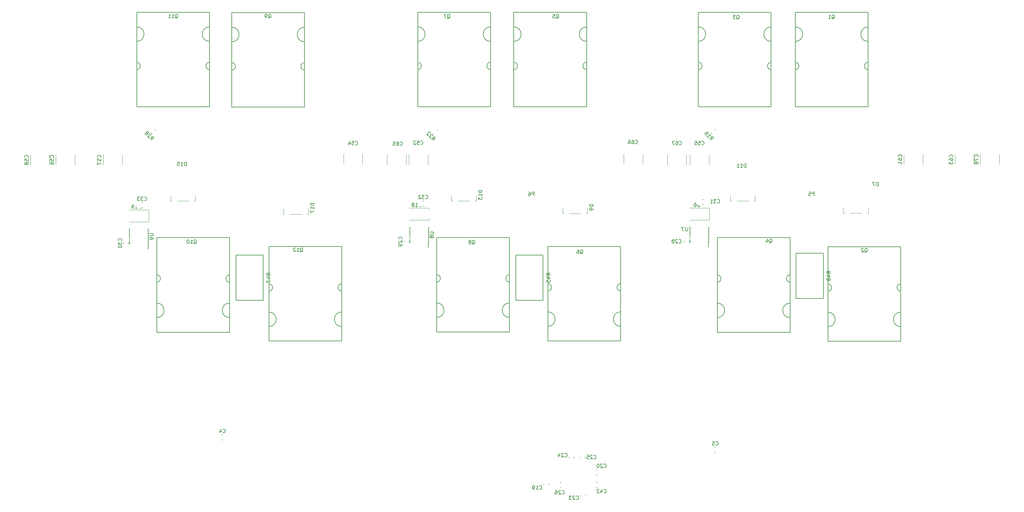
<source format=gbr>
%TF.GenerationSoftware,KiCad,Pcbnew,(5.0.0)*%
%TF.CreationDate,2019-04-29T14:59:10+02:00*%
%TF.ProjectId,Amalga_100,416D616C67615F3130302E6B69636164,rev?*%
%TF.SameCoordinates,Original*%
%TF.FileFunction,Legend,Bot*%
%TF.FilePolarity,Positive*%
%FSLAX46Y46*%
G04 Gerber Fmt 4.6, Leading zero omitted, Abs format (unit mm)*
G04 Created by KiCad (PCBNEW (5.0.0)) date 04/29/19 14:59:10*
%MOMM*%
%LPD*%
G01*
G04 APERTURE LIST*
%ADD10C,0.120000*%
%ADD11C,0.150000*%
%ADD12R,2.400000X2.400000*%
%ADD13R,7.400000X7.400000*%
%ADD14R,6.600000X3.100000*%
%ADD15O,2.100000X2.100000*%
%ADD16R,2.100000X2.100000*%
%ADD17C,3.400000*%
%ADD18C,1.800000*%
%ADD19R,1.800000X1.800000*%
%ADD20C,3.600000*%
%ADD21C,5.900000*%
%ADD22C,4.400000*%
%ADD23R,4.400000X4.400000*%
%ADD24C,10.400000*%
%ADD25C,1.300000*%
%ADD26C,2.000000*%
%ADD27C,2.900000*%
%ADD28C,0.100000*%
%ADD29C,1.375000*%
%ADD30C,2.200000*%
%ADD31C,1.900000*%
%ADD32O,1.900000X3.400000*%
%ADD33R,1.900000X3.400000*%
%ADD34R,2.250000X2.250000*%
%ADD35C,2.250000*%
%ADD36R,1.000000X1.950000*%
%ADD37R,2.900000X2.200000*%
%ADD38R,2.200000X4.000000*%
%ADD39O,2.200000X4.000000*%
G04 APERTURE END LIST*
D10*
X215050000Y-65400000D02*
X215400000Y-65400000D01*
X215400000Y-65400000D02*
X215400000Y-63900000D01*
X210400000Y-65400000D02*
X213600000Y-65400000D01*
X208600000Y-63900000D02*
X208600000Y-65400000D01*
X208600000Y-65400000D02*
X209000000Y-65400000D01*
D11*
X80250000Y-92750000D02*
X80250000Y-80250000D01*
X80250000Y-80250000D02*
X72750000Y-80250000D01*
X72750000Y-80250000D02*
X72750000Y-92750000D01*
X72750000Y-92750000D02*
X80250000Y-92750000D01*
X157150000Y-92750000D02*
X157150000Y-80250000D01*
X157150000Y-80250000D02*
X149650000Y-80250000D01*
X149650000Y-80250000D02*
X149650000Y-92750000D01*
X149650000Y-92750000D02*
X157150000Y-92750000D01*
X234150000Y-92250000D02*
X234150000Y-79750000D01*
X234150000Y-79750000D02*
X226650000Y-79750000D01*
X226650000Y-79750000D02*
X226650000Y-92250000D01*
X226650000Y-92250000D02*
X234150000Y-92250000D01*
X149100000Y-27250000D02*
G75*
G02X149100000Y-29250000I0J-1000000D01*
G01*
X169100000Y-29250000D02*
G75*
G02X169100000Y-27250000I0J1000000D01*
G01*
X169100000Y-21500000D02*
G75*
G02X169100000Y-17500000I0J2000000D01*
G01*
X149100000Y-17500000D02*
G75*
G02X149100000Y-21500000I0J-2000000D01*
G01*
X149100000Y-39500000D02*
X169100000Y-39500000D01*
X149100000Y-13500000D02*
X149100000Y-39500000D01*
X169100000Y-13500000D02*
X149100000Y-13500000D01*
X169100000Y-39500000D02*
X169100000Y-13500000D01*
D10*
X127819204Y-45715112D02*
X128184888Y-46080796D01*
X126815112Y-46719204D02*
X127180796Y-47084888D01*
X277290000Y-52534252D02*
X277290000Y-55365748D01*
X282510000Y-52534252D02*
X282510000Y-55365748D01*
X270290000Y-52534252D02*
X270290000Y-55365748D01*
X275510000Y-52534252D02*
X275510000Y-55365748D01*
X261510000Y-52534252D02*
X261510000Y-55365748D01*
X256290000Y-52534252D02*
X256290000Y-55365748D01*
X172096079Y-144210000D02*
X171578923Y-144210000D01*
X172096079Y-142790000D02*
X171578923Y-142790000D01*
X165610000Y-135741422D02*
X165610000Y-136258578D01*
X164190000Y-135741422D02*
X164190000Y-136258578D01*
D11*
X225000000Y-87750000D02*
G75*
G02X225000000Y-85750000I0J1000000D01*
G01*
X205000000Y-85750000D02*
G75*
G02X205000000Y-87750000I0J-1000000D01*
G01*
X205000000Y-93500000D02*
G75*
G02X205000000Y-97500000I0J-2000000D01*
G01*
X225000000Y-97500000D02*
G75*
G02X225000000Y-93500000I0J2000000D01*
G01*
X225000000Y-75500000D02*
X205000000Y-75500000D01*
X225000000Y-101500000D02*
X225000000Y-75500000D01*
X205000000Y-101500000D02*
X225000000Y-101500000D01*
X205000000Y-75500000D02*
X205000000Y-101500000D01*
D10*
X131980000Y-65400000D02*
X132380000Y-65400000D01*
X131980000Y-63900000D02*
X131980000Y-65400000D01*
X133780000Y-65400000D02*
X136980000Y-65400000D01*
X138780000Y-65400000D02*
X138780000Y-63900000D01*
X138430000Y-65400000D02*
X138780000Y-65400000D01*
D11*
X125675000Y-76775000D02*
X125625000Y-76775000D01*
X125675000Y-72625000D02*
X125530000Y-72625000D01*
X120525000Y-72625000D02*
X120670000Y-72625000D01*
X120525000Y-76775000D02*
X120670000Y-76775000D01*
X125675000Y-76775000D02*
X125675000Y-72625000D01*
X120525000Y-76775000D02*
X120525000Y-72625000D01*
X125625000Y-76775000D02*
X125625000Y-78175000D01*
D10*
X48800000Y-67850000D02*
X48800000Y-71150000D01*
X48800000Y-71150000D02*
X43400000Y-71150000D01*
X48800000Y-67850000D02*
X43400000Y-67850000D01*
X41890000Y-76741422D02*
X41890000Y-77258578D01*
X43310000Y-76741422D02*
X43310000Y-77258578D01*
X47221078Y-67210000D02*
X46703922Y-67210000D01*
X47221078Y-65790000D02*
X46703922Y-65790000D01*
X118890000Y-76303921D02*
X118890000Y-76821077D01*
X120310000Y-76303921D02*
X120310000Y-76821077D01*
X125800000Y-67350000D02*
X120400000Y-67350000D01*
X125800000Y-70650000D02*
X120400000Y-70650000D01*
X125800000Y-67350000D02*
X125800000Y-70650000D01*
X202800000Y-67350000D02*
X202800000Y-70650000D01*
X202800000Y-70650000D02*
X197400000Y-70650000D01*
X202800000Y-67350000D02*
X197400000Y-67350000D01*
D11*
X255400000Y-90250000D02*
G75*
G02X255400000Y-88250000I0J1000000D01*
G01*
X235400000Y-88250000D02*
G75*
G02X235400000Y-90250000I0J-1000000D01*
G01*
X235400000Y-96000000D02*
G75*
G02X235400000Y-100000000I0J-2000000D01*
G01*
X255400000Y-100000000D02*
G75*
G02X255400000Y-96000000I0J2000000D01*
G01*
X255400000Y-78000000D02*
X235400000Y-78000000D01*
X255400000Y-104000000D02*
X255400000Y-78000000D01*
X235400000Y-104000000D02*
X255400000Y-104000000D01*
X235400000Y-78000000D02*
X235400000Y-104000000D01*
X158450000Y-77900000D02*
X158450000Y-103900000D01*
X158450000Y-103900000D02*
X178450000Y-103900000D01*
X178450000Y-103900000D02*
X178450000Y-77900000D01*
X178450000Y-77900000D02*
X158450000Y-77900000D01*
X178450000Y-99900000D02*
G75*
G02X178450000Y-95900000I0J2000000D01*
G01*
X158450000Y-95900000D02*
G75*
G02X158450000Y-99900000I0J-2000000D01*
G01*
X158450000Y-88150000D02*
G75*
G02X158450000Y-90150000I0J-1000000D01*
G01*
X178450000Y-90150000D02*
G75*
G02X178450000Y-88150000I0J1000000D01*
G01*
X127910000Y-75460000D02*
X127910000Y-101460000D01*
X127910000Y-101460000D02*
X147910000Y-101460000D01*
X147910000Y-101460000D02*
X147910000Y-75460000D01*
X147910000Y-75460000D02*
X127910000Y-75460000D01*
X147910000Y-97460000D02*
G75*
G02X147910000Y-93460000I0J2000000D01*
G01*
X127910000Y-93460000D02*
G75*
G02X127910000Y-97460000I0J-2000000D01*
G01*
X127910000Y-85710000D02*
G75*
G02X127910000Y-87710000I0J-1000000D01*
G01*
X147910000Y-87710000D02*
G75*
G02X147910000Y-85710000I0J1000000D01*
G01*
X71000000Y-87750000D02*
G75*
G02X71000000Y-85750000I0J1000000D01*
G01*
X51000000Y-85750000D02*
G75*
G02X51000000Y-87750000I0J-1000000D01*
G01*
X51000000Y-93500000D02*
G75*
G02X51000000Y-97500000I0J-2000000D01*
G01*
X71000000Y-97500000D02*
G75*
G02X71000000Y-93500000I0J2000000D01*
G01*
X71000000Y-75500000D02*
X51000000Y-75500000D01*
X71000000Y-101500000D02*
X71000000Y-75500000D01*
X51000000Y-101500000D02*
X71000000Y-101500000D01*
X51000000Y-75500000D02*
X51000000Y-101500000D01*
D10*
X239700000Y-68800000D02*
X240100000Y-68800000D01*
X239700000Y-67300000D02*
X239700000Y-68800000D01*
X241500000Y-68800000D02*
X244700000Y-68800000D01*
X246500000Y-68800000D02*
X246500000Y-67300000D01*
X246150000Y-68800000D02*
X246500000Y-68800000D01*
D11*
X246440000Y-39500000D02*
X246440000Y-13500000D01*
X246440000Y-13500000D02*
X226440000Y-13500000D01*
X226440000Y-13500000D02*
X226440000Y-39500000D01*
X226440000Y-39500000D02*
X246440000Y-39500000D01*
X226440000Y-17500000D02*
G75*
G02X226440000Y-21500000I0J-2000000D01*
G01*
X246440000Y-21500000D02*
G75*
G02X246440000Y-17500000I0J2000000D01*
G01*
X246440000Y-29250000D02*
G75*
G02X246440000Y-27250000I0J1000000D01*
G01*
X226440000Y-27250000D02*
G75*
G02X226440000Y-29250000I0J-1000000D01*
G01*
X219800000Y-39500000D02*
X219800000Y-13500000D01*
X219800000Y-13500000D02*
X199800000Y-13500000D01*
X199800000Y-13500000D02*
X199800000Y-39500000D01*
X199800000Y-39500000D02*
X219800000Y-39500000D01*
X199800000Y-17500000D02*
G75*
G02X199800000Y-21500000I0J-2000000D01*
G01*
X219800000Y-21500000D02*
G75*
G02X219800000Y-17500000I0J2000000D01*
G01*
X219800000Y-29250000D02*
G75*
G02X219800000Y-27250000I0J1000000D01*
G01*
X199800000Y-27250000D02*
G75*
G02X199800000Y-29250000I0J-1000000D01*
G01*
X122700000Y-27250000D02*
G75*
G02X122700000Y-29250000I0J-1000000D01*
G01*
X142700000Y-29250000D02*
G75*
G02X142700000Y-27250000I0J1000000D01*
G01*
X142700000Y-21500000D02*
G75*
G02X142700000Y-17500000I0J2000000D01*
G01*
X122700000Y-17500000D02*
G75*
G02X122700000Y-21500000I0J-2000000D01*
G01*
X122700000Y-39500000D02*
X142700000Y-39500000D01*
X122700000Y-13500000D02*
X122700000Y-39500000D01*
X142700000Y-13500000D02*
X122700000Y-13500000D01*
X142700000Y-39500000D02*
X142700000Y-13500000D01*
X71600000Y-27350000D02*
G75*
G02X71600000Y-29350000I0J-1000000D01*
G01*
X91600000Y-29350000D02*
G75*
G02X91600000Y-27350000I0J1000000D01*
G01*
X91600000Y-21600000D02*
G75*
G02X91600000Y-17600000I0J2000000D01*
G01*
X71600000Y-17600000D02*
G75*
G02X71600000Y-21600000I0J-2000000D01*
G01*
X71600000Y-39600000D02*
X91600000Y-39600000D01*
X71600000Y-13600000D02*
X71600000Y-39600000D01*
X91600000Y-13600000D02*
X71600000Y-13600000D01*
X91600000Y-39600000D02*
X91600000Y-13600000D01*
D10*
X21510000Y-52684252D02*
X21510000Y-55515748D01*
X16290000Y-52684252D02*
X16290000Y-55515748D01*
X41510000Y-52684252D02*
X41510000Y-55515748D01*
X36290000Y-52684252D02*
X36290000Y-55515748D01*
X61250000Y-65375000D02*
X61600000Y-65375000D01*
X61600000Y-65375000D02*
X61600000Y-63875000D01*
X56600000Y-65375000D02*
X59800000Y-65375000D01*
X54800000Y-63875000D02*
X54800000Y-65375000D01*
X54800000Y-65375000D02*
X55200000Y-65375000D01*
X85780000Y-69000000D02*
X86180000Y-69000000D01*
X85780000Y-67500000D02*
X85780000Y-69000000D01*
X87580000Y-69000000D02*
X90780000Y-69000000D01*
X92580000Y-69000000D02*
X92580000Y-67500000D01*
X92230000Y-69000000D02*
X92580000Y-69000000D01*
D11*
X101810000Y-90200000D02*
G75*
G02X101810000Y-88200000I0J1000000D01*
G01*
X81810000Y-88200000D02*
G75*
G02X81810000Y-90200000I0J-1000000D01*
G01*
X81810000Y-95950000D02*
G75*
G02X81810000Y-99950000I0J-2000000D01*
G01*
X101810000Y-99950000D02*
G75*
G02X101810000Y-95950000I0J2000000D01*
G01*
X101810000Y-77950000D02*
X81810000Y-77950000D01*
X101810000Y-103950000D02*
X101810000Y-77950000D01*
X81810000Y-103950000D02*
X101810000Y-103950000D01*
X81810000Y-77950000D02*
X81810000Y-103950000D01*
X65500000Y-39500000D02*
X65500000Y-13500000D01*
X65500000Y-13500000D02*
X45500000Y-13500000D01*
X45500000Y-13500000D02*
X45500000Y-39500000D01*
X45500000Y-39500000D02*
X65500000Y-39500000D01*
X45500000Y-17500000D02*
G75*
G02X45500000Y-21500000I0J-2000000D01*
G01*
X65500000Y-21500000D02*
G75*
G02X65500000Y-17500000I0J2000000D01*
G01*
X65500000Y-29250000D02*
G75*
G02X65500000Y-27250000I0J1000000D01*
G01*
X45500000Y-27250000D02*
G75*
G02X45500000Y-29250000I0J-1000000D01*
G01*
D10*
X197310000Y-76341422D02*
X197310000Y-76858578D01*
X195890000Y-76341422D02*
X195890000Y-76858578D01*
X201350929Y-64935711D02*
X200833773Y-64935711D01*
X201350929Y-66355711D02*
X200833773Y-66355711D01*
X124458578Y-66710000D02*
X123941422Y-66710000D01*
X124458578Y-65290000D02*
X123941422Y-65290000D01*
X69271070Y-131086076D02*
X68753914Y-131086076D01*
X69271070Y-129666076D02*
X68753914Y-129666076D01*
X204141422Y-134610000D02*
X204658578Y-134610000D01*
X204141422Y-133190000D02*
X204658578Y-133190000D01*
X203215112Y-46619204D02*
X203580796Y-46984888D01*
X204219204Y-45615112D02*
X204584888Y-45980796D01*
X49415112Y-46619204D02*
X49780796Y-46984888D01*
X50419204Y-45615112D02*
X50784888Y-45980796D01*
X28510000Y-52684252D02*
X28510000Y-55515748D01*
X23290000Y-52684252D02*
X23290000Y-55515748D01*
X125510000Y-52634252D02*
X125510000Y-55465748D01*
X120290000Y-52634252D02*
X120290000Y-55465748D01*
X102290000Y-52484252D02*
X102290000Y-55315748D01*
X107510000Y-52484252D02*
X107510000Y-55315748D01*
X202710000Y-52684252D02*
X202710000Y-55515748D01*
X197490000Y-52684252D02*
X197490000Y-55515748D01*
X119510000Y-52634252D02*
X119510000Y-55465748D01*
X114290000Y-52634252D02*
X114290000Y-55465748D01*
X179290000Y-52484252D02*
X179290000Y-55315748D01*
X184510000Y-52484252D02*
X184510000Y-55315748D01*
X191290000Y-52684252D02*
X191290000Y-55515748D01*
X196510000Y-52684252D02*
X196510000Y-55515748D01*
X168950000Y-68825000D02*
X169300000Y-68825000D01*
X169300000Y-68825000D02*
X169300000Y-67325000D01*
X164300000Y-68825000D02*
X167500000Y-68825000D01*
X162500000Y-67325000D02*
X162500000Y-68825000D01*
X162500000Y-68825000D02*
X162900000Y-68825000D01*
D11*
X202617351Y-76720711D02*
X202617351Y-78120711D01*
X197517351Y-76720711D02*
X197517351Y-72570711D01*
X202667351Y-76720711D02*
X202667351Y-72570711D01*
X197517351Y-76720711D02*
X197662351Y-76720711D01*
X197517351Y-72570711D02*
X197662351Y-72570711D01*
X202667351Y-72570711D02*
X202522351Y-72570711D01*
X202667351Y-76720711D02*
X202617351Y-76720711D01*
X48617351Y-77220711D02*
X48617351Y-78620711D01*
X43517351Y-77220711D02*
X43517351Y-73070711D01*
X48667351Y-77220711D02*
X48667351Y-73070711D01*
X43517351Y-77220711D02*
X43662351Y-77220711D01*
X43517351Y-73070711D02*
X43662351Y-73070711D01*
X48667351Y-73070711D02*
X48522351Y-73070711D01*
X48667351Y-77220711D02*
X48617351Y-77220711D01*
D10*
X158720000Y-143651078D02*
X158720000Y-143133922D01*
X157300000Y-143651078D02*
X157300000Y-143133922D01*
X172158578Y-139290000D02*
X171641422Y-139290000D01*
X172158578Y-140710000D02*
X171641422Y-140710000D01*
X168810000Y-146721078D02*
X168810000Y-146203922D01*
X167390000Y-146721078D02*
X167390000Y-146203922D01*
X167190000Y-135741422D02*
X167190000Y-136258578D01*
X168610000Y-135741422D02*
X168610000Y-136258578D01*
X161641422Y-142790000D02*
X162158578Y-142790000D01*
X161641422Y-144210000D02*
X162158578Y-144210000D01*
D11*
X212914285Y-56152380D02*
X212914285Y-55152380D01*
X212676190Y-55152380D01*
X212533333Y-55200000D01*
X212438095Y-55295238D01*
X212390476Y-55390476D01*
X212342857Y-55580952D01*
X212342857Y-55723809D01*
X212390476Y-55914285D01*
X212438095Y-56009523D01*
X212533333Y-56104761D01*
X212676190Y-56152380D01*
X212914285Y-56152380D01*
X211390476Y-56152380D02*
X211961904Y-56152380D01*
X211676190Y-56152380D02*
X211676190Y-55152380D01*
X211771428Y-55295238D01*
X211866666Y-55390476D01*
X211961904Y-55438095D01*
X210438095Y-56152380D02*
X211009523Y-56152380D01*
X210723809Y-56152380D02*
X210723809Y-55152380D01*
X210819047Y-55295238D01*
X210914285Y-55390476D01*
X211009523Y-55438095D01*
X82202380Y-85857142D02*
X81726190Y-85523809D01*
X82202380Y-85285714D02*
X81202380Y-85285714D01*
X81202380Y-85666666D01*
X81250000Y-85761904D01*
X81297619Y-85809523D01*
X81392857Y-85857142D01*
X81535714Y-85857142D01*
X81630952Y-85809523D01*
X81678571Y-85761904D01*
X81726190Y-85666666D01*
X81726190Y-85285714D01*
X81535714Y-86714285D02*
X82202380Y-86714285D01*
X81154761Y-86476190D02*
X81869047Y-86238095D01*
X81869047Y-86857142D01*
X81202380Y-87142857D02*
X81202380Y-87809523D01*
X82202380Y-87380952D01*
X159102380Y-85857142D02*
X158626190Y-85523809D01*
X159102380Y-85285714D02*
X158102380Y-85285714D01*
X158102380Y-85666666D01*
X158150000Y-85761904D01*
X158197619Y-85809523D01*
X158292857Y-85857142D01*
X158435714Y-85857142D01*
X158530952Y-85809523D01*
X158578571Y-85761904D01*
X158626190Y-85666666D01*
X158626190Y-85285714D01*
X158435714Y-86714285D02*
X159102380Y-86714285D01*
X158054761Y-86476190D02*
X158769047Y-86238095D01*
X158769047Y-86857142D01*
X158102380Y-87714285D02*
X158102380Y-87238095D01*
X158578571Y-87190476D01*
X158530952Y-87238095D01*
X158483333Y-87333333D01*
X158483333Y-87571428D01*
X158530952Y-87666666D01*
X158578571Y-87714285D01*
X158673809Y-87761904D01*
X158911904Y-87761904D01*
X159007142Y-87714285D01*
X159054761Y-87666666D01*
X159102380Y-87571428D01*
X159102380Y-87333333D01*
X159054761Y-87238095D01*
X159007142Y-87190476D01*
X236102380Y-85357142D02*
X235626190Y-85023809D01*
X236102380Y-84785714D02*
X235102380Y-84785714D01*
X235102380Y-85166666D01*
X235150000Y-85261904D01*
X235197619Y-85309523D01*
X235292857Y-85357142D01*
X235435714Y-85357142D01*
X235530952Y-85309523D01*
X235578571Y-85261904D01*
X235626190Y-85166666D01*
X235626190Y-84785714D01*
X235435714Y-86214285D02*
X236102380Y-86214285D01*
X235054761Y-85976190D02*
X235769047Y-85738095D01*
X235769047Y-86357142D01*
X235530952Y-86880952D02*
X235483333Y-86785714D01*
X235435714Y-86738095D01*
X235340476Y-86690476D01*
X235292857Y-86690476D01*
X235197619Y-86738095D01*
X235150000Y-86785714D01*
X235102380Y-86880952D01*
X235102380Y-87071428D01*
X235150000Y-87166666D01*
X235197619Y-87214285D01*
X235292857Y-87261904D01*
X235340476Y-87261904D01*
X235435714Y-87214285D01*
X235483333Y-87166666D01*
X235530952Y-87071428D01*
X235530952Y-86880952D01*
X235578571Y-86785714D01*
X235626190Y-86738095D01*
X235721428Y-86690476D01*
X235911904Y-86690476D01*
X236007142Y-86738095D01*
X236054761Y-86785714D01*
X236102380Y-86880952D01*
X236102380Y-87071428D01*
X236054761Y-87166666D01*
X236007142Y-87214285D01*
X235911904Y-87261904D01*
X235721428Y-87261904D01*
X235626190Y-87214285D01*
X235578571Y-87166666D01*
X235530952Y-87071428D01*
X154638095Y-63952380D02*
X154638095Y-62952380D01*
X154257142Y-62952380D01*
X154161904Y-63000000D01*
X154114285Y-63047619D01*
X154066666Y-63142857D01*
X154066666Y-63285714D01*
X154114285Y-63380952D01*
X154161904Y-63428571D01*
X154257142Y-63476190D01*
X154638095Y-63476190D01*
X153209523Y-62952380D02*
X153400000Y-62952380D01*
X153495238Y-63000000D01*
X153542857Y-63047619D01*
X153638095Y-63190476D01*
X153685714Y-63380952D01*
X153685714Y-63761904D01*
X153638095Y-63857142D01*
X153590476Y-63904761D01*
X153495238Y-63952380D01*
X153304761Y-63952380D01*
X153209523Y-63904761D01*
X153161904Y-63857142D01*
X153114285Y-63761904D01*
X153114285Y-63523809D01*
X153161904Y-63428571D01*
X153209523Y-63380952D01*
X153304761Y-63333333D01*
X153495238Y-63333333D01*
X153590476Y-63380952D01*
X153638095Y-63428571D01*
X153685714Y-63523809D01*
X231638095Y-63952380D02*
X231638095Y-62952380D01*
X231257142Y-62952380D01*
X231161904Y-63000000D01*
X231114285Y-63047619D01*
X231066666Y-63142857D01*
X231066666Y-63285714D01*
X231114285Y-63380952D01*
X231161904Y-63428571D01*
X231257142Y-63476190D01*
X231638095Y-63476190D01*
X230161904Y-62952380D02*
X230638095Y-62952380D01*
X230685714Y-63428571D01*
X230638095Y-63380952D01*
X230542857Y-63333333D01*
X230304761Y-63333333D01*
X230209523Y-63380952D01*
X230161904Y-63428571D01*
X230114285Y-63523809D01*
X230114285Y-63761904D01*
X230161904Y-63857142D01*
X230209523Y-63904761D01*
X230304761Y-63952380D01*
X230542857Y-63952380D01*
X230638095Y-63904761D01*
X230685714Y-63857142D01*
X160695238Y-15147619D02*
X160790476Y-15100000D01*
X160885714Y-15004761D01*
X161028571Y-14861904D01*
X161123809Y-14814285D01*
X161219047Y-14814285D01*
X161171428Y-15052380D02*
X161266666Y-15004761D01*
X161361904Y-14909523D01*
X161409523Y-14719047D01*
X161409523Y-14385714D01*
X161361904Y-14195238D01*
X161266666Y-14100000D01*
X161171428Y-14052380D01*
X160980952Y-14052380D01*
X160885714Y-14100000D01*
X160790476Y-14195238D01*
X160742857Y-14385714D01*
X160742857Y-14719047D01*
X160790476Y-14909523D01*
X160885714Y-15004761D01*
X160980952Y-15052380D01*
X161171428Y-15052380D01*
X159838095Y-14052380D02*
X160314285Y-14052380D01*
X160361904Y-14528571D01*
X160314285Y-14480952D01*
X160219047Y-14433333D01*
X159980952Y-14433333D01*
X159885714Y-14480952D01*
X159838095Y-14528571D01*
X159790476Y-14623809D01*
X159790476Y-14861904D01*
X159838095Y-14957142D01*
X159885714Y-15004761D01*
X159980952Y-15052380D01*
X160219047Y-15052380D01*
X160314285Y-15004761D01*
X160361904Y-14957142D01*
X126467961Y-48341176D02*
X127040380Y-48240161D01*
X126872022Y-48745237D02*
X127579128Y-48038130D01*
X127309754Y-47768756D01*
X127208739Y-47735084D01*
X127141396Y-47735084D01*
X127040380Y-47768756D01*
X126939365Y-47869771D01*
X126905693Y-47970787D01*
X126905693Y-48038130D01*
X126939365Y-48139145D01*
X127208739Y-48408519D01*
X126838350Y-47432038D02*
X126838350Y-47364695D01*
X126804678Y-47263680D01*
X126636319Y-47095321D01*
X126535304Y-47061649D01*
X126467961Y-47061649D01*
X126366945Y-47095321D01*
X126299602Y-47162664D01*
X126232258Y-47297351D01*
X126232258Y-48105474D01*
X125794525Y-47667741D01*
X126164915Y-46758603D02*
X126164915Y-46691260D01*
X126131243Y-46590245D01*
X125962884Y-46421886D01*
X125861869Y-46388214D01*
X125794525Y-46388214D01*
X125693510Y-46421886D01*
X125626167Y-46489229D01*
X125558823Y-46623916D01*
X125558823Y-47432038D01*
X125121090Y-46994306D01*
X276607142Y-53307142D02*
X276654761Y-53259523D01*
X276702380Y-53116666D01*
X276702380Y-53021428D01*
X276654761Y-52878571D01*
X276559523Y-52783333D01*
X276464285Y-52735714D01*
X276273809Y-52688095D01*
X276130952Y-52688095D01*
X275940476Y-52735714D01*
X275845238Y-52783333D01*
X275750000Y-52878571D01*
X275702380Y-53021428D01*
X275702380Y-53116666D01*
X275750000Y-53259523D01*
X275797619Y-53307142D01*
X275702380Y-53640476D02*
X275702380Y-54307142D01*
X276702380Y-53878571D01*
X276130952Y-54830952D02*
X276083333Y-54735714D01*
X276035714Y-54688095D01*
X275940476Y-54640476D01*
X275892857Y-54640476D01*
X275797619Y-54688095D01*
X275750000Y-54735714D01*
X275702380Y-54830952D01*
X275702380Y-55021428D01*
X275750000Y-55116666D01*
X275797619Y-55164285D01*
X275892857Y-55211904D01*
X275940476Y-55211904D01*
X276035714Y-55164285D01*
X276083333Y-55116666D01*
X276130952Y-55021428D01*
X276130952Y-54830952D01*
X276178571Y-54735714D01*
X276226190Y-54688095D01*
X276321428Y-54640476D01*
X276511904Y-54640476D01*
X276607142Y-54688095D01*
X276654761Y-54735714D01*
X276702380Y-54830952D01*
X276702380Y-55021428D01*
X276654761Y-55116666D01*
X276607142Y-55164285D01*
X276511904Y-55211904D01*
X276321428Y-55211904D01*
X276226190Y-55164285D01*
X276178571Y-55116666D01*
X276130952Y-55021428D01*
X269607142Y-53307142D02*
X269654761Y-53259523D01*
X269702380Y-53116666D01*
X269702380Y-53021428D01*
X269654761Y-52878571D01*
X269559523Y-52783333D01*
X269464285Y-52735714D01*
X269273809Y-52688095D01*
X269130952Y-52688095D01*
X268940476Y-52735714D01*
X268845238Y-52783333D01*
X268750000Y-52878571D01*
X268702380Y-53021428D01*
X268702380Y-53116666D01*
X268750000Y-53259523D01*
X268797619Y-53307142D01*
X268702380Y-54164285D02*
X268702380Y-53973809D01*
X268750000Y-53878571D01*
X268797619Y-53830952D01*
X268940476Y-53735714D01*
X269130952Y-53688095D01*
X269511904Y-53688095D01*
X269607142Y-53735714D01*
X269654761Y-53783333D01*
X269702380Y-53878571D01*
X269702380Y-54069047D01*
X269654761Y-54164285D01*
X269607142Y-54211904D01*
X269511904Y-54259523D01*
X269273809Y-54259523D01*
X269178571Y-54211904D01*
X269130952Y-54164285D01*
X269083333Y-54069047D01*
X269083333Y-53878571D01*
X269130952Y-53783333D01*
X269178571Y-53735714D01*
X269273809Y-53688095D01*
X268702380Y-54592857D02*
X268702380Y-55211904D01*
X269083333Y-54878571D01*
X269083333Y-55021428D01*
X269130952Y-55116666D01*
X269178571Y-55164285D01*
X269273809Y-55211904D01*
X269511904Y-55211904D01*
X269607142Y-55164285D01*
X269654761Y-55116666D01*
X269702380Y-55021428D01*
X269702380Y-54735714D01*
X269654761Y-54640476D01*
X269607142Y-54592857D01*
X255607142Y-53307142D02*
X255654761Y-53259523D01*
X255702380Y-53116666D01*
X255702380Y-53021428D01*
X255654761Y-52878571D01*
X255559523Y-52783333D01*
X255464285Y-52735714D01*
X255273809Y-52688095D01*
X255130952Y-52688095D01*
X254940476Y-52735714D01*
X254845238Y-52783333D01*
X254750000Y-52878571D01*
X254702380Y-53021428D01*
X254702380Y-53116666D01*
X254750000Y-53259523D01*
X254797619Y-53307142D01*
X254702380Y-54164285D02*
X254702380Y-53973809D01*
X254750000Y-53878571D01*
X254797619Y-53830952D01*
X254940476Y-53735714D01*
X255130952Y-53688095D01*
X255511904Y-53688095D01*
X255607142Y-53735714D01*
X255654761Y-53783333D01*
X255702380Y-53878571D01*
X255702380Y-54069047D01*
X255654761Y-54164285D01*
X255607142Y-54211904D01*
X255511904Y-54259523D01*
X255273809Y-54259523D01*
X255178571Y-54211904D01*
X255130952Y-54164285D01*
X255083333Y-54069047D01*
X255083333Y-53878571D01*
X255130952Y-53783333D01*
X255178571Y-53735714D01*
X255273809Y-53688095D01*
X255702380Y-55211904D02*
X255702380Y-54640476D01*
X255702380Y-54926190D02*
X254702380Y-54926190D01*
X254845238Y-54830952D01*
X254940476Y-54735714D01*
X254988095Y-54640476D01*
X173842857Y-145657142D02*
X173890476Y-145704761D01*
X174033333Y-145752380D01*
X174128571Y-145752380D01*
X174271428Y-145704761D01*
X174366666Y-145609523D01*
X174414285Y-145514285D01*
X174461904Y-145323809D01*
X174461904Y-145180952D01*
X174414285Y-144990476D01*
X174366666Y-144895238D01*
X174271428Y-144800000D01*
X174128571Y-144752380D01*
X174033333Y-144752380D01*
X173890476Y-144800000D01*
X173842857Y-144847619D01*
X172985714Y-145085714D02*
X172985714Y-145752380D01*
X173223809Y-144704761D02*
X173461904Y-145419047D01*
X172842857Y-145419047D01*
X172509523Y-144847619D02*
X172461904Y-144800000D01*
X172366666Y-144752380D01*
X172128571Y-144752380D01*
X172033333Y-144800000D01*
X171985714Y-144847619D01*
X171938095Y-144942857D01*
X171938095Y-145038095D01*
X171985714Y-145180952D01*
X172557142Y-145752380D01*
X171938095Y-145752380D01*
X163142857Y-135757142D02*
X163190476Y-135804761D01*
X163333333Y-135852380D01*
X163428571Y-135852380D01*
X163571428Y-135804761D01*
X163666666Y-135709523D01*
X163714285Y-135614285D01*
X163761904Y-135423809D01*
X163761904Y-135280952D01*
X163714285Y-135090476D01*
X163666666Y-134995238D01*
X163571428Y-134900000D01*
X163428571Y-134852380D01*
X163333333Y-134852380D01*
X163190476Y-134900000D01*
X163142857Y-134947619D01*
X162761904Y-134947619D02*
X162714285Y-134900000D01*
X162619047Y-134852380D01*
X162380952Y-134852380D01*
X162285714Y-134900000D01*
X162238095Y-134947619D01*
X162190476Y-135042857D01*
X162190476Y-135138095D01*
X162238095Y-135280952D01*
X162809523Y-135852380D01*
X162190476Y-135852380D01*
X161333333Y-135185714D02*
X161333333Y-135852380D01*
X161571428Y-134804761D02*
X161809523Y-135519047D01*
X161190476Y-135519047D01*
X219295238Y-76947619D02*
X219390476Y-76900000D01*
X219485714Y-76804761D01*
X219628571Y-76661904D01*
X219723809Y-76614285D01*
X219819047Y-76614285D01*
X219771428Y-76852380D02*
X219866666Y-76804761D01*
X219961904Y-76709523D01*
X220009523Y-76519047D01*
X220009523Y-76185714D01*
X219961904Y-75995238D01*
X219866666Y-75900000D01*
X219771428Y-75852380D01*
X219580952Y-75852380D01*
X219485714Y-75900000D01*
X219390476Y-75995238D01*
X219342857Y-76185714D01*
X219342857Y-76519047D01*
X219390476Y-76709523D01*
X219485714Y-76804761D01*
X219580952Y-76852380D01*
X219771428Y-76852380D01*
X218485714Y-76185714D02*
X218485714Y-76852380D01*
X218723809Y-75804761D02*
X218961904Y-76519047D01*
X218342857Y-76519047D01*
X140382380Y-62485714D02*
X139382380Y-62485714D01*
X139382380Y-62723809D01*
X139430000Y-62866666D01*
X139525238Y-62961904D01*
X139620476Y-63009523D01*
X139810952Y-63057142D01*
X139953809Y-63057142D01*
X140144285Y-63009523D01*
X140239523Y-62961904D01*
X140334761Y-62866666D01*
X140382380Y-62723809D01*
X140382380Y-62485714D01*
X140382380Y-64009523D02*
X140382380Y-63438095D01*
X140382380Y-63723809D02*
X139382380Y-63723809D01*
X139525238Y-63628571D01*
X139620476Y-63533333D01*
X139668095Y-63438095D01*
X139382380Y-64342857D02*
X139382380Y-64961904D01*
X139763333Y-64628571D01*
X139763333Y-64771428D01*
X139810952Y-64866666D01*
X139858571Y-64914285D01*
X139953809Y-64961904D01*
X140191904Y-64961904D01*
X140287142Y-64914285D01*
X140334761Y-64866666D01*
X140382380Y-64771428D01*
X140382380Y-64485714D01*
X140334761Y-64390476D01*
X140287142Y-64342857D01*
X126052380Y-73938095D02*
X126861904Y-73938095D01*
X126957142Y-73985714D01*
X127004761Y-74033333D01*
X127052380Y-74128571D01*
X127052380Y-74319047D01*
X127004761Y-74414285D01*
X126957142Y-74461904D01*
X126861904Y-74509523D01*
X126052380Y-74509523D01*
X126480952Y-75128571D02*
X126433333Y-75033333D01*
X126385714Y-74985714D01*
X126290476Y-74938095D01*
X126242857Y-74938095D01*
X126147619Y-74985714D01*
X126100000Y-75033333D01*
X126052380Y-75128571D01*
X126052380Y-75319047D01*
X126100000Y-75414285D01*
X126147619Y-75461904D01*
X126242857Y-75509523D01*
X126290476Y-75509523D01*
X126385714Y-75461904D01*
X126433333Y-75414285D01*
X126480952Y-75319047D01*
X126480952Y-75128571D01*
X126528571Y-75033333D01*
X126576190Y-74985714D01*
X126671428Y-74938095D01*
X126861904Y-74938095D01*
X126957142Y-74985714D01*
X127004761Y-75033333D01*
X127052380Y-75128571D01*
X127052380Y-75319047D01*
X127004761Y-75414285D01*
X126957142Y-75461904D01*
X126861904Y-75509523D01*
X126671428Y-75509523D01*
X126576190Y-75461904D01*
X126528571Y-75414285D01*
X126480952Y-75319047D01*
X46614285Y-67452380D02*
X46614285Y-66452380D01*
X46376190Y-66452380D01*
X46233333Y-66500000D01*
X46138095Y-66595238D01*
X46090476Y-66690476D01*
X46042857Y-66880952D01*
X46042857Y-67023809D01*
X46090476Y-67214285D01*
X46138095Y-67309523D01*
X46233333Y-67404761D01*
X46376190Y-67452380D01*
X46614285Y-67452380D01*
X45090476Y-67452380D02*
X45661904Y-67452380D01*
X45376190Y-67452380D02*
X45376190Y-66452380D01*
X45471428Y-66595238D01*
X45566666Y-66690476D01*
X45661904Y-66738095D01*
X44614285Y-67452380D02*
X44423809Y-67452380D01*
X44328571Y-67404761D01*
X44280952Y-67357142D01*
X44185714Y-67214285D01*
X44138095Y-67023809D01*
X44138095Y-66642857D01*
X44185714Y-66547619D01*
X44233333Y-66500000D01*
X44328571Y-66452380D01*
X44519047Y-66452380D01*
X44614285Y-66500000D01*
X44661904Y-66547619D01*
X44709523Y-66642857D01*
X44709523Y-66880952D01*
X44661904Y-66976190D01*
X44614285Y-67023809D01*
X44519047Y-67071428D01*
X44328571Y-67071428D01*
X44233333Y-67023809D01*
X44185714Y-66976190D01*
X44138095Y-66880952D01*
X41307142Y-76357142D02*
X41354761Y-76309523D01*
X41402380Y-76166666D01*
X41402380Y-76071428D01*
X41354761Y-75928571D01*
X41259523Y-75833333D01*
X41164285Y-75785714D01*
X40973809Y-75738095D01*
X40830952Y-75738095D01*
X40640476Y-75785714D01*
X40545238Y-75833333D01*
X40450000Y-75928571D01*
X40402380Y-76071428D01*
X40402380Y-76166666D01*
X40450000Y-76309523D01*
X40497619Y-76357142D01*
X40402380Y-76690476D02*
X40402380Y-77309523D01*
X40783333Y-76976190D01*
X40783333Y-77119047D01*
X40830952Y-77214285D01*
X40878571Y-77261904D01*
X40973809Y-77309523D01*
X41211904Y-77309523D01*
X41307142Y-77261904D01*
X41354761Y-77214285D01*
X41402380Y-77119047D01*
X41402380Y-76833333D01*
X41354761Y-76738095D01*
X41307142Y-76690476D01*
X40402380Y-77928571D02*
X40402380Y-78023809D01*
X40450000Y-78119047D01*
X40497619Y-78166666D01*
X40592857Y-78214285D01*
X40783333Y-78261904D01*
X41021428Y-78261904D01*
X41211904Y-78214285D01*
X41307142Y-78166666D01*
X41354761Y-78119047D01*
X41402380Y-78023809D01*
X41402380Y-77928571D01*
X41354761Y-77833333D01*
X41307142Y-77785714D01*
X41211904Y-77738095D01*
X41021428Y-77690476D01*
X40783333Y-77690476D01*
X40592857Y-77738095D01*
X40497619Y-77785714D01*
X40450000Y-77833333D01*
X40402380Y-77928571D01*
X47605357Y-65207142D02*
X47652976Y-65254761D01*
X47795833Y-65302380D01*
X47891071Y-65302380D01*
X48033928Y-65254761D01*
X48129166Y-65159523D01*
X48176785Y-65064285D01*
X48224404Y-64873809D01*
X48224404Y-64730952D01*
X48176785Y-64540476D01*
X48129166Y-64445238D01*
X48033928Y-64350000D01*
X47891071Y-64302380D01*
X47795833Y-64302380D01*
X47652976Y-64350000D01*
X47605357Y-64397619D01*
X47272023Y-64302380D02*
X46652976Y-64302380D01*
X46986309Y-64683333D01*
X46843452Y-64683333D01*
X46748214Y-64730952D01*
X46700595Y-64778571D01*
X46652976Y-64873809D01*
X46652976Y-65111904D01*
X46700595Y-65207142D01*
X46748214Y-65254761D01*
X46843452Y-65302380D01*
X47129166Y-65302380D01*
X47224404Y-65254761D01*
X47272023Y-65207142D01*
X46319642Y-64302380D02*
X45700595Y-64302380D01*
X46033928Y-64683333D01*
X45891071Y-64683333D01*
X45795833Y-64730952D01*
X45748214Y-64778571D01*
X45700595Y-64873809D01*
X45700595Y-65111904D01*
X45748214Y-65207142D01*
X45795833Y-65254761D01*
X45891071Y-65302380D01*
X46176785Y-65302380D01*
X46272023Y-65254761D01*
X46319642Y-65207142D01*
X118307142Y-75919641D02*
X118354761Y-75872022D01*
X118402380Y-75729165D01*
X118402380Y-75633927D01*
X118354761Y-75491070D01*
X118259523Y-75395832D01*
X118164285Y-75348213D01*
X117973809Y-75300594D01*
X117830952Y-75300594D01*
X117640476Y-75348213D01*
X117545238Y-75395832D01*
X117450000Y-75491070D01*
X117402380Y-75633927D01*
X117402380Y-75729165D01*
X117450000Y-75872022D01*
X117497619Y-75919641D01*
X117497619Y-76300594D02*
X117450000Y-76348213D01*
X117402380Y-76443451D01*
X117402380Y-76681546D01*
X117450000Y-76776784D01*
X117497619Y-76824403D01*
X117592857Y-76872022D01*
X117688095Y-76872022D01*
X117830952Y-76824403D01*
X118402380Y-76252975D01*
X118402380Y-76872022D01*
X118402380Y-77348213D02*
X118402380Y-77538689D01*
X118354761Y-77633927D01*
X118307142Y-77681546D01*
X118164285Y-77776784D01*
X117973809Y-77824403D01*
X117592857Y-77824403D01*
X117497619Y-77776784D01*
X117450000Y-77729165D01*
X117402380Y-77633927D01*
X117402380Y-77443451D01*
X117450000Y-77348213D01*
X117497619Y-77300594D01*
X117592857Y-77252975D01*
X117830952Y-77252975D01*
X117926190Y-77300594D01*
X117973809Y-77348213D01*
X118021428Y-77443451D01*
X118021428Y-77633927D01*
X117973809Y-77729165D01*
X117926190Y-77776784D01*
X117830952Y-77824403D01*
X123614285Y-66952380D02*
X123614285Y-65952380D01*
X123376190Y-65952380D01*
X123233333Y-66000000D01*
X123138095Y-66095238D01*
X123090476Y-66190476D01*
X123042857Y-66380952D01*
X123042857Y-66523809D01*
X123090476Y-66714285D01*
X123138095Y-66809523D01*
X123233333Y-66904761D01*
X123376190Y-66952380D01*
X123614285Y-66952380D01*
X122090476Y-66952380D02*
X122661904Y-66952380D01*
X122376190Y-66952380D02*
X122376190Y-65952380D01*
X122471428Y-66095238D01*
X122566666Y-66190476D01*
X122661904Y-66238095D01*
X121519047Y-66380952D02*
X121614285Y-66333333D01*
X121661904Y-66285714D01*
X121709523Y-66190476D01*
X121709523Y-66142857D01*
X121661904Y-66047619D01*
X121614285Y-66000000D01*
X121519047Y-65952380D01*
X121328571Y-65952380D01*
X121233333Y-66000000D01*
X121185714Y-66047619D01*
X121138095Y-66142857D01*
X121138095Y-66190476D01*
X121185714Y-66285714D01*
X121233333Y-66333333D01*
X121328571Y-66380952D01*
X121519047Y-66380952D01*
X121614285Y-66428571D01*
X121661904Y-66476190D01*
X121709523Y-66571428D01*
X121709523Y-66761904D01*
X121661904Y-66857142D01*
X121614285Y-66904761D01*
X121519047Y-66952380D01*
X121328571Y-66952380D01*
X121233333Y-66904761D01*
X121185714Y-66857142D01*
X121138095Y-66761904D01*
X121138095Y-66571428D01*
X121185714Y-66476190D01*
X121233333Y-66428571D01*
X121328571Y-66380952D01*
X200138095Y-66952380D02*
X200138095Y-65952380D01*
X199900000Y-65952380D01*
X199757142Y-66000000D01*
X199661904Y-66095238D01*
X199614285Y-66190476D01*
X199566666Y-66380952D01*
X199566666Y-66523809D01*
X199614285Y-66714285D01*
X199661904Y-66809523D01*
X199757142Y-66904761D01*
X199900000Y-66952380D01*
X200138095Y-66952380D01*
X198709523Y-65952380D02*
X198900000Y-65952380D01*
X198995238Y-66000000D01*
X199042857Y-66047619D01*
X199138095Y-66190476D01*
X199185714Y-66380952D01*
X199185714Y-66761904D01*
X199138095Y-66857142D01*
X199090476Y-66904761D01*
X198995238Y-66952380D01*
X198804761Y-66952380D01*
X198709523Y-66904761D01*
X198661904Y-66857142D01*
X198614285Y-66761904D01*
X198614285Y-66523809D01*
X198661904Y-66428571D01*
X198709523Y-66380952D01*
X198804761Y-66333333D01*
X198995238Y-66333333D01*
X199090476Y-66380952D01*
X199138095Y-66428571D01*
X199185714Y-66523809D01*
X245495238Y-79547619D02*
X245590476Y-79500000D01*
X245685714Y-79404761D01*
X245828571Y-79261904D01*
X245923809Y-79214285D01*
X246019047Y-79214285D01*
X245971428Y-79452380D02*
X246066666Y-79404761D01*
X246161904Y-79309523D01*
X246209523Y-79119047D01*
X246209523Y-78785714D01*
X246161904Y-78595238D01*
X246066666Y-78500000D01*
X245971428Y-78452380D01*
X245780952Y-78452380D01*
X245685714Y-78500000D01*
X245590476Y-78595238D01*
X245542857Y-78785714D01*
X245542857Y-79119047D01*
X245590476Y-79309523D01*
X245685714Y-79404761D01*
X245780952Y-79452380D01*
X245971428Y-79452380D01*
X245161904Y-78547619D02*
X245114285Y-78500000D01*
X245019047Y-78452380D01*
X244780952Y-78452380D01*
X244685714Y-78500000D01*
X244638095Y-78547619D01*
X244590476Y-78642857D01*
X244590476Y-78738095D01*
X244638095Y-78880952D01*
X245209523Y-79452380D01*
X244590476Y-79452380D01*
X167345238Y-79947619D02*
X167440476Y-79900000D01*
X167535714Y-79804761D01*
X167678571Y-79661904D01*
X167773809Y-79614285D01*
X167869047Y-79614285D01*
X167821428Y-79852380D02*
X167916666Y-79804761D01*
X168011904Y-79709523D01*
X168059523Y-79519047D01*
X168059523Y-79185714D01*
X168011904Y-78995238D01*
X167916666Y-78900000D01*
X167821428Y-78852380D01*
X167630952Y-78852380D01*
X167535714Y-78900000D01*
X167440476Y-78995238D01*
X167392857Y-79185714D01*
X167392857Y-79519047D01*
X167440476Y-79709523D01*
X167535714Y-79804761D01*
X167630952Y-79852380D01*
X167821428Y-79852380D01*
X166535714Y-78852380D02*
X166726190Y-78852380D01*
X166821428Y-78900000D01*
X166869047Y-78947619D01*
X166964285Y-79090476D01*
X167011904Y-79280952D01*
X167011904Y-79661904D01*
X166964285Y-79757142D01*
X166916666Y-79804761D01*
X166821428Y-79852380D01*
X166630952Y-79852380D01*
X166535714Y-79804761D01*
X166488095Y-79757142D01*
X166440476Y-79661904D01*
X166440476Y-79423809D01*
X166488095Y-79328571D01*
X166535714Y-79280952D01*
X166630952Y-79233333D01*
X166821428Y-79233333D01*
X166916666Y-79280952D01*
X166964285Y-79328571D01*
X167011904Y-79423809D01*
X137665238Y-77307619D02*
X137760476Y-77260000D01*
X137855714Y-77164761D01*
X137998571Y-77021904D01*
X138093809Y-76974285D01*
X138189047Y-76974285D01*
X138141428Y-77212380D02*
X138236666Y-77164761D01*
X138331904Y-77069523D01*
X138379523Y-76879047D01*
X138379523Y-76545714D01*
X138331904Y-76355238D01*
X138236666Y-76260000D01*
X138141428Y-76212380D01*
X137950952Y-76212380D01*
X137855714Y-76260000D01*
X137760476Y-76355238D01*
X137712857Y-76545714D01*
X137712857Y-76879047D01*
X137760476Y-77069523D01*
X137855714Y-77164761D01*
X137950952Y-77212380D01*
X138141428Y-77212380D01*
X137141428Y-76640952D02*
X137236666Y-76593333D01*
X137284285Y-76545714D01*
X137331904Y-76450476D01*
X137331904Y-76402857D01*
X137284285Y-76307619D01*
X137236666Y-76260000D01*
X137141428Y-76212380D01*
X136950952Y-76212380D01*
X136855714Y-76260000D01*
X136808095Y-76307619D01*
X136760476Y-76402857D01*
X136760476Y-76450476D01*
X136808095Y-76545714D01*
X136855714Y-76593333D01*
X136950952Y-76640952D01*
X137141428Y-76640952D01*
X137236666Y-76688571D01*
X137284285Y-76736190D01*
X137331904Y-76831428D01*
X137331904Y-77021904D01*
X137284285Y-77117142D01*
X137236666Y-77164761D01*
X137141428Y-77212380D01*
X136950952Y-77212380D01*
X136855714Y-77164761D01*
X136808095Y-77117142D01*
X136760476Y-77021904D01*
X136760476Y-76831428D01*
X136808095Y-76736190D01*
X136855714Y-76688571D01*
X136950952Y-76640952D01*
X61171428Y-77147619D02*
X61266666Y-77100000D01*
X61361904Y-77004761D01*
X61504761Y-76861904D01*
X61600000Y-76814285D01*
X61695238Y-76814285D01*
X61647619Y-77052380D02*
X61742857Y-77004761D01*
X61838095Y-76909523D01*
X61885714Y-76719047D01*
X61885714Y-76385714D01*
X61838095Y-76195238D01*
X61742857Y-76100000D01*
X61647619Y-76052380D01*
X61457142Y-76052380D01*
X61361904Y-76100000D01*
X61266666Y-76195238D01*
X61219047Y-76385714D01*
X61219047Y-76719047D01*
X61266666Y-76909523D01*
X61361904Y-77004761D01*
X61457142Y-77052380D01*
X61647619Y-77052380D01*
X60266666Y-77052380D02*
X60838095Y-77052380D01*
X60552380Y-77052380D02*
X60552380Y-76052380D01*
X60647619Y-76195238D01*
X60742857Y-76290476D01*
X60838095Y-76338095D01*
X59647619Y-76052380D02*
X59552380Y-76052380D01*
X59457142Y-76100000D01*
X59409523Y-76147619D01*
X59361904Y-76242857D01*
X59314285Y-76433333D01*
X59314285Y-76671428D01*
X59361904Y-76861904D01*
X59409523Y-76957142D01*
X59457142Y-77004761D01*
X59552380Y-77052380D01*
X59647619Y-77052380D01*
X59742857Y-77004761D01*
X59790476Y-76957142D01*
X59838095Y-76861904D01*
X59885714Y-76671428D01*
X59885714Y-76433333D01*
X59838095Y-76242857D01*
X59790476Y-76147619D01*
X59742857Y-76100000D01*
X59647619Y-76052380D01*
X249238095Y-61252380D02*
X249238095Y-60252380D01*
X249000000Y-60252380D01*
X248857142Y-60300000D01*
X248761904Y-60395238D01*
X248714285Y-60490476D01*
X248666666Y-60680952D01*
X248666666Y-60823809D01*
X248714285Y-61014285D01*
X248761904Y-61109523D01*
X248857142Y-61204761D01*
X249000000Y-61252380D01*
X249238095Y-61252380D01*
X248333333Y-60252380D02*
X247666666Y-60252380D01*
X248095238Y-61252380D01*
X236495238Y-15297619D02*
X236590476Y-15250000D01*
X236685714Y-15154761D01*
X236828571Y-15011904D01*
X236923809Y-14964285D01*
X237019047Y-14964285D01*
X236971428Y-15202380D02*
X237066666Y-15154761D01*
X237161904Y-15059523D01*
X237209523Y-14869047D01*
X237209523Y-14535714D01*
X237161904Y-14345238D01*
X237066666Y-14250000D01*
X236971428Y-14202380D01*
X236780952Y-14202380D01*
X236685714Y-14250000D01*
X236590476Y-14345238D01*
X236542857Y-14535714D01*
X236542857Y-14869047D01*
X236590476Y-15059523D01*
X236685714Y-15154761D01*
X236780952Y-15202380D01*
X236971428Y-15202380D01*
X235590476Y-15202380D02*
X236161904Y-15202380D01*
X235876190Y-15202380D02*
X235876190Y-14202380D01*
X235971428Y-14345238D01*
X236066666Y-14440476D01*
X236161904Y-14488095D01*
X210305238Y-15397619D02*
X210400476Y-15350000D01*
X210495714Y-15254761D01*
X210638571Y-15111904D01*
X210733809Y-15064285D01*
X210829047Y-15064285D01*
X210781428Y-15302380D02*
X210876666Y-15254761D01*
X210971904Y-15159523D01*
X211019523Y-14969047D01*
X211019523Y-14635714D01*
X210971904Y-14445238D01*
X210876666Y-14350000D01*
X210781428Y-14302380D01*
X210590952Y-14302380D01*
X210495714Y-14350000D01*
X210400476Y-14445238D01*
X210352857Y-14635714D01*
X210352857Y-14969047D01*
X210400476Y-15159523D01*
X210495714Y-15254761D01*
X210590952Y-15302380D01*
X210781428Y-15302380D01*
X210019523Y-14302380D02*
X209400476Y-14302380D01*
X209733809Y-14683333D01*
X209590952Y-14683333D01*
X209495714Y-14730952D01*
X209448095Y-14778571D01*
X209400476Y-14873809D01*
X209400476Y-15111904D01*
X209448095Y-15207142D01*
X209495714Y-15254761D01*
X209590952Y-15302380D01*
X209876666Y-15302380D01*
X209971904Y-15254761D01*
X210019523Y-15207142D01*
X130845238Y-15147619D02*
X130940476Y-15100000D01*
X131035714Y-15004761D01*
X131178571Y-14861904D01*
X131273809Y-14814285D01*
X131369047Y-14814285D01*
X131321428Y-15052380D02*
X131416666Y-15004761D01*
X131511904Y-14909523D01*
X131559523Y-14719047D01*
X131559523Y-14385714D01*
X131511904Y-14195238D01*
X131416666Y-14100000D01*
X131321428Y-14052380D01*
X131130952Y-14052380D01*
X131035714Y-14100000D01*
X130940476Y-14195238D01*
X130892857Y-14385714D01*
X130892857Y-14719047D01*
X130940476Y-14909523D01*
X131035714Y-15004761D01*
X131130952Y-15052380D01*
X131321428Y-15052380D01*
X130559523Y-14052380D02*
X129892857Y-14052380D01*
X130321428Y-15052380D01*
X81645238Y-15047619D02*
X81740476Y-15000000D01*
X81835714Y-14904761D01*
X81978571Y-14761904D01*
X82073809Y-14714285D01*
X82169047Y-14714285D01*
X82121428Y-14952380D02*
X82216666Y-14904761D01*
X82311904Y-14809523D01*
X82359523Y-14619047D01*
X82359523Y-14285714D01*
X82311904Y-14095238D01*
X82216666Y-14000000D01*
X82121428Y-13952380D01*
X81930952Y-13952380D01*
X81835714Y-14000000D01*
X81740476Y-14095238D01*
X81692857Y-14285714D01*
X81692857Y-14619047D01*
X81740476Y-14809523D01*
X81835714Y-14904761D01*
X81930952Y-14952380D01*
X82121428Y-14952380D01*
X81216666Y-14952380D02*
X81026190Y-14952380D01*
X80930952Y-14904761D01*
X80883333Y-14857142D01*
X80788095Y-14714285D01*
X80740476Y-14523809D01*
X80740476Y-14142857D01*
X80788095Y-14047619D01*
X80835714Y-14000000D01*
X80930952Y-13952380D01*
X81121428Y-13952380D01*
X81216666Y-14000000D01*
X81264285Y-14047619D01*
X81311904Y-14142857D01*
X81311904Y-14380952D01*
X81264285Y-14476190D01*
X81216666Y-14523809D01*
X81121428Y-14571428D01*
X80930952Y-14571428D01*
X80835714Y-14523809D01*
X80788095Y-14476190D01*
X80740476Y-14380952D01*
X15607142Y-53457142D02*
X15654761Y-53409523D01*
X15702380Y-53266666D01*
X15702380Y-53171428D01*
X15654761Y-53028571D01*
X15559523Y-52933333D01*
X15464285Y-52885714D01*
X15273809Y-52838095D01*
X15130952Y-52838095D01*
X14940476Y-52885714D01*
X14845238Y-52933333D01*
X14750000Y-53028571D01*
X14702380Y-53171428D01*
X14702380Y-53266666D01*
X14750000Y-53409523D01*
X14797619Y-53457142D01*
X14702380Y-54361904D02*
X14702380Y-53885714D01*
X15178571Y-53838095D01*
X15130952Y-53885714D01*
X15083333Y-53980952D01*
X15083333Y-54219047D01*
X15130952Y-54314285D01*
X15178571Y-54361904D01*
X15273809Y-54409523D01*
X15511904Y-54409523D01*
X15607142Y-54361904D01*
X15654761Y-54314285D01*
X15702380Y-54219047D01*
X15702380Y-53980952D01*
X15654761Y-53885714D01*
X15607142Y-53838095D01*
X15130952Y-54980952D02*
X15083333Y-54885714D01*
X15035714Y-54838095D01*
X14940476Y-54790476D01*
X14892857Y-54790476D01*
X14797619Y-54838095D01*
X14750000Y-54885714D01*
X14702380Y-54980952D01*
X14702380Y-55171428D01*
X14750000Y-55266666D01*
X14797619Y-55314285D01*
X14892857Y-55361904D01*
X14940476Y-55361904D01*
X15035714Y-55314285D01*
X15083333Y-55266666D01*
X15130952Y-55171428D01*
X15130952Y-54980952D01*
X15178571Y-54885714D01*
X15226190Y-54838095D01*
X15321428Y-54790476D01*
X15511904Y-54790476D01*
X15607142Y-54838095D01*
X15654761Y-54885714D01*
X15702380Y-54980952D01*
X15702380Y-55171428D01*
X15654761Y-55266666D01*
X15607142Y-55314285D01*
X15511904Y-55361904D01*
X15321428Y-55361904D01*
X15226190Y-55314285D01*
X15178571Y-55266666D01*
X15130952Y-55171428D01*
X35607142Y-53457142D02*
X35654761Y-53409523D01*
X35702380Y-53266666D01*
X35702380Y-53171428D01*
X35654761Y-53028571D01*
X35559523Y-52933333D01*
X35464285Y-52885714D01*
X35273809Y-52838095D01*
X35130952Y-52838095D01*
X34940476Y-52885714D01*
X34845238Y-52933333D01*
X34750000Y-53028571D01*
X34702380Y-53171428D01*
X34702380Y-53266666D01*
X34750000Y-53409523D01*
X34797619Y-53457142D01*
X34702380Y-54361904D02*
X34702380Y-53885714D01*
X35178571Y-53838095D01*
X35130952Y-53885714D01*
X35083333Y-53980952D01*
X35083333Y-54219047D01*
X35130952Y-54314285D01*
X35178571Y-54361904D01*
X35273809Y-54409523D01*
X35511904Y-54409523D01*
X35607142Y-54361904D01*
X35654761Y-54314285D01*
X35702380Y-54219047D01*
X35702380Y-53980952D01*
X35654761Y-53885714D01*
X35607142Y-53838095D01*
X34702380Y-54742857D02*
X34702380Y-55409523D01*
X35702380Y-54980952D01*
X59114285Y-55702380D02*
X59114285Y-54702380D01*
X58876190Y-54702380D01*
X58733333Y-54750000D01*
X58638095Y-54845238D01*
X58590476Y-54940476D01*
X58542857Y-55130952D01*
X58542857Y-55273809D01*
X58590476Y-55464285D01*
X58638095Y-55559523D01*
X58733333Y-55654761D01*
X58876190Y-55702380D01*
X59114285Y-55702380D01*
X57590476Y-55702380D02*
X58161904Y-55702380D01*
X57876190Y-55702380D02*
X57876190Y-54702380D01*
X57971428Y-54845238D01*
X58066666Y-54940476D01*
X58161904Y-54988095D01*
X56685714Y-54702380D02*
X57161904Y-54702380D01*
X57209523Y-55178571D01*
X57161904Y-55130952D01*
X57066666Y-55083333D01*
X56828571Y-55083333D01*
X56733333Y-55130952D01*
X56685714Y-55178571D01*
X56638095Y-55273809D01*
X56638095Y-55511904D01*
X56685714Y-55607142D01*
X56733333Y-55654761D01*
X56828571Y-55702380D01*
X57066666Y-55702380D01*
X57161904Y-55654761D01*
X57209523Y-55607142D01*
X94182380Y-66085714D02*
X93182380Y-66085714D01*
X93182380Y-66323809D01*
X93230000Y-66466666D01*
X93325238Y-66561904D01*
X93420476Y-66609523D01*
X93610952Y-66657142D01*
X93753809Y-66657142D01*
X93944285Y-66609523D01*
X94039523Y-66561904D01*
X94134761Y-66466666D01*
X94182380Y-66323809D01*
X94182380Y-66085714D01*
X94182380Y-67609523D02*
X94182380Y-67038095D01*
X94182380Y-67323809D02*
X93182380Y-67323809D01*
X93325238Y-67228571D01*
X93420476Y-67133333D01*
X93468095Y-67038095D01*
X93182380Y-67942857D02*
X93182380Y-68609523D01*
X94182380Y-68180952D01*
X90381428Y-79397619D02*
X90476666Y-79350000D01*
X90571904Y-79254761D01*
X90714761Y-79111904D01*
X90810000Y-79064285D01*
X90905238Y-79064285D01*
X90857619Y-79302380D02*
X90952857Y-79254761D01*
X91048095Y-79159523D01*
X91095714Y-78969047D01*
X91095714Y-78635714D01*
X91048095Y-78445238D01*
X90952857Y-78350000D01*
X90857619Y-78302380D01*
X90667142Y-78302380D01*
X90571904Y-78350000D01*
X90476666Y-78445238D01*
X90429047Y-78635714D01*
X90429047Y-78969047D01*
X90476666Y-79159523D01*
X90571904Y-79254761D01*
X90667142Y-79302380D01*
X90857619Y-79302380D01*
X89476666Y-79302380D02*
X90048095Y-79302380D01*
X89762380Y-79302380D02*
X89762380Y-78302380D01*
X89857619Y-78445238D01*
X89952857Y-78540476D01*
X90048095Y-78588095D01*
X89095714Y-78397619D02*
X89048095Y-78350000D01*
X88952857Y-78302380D01*
X88714761Y-78302380D01*
X88619523Y-78350000D01*
X88571904Y-78397619D01*
X88524285Y-78492857D01*
X88524285Y-78588095D01*
X88571904Y-78730952D01*
X89143333Y-79302380D01*
X88524285Y-79302380D01*
X56071428Y-15097619D02*
X56166666Y-15050000D01*
X56261904Y-14954761D01*
X56404761Y-14811904D01*
X56500000Y-14764285D01*
X56595238Y-14764285D01*
X56547619Y-15002380D02*
X56642857Y-14954761D01*
X56738095Y-14859523D01*
X56785714Y-14669047D01*
X56785714Y-14335714D01*
X56738095Y-14145238D01*
X56642857Y-14050000D01*
X56547619Y-14002380D01*
X56357142Y-14002380D01*
X56261904Y-14050000D01*
X56166666Y-14145238D01*
X56119047Y-14335714D01*
X56119047Y-14669047D01*
X56166666Y-14859523D01*
X56261904Y-14954761D01*
X56357142Y-15002380D01*
X56547619Y-15002380D01*
X55166666Y-15002380D02*
X55738095Y-15002380D01*
X55452380Y-15002380D02*
X55452380Y-14002380D01*
X55547619Y-14145238D01*
X55642857Y-14240476D01*
X55738095Y-14288095D01*
X54214285Y-15002380D02*
X54785714Y-15002380D01*
X54500000Y-15002380D02*
X54500000Y-14002380D01*
X54595238Y-14145238D01*
X54690476Y-14240476D01*
X54785714Y-14288095D01*
X194442857Y-76894643D02*
X194490476Y-76942262D01*
X194633333Y-76989881D01*
X194728571Y-76989881D01*
X194871428Y-76942262D01*
X194966666Y-76847024D01*
X195014285Y-76751786D01*
X195061904Y-76561310D01*
X195061904Y-76418453D01*
X195014285Y-76227977D01*
X194966666Y-76132739D01*
X194871428Y-76037501D01*
X194728571Y-75989881D01*
X194633333Y-75989881D01*
X194490476Y-76037501D01*
X194442857Y-76085120D01*
X194061904Y-76085120D02*
X194014285Y-76037501D01*
X193919047Y-75989881D01*
X193680952Y-75989881D01*
X193585714Y-76037501D01*
X193538095Y-76085120D01*
X193490476Y-76180358D01*
X193490476Y-76275596D01*
X193538095Y-76418453D01*
X194109523Y-76989881D01*
X193490476Y-76989881D01*
X192919047Y-76418453D02*
X193014285Y-76370834D01*
X193061904Y-76323215D01*
X193109523Y-76227977D01*
X193109523Y-76180358D01*
X193061904Y-76085120D01*
X193014285Y-76037501D01*
X192919047Y-75989881D01*
X192728571Y-75989881D01*
X192633333Y-76037501D01*
X192585714Y-76085120D01*
X192538095Y-76180358D01*
X192538095Y-76227977D01*
X192585714Y-76323215D01*
X192633333Y-76370834D01*
X192728571Y-76418453D01*
X192919047Y-76418453D01*
X193014285Y-76466072D01*
X193061904Y-76513691D01*
X193109523Y-76608929D01*
X193109523Y-76799405D01*
X193061904Y-76894643D01*
X193014285Y-76942262D01*
X192919047Y-76989881D01*
X192728571Y-76989881D01*
X192633333Y-76942262D01*
X192585714Y-76894643D01*
X192538095Y-76799405D01*
X192538095Y-76608929D01*
X192585714Y-76513691D01*
X192633333Y-76466072D01*
X192728571Y-76418453D01*
X205042857Y-65857142D02*
X205090476Y-65904761D01*
X205233333Y-65952380D01*
X205328571Y-65952380D01*
X205471428Y-65904761D01*
X205566666Y-65809523D01*
X205614285Y-65714285D01*
X205661904Y-65523809D01*
X205661904Y-65380952D01*
X205614285Y-65190476D01*
X205566666Y-65095238D01*
X205471428Y-65000000D01*
X205328571Y-64952380D01*
X205233333Y-64952380D01*
X205090476Y-65000000D01*
X205042857Y-65047619D01*
X204709523Y-64952380D02*
X204090476Y-64952380D01*
X204423809Y-65333333D01*
X204280952Y-65333333D01*
X204185714Y-65380952D01*
X204138095Y-65428571D01*
X204090476Y-65523809D01*
X204090476Y-65761904D01*
X204138095Y-65857142D01*
X204185714Y-65904761D01*
X204280952Y-65952380D01*
X204566666Y-65952380D01*
X204661904Y-65904761D01*
X204709523Y-65857142D01*
X203138095Y-65952380D02*
X203709523Y-65952380D01*
X203423809Y-65952380D02*
X203423809Y-64952380D01*
X203519047Y-65095238D01*
X203614285Y-65190476D01*
X203709523Y-65238095D01*
X124842857Y-64707142D02*
X124890476Y-64754761D01*
X125033333Y-64802380D01*
X125128571Y-64802380D01*
X125271428Y-64754761D01*
X125366666Y-64659523D01*
X125414285Y-64564285D01*
X125461904Y-64373809D01*
X125461904Y-64230952D01*
X125414285Y-64040476D01*
X125366666Y-63945238D01*
X125271428Y-63850000D01*
X125128571Y-63802380D01*
X125033333Y-63802380D01*
X124890476Y-63850000D01*
X124842857Y-63897619D01*
X124509523Y-63802380D02*
X123890476Y-63802380D01*
X124223809Y-64183333D01*
X124080952Y-64183333D01*
X123985714Y-64230952D01*
X123938095Y-64278571D01*
X123890476Y-64373809D01*
X123890476Y-64611904D01*
X123938095Y-64707142D01*
X123985714Y-64754761D01*
X124080952Y-64802380D01*
X124366666Y-64802380D01*
X124461904Y-64754761D01*
X124509523Y-64707142D01*
X123509523Y-63897619D02*
X123461904Y-63850000D01*
X123366666Y-63802380D01*
X123128571Y-63802380D01*
X123033333Y-63850000D01*
X122985714Y-63897619D01*
X122938095Y-63992857D01*
X122938095Y-64088095D01*
X122985714Y-64230952D01*
X123557142Y-64802380D01*
X122938095Y-64802380D01*
X69179158Y-129083218D02*
X69226777Y-129130837D01*
X69369634Y-129178456D01*
X69464872Y-129178456D01*
X69607730Y-129130837D01*
X69702968Y-129035599D01*
X69750587Y-128940361D01*
X69798206Y-128749885D01*
X69798206Y-128607028D01*
X69750587Y-128416552D01*
X69702968Y-128321314D01*
X69607730Y-128226076D01*
X69464872Y-128178456D01*
X69369634Y-128178456D01*
X69226777Y-128226076D01*
X69179158Y-128273695D01*
X68322015Y-128511790D02*
X68322015Y-129178456D01*
X68560111Y-128130837D02*
X68798206Y-128845123D01*
X68179158Y-128845123D01*
X204616666Y-132507142D02*
X204664285Y-132554761D01*
X204807142Y-132602380D01*
X204902380Y-132602380D01*
X205045238Y-132554761D01*
X205140476Y-132459523D01*
X205188095Y-132364285D01*
X205235714Y-132173809D01*
X205235714Y-132030952D01*
X205188095Y-131840476D01*
X205140476Y-131745238D01*
X205045238Y-131650000D01*
X204902380Y-131602380D01*
X204807142Y-131602380D01*
X204664285Y-131650000D01*
X204616666Y-131697619D01*
X203711904Y-131602380D02*
X204188095Y-131602380D01*
X204235714Y-132078571D01*
X204188095Y-132030952D01*
X204092857Y-131983333D01*
X203854761Y-131983333D01*
X203759523Y-132030952D01*
X203711904Y-132078571D01*
X203664285Y-132173809D01*
X203664285Y-132411904D01*
X203711904Y-132507142D01*
X203759523Y-132554761D01*
X203854761Y-132602380D01*
X204092857Y-132602380D01*
X204188095Y-132554761D01*
X204235714Y-132507142D01*
X202867961Y-48241176D02*
X203440380Y-48140161D01*
X203272022Y-48645237D02*
X203979128Y-47938130D01*
X203709754Y-47668756D01*
X203608739Y-47635084D01*
X203541396Y-47635084D01*
X203440380Y-47668756D01*
X203339365Y-47769771D01*
X203305693Y-47870787D01*
X203305693Y-47938130D01*
X203339365Y-48039145D01*
X203608739Y-48308519D01*
X202194525Y-47567741D02*
X202598586Y-47971802D01*
X202396556Y-47769771D02*
X203103663Y-47062664D01*
X203069991Y-47231023D01*
X203069991Y-47365710D01*
X203103663Y-47466725D01*
X202295541Y-46254542D02*
X202430228Y-46389229D01*
X202463899Y-46490245D01*
X202463899Y-46557588D01*
X202430228Y-46725947D01*
X202329212Y-46894306D01*
X202059838Y-47163680D01*
X201958823Y-47197351D01*
X201891480Y-47197351D01*
X201790464Y-47163680D01*
X201655777Y-47028993D01*
X201622106Y-46927977D01*
X201622106Y-46860634D01*
X201655777Y-46759619D01*
X201824136Y-46591260D01*
X201925151Y-46557588D01*
X201992495Y-46557588D01*
X202093510Y-46591260D01*
X202228197Y-46725947D01*
X202261869Y-46826962D01*
X202261869Y-46894306D01*
X202228197Y-46995321D01*
X49067961Y-48241176D02*
X49640380Y-48140161D01*
X49472022Y-48645237D02*
X50179128Y-47938130D01*
X49909754Y-47668756D01*
X49808739Y-47635084D01*
X49741396Y-47635084D01*
X49640380Y-47668756D01*
X49539365Y-47769771D01*
X49505693Y-47870787D01*
X49505693Y-47938130D01*
X49539365Y-48039145D01*
X49808739Y-48308519D01*
X49438350Y-47332038D02*
X49438350Y-47264695D01*
X49404678Y-47163680D01*
X49236319Y-46995321D01*
X49135304Y-46961649D01*
X49067961Y-46961649D01*
X48966945Y-46995321D01*
X48899602Y-47062664D01*
X48832258Y-47197351D01*
X48832258Y-48005474D01*
X48394525Y-47567741D01*
X48394525Y-46759619D02*
X48495541Y-46793290D01*
X48562884Y-46793290D01*
X48663899Y-46759619D01*
X48697571Y-46725947D01*
X48731243Y-46624932D01*
X48731243Y-46557588D01*
X48697571Y-46456573D01*
X48562884Y-46321886D01*
X48461869Y-46288214D01*
X48394525Y-46288214D01*
X48293510Y-46321886D01*
X48259838Y-46355558D01*
X48226167Y-46456573D01*
X48226167Y-46523916D01*
X48259838Y-46624932D01*
X48394525Y-46759619D01*
X48428197Y-46860634D01*
X48428197Y-46927977D01*
X48394525Y-47028993D01*
X48259838Y-47163680D01*
X48158823Y-47197351D01*
X48091480Y-47197351D01*
X47990464Y-47163680D01*
X47855777Y-47028993D01*
X47822106Y-46927977D01*
X47822106Y-46860634D01*
X47855777Y-46759619D01*
X47990464Y-46624932D01*
X48091480Y-46591260D01*
X48158823Y-46591260D01*
X48259838Y-46624932D01*
X22607142Y-53457142D02*
X22654761Y-53409523D01*
X22702380Y-53266666D01*
X22702380Y-53171428D01*
X22654761Y-53028571D01*
X22559523Y-52933333D01*
X22464285Y-52885714D01*
X22273809Y-52838095D01*
X22130952Y-52838095D01*
X21940476Y-52885714D01*
X21845238Y-52933333D01*
X21750000Y-53028571D01*
X21702380Y-53171428D01*
X21702380Y-53266666D01*
X21750000Y-53409523D01*
X21797619Y-53457142D01*
X21702380Y-54361904D02*
X21702380Y-53885714D01*
X22178571Y-53838095D01*
X22130952Y-53885714D01*
X22083333Y-53980952D01*
X22083333Y-54219047D01*
X22130952Y-54314285D01*
X22178571Y-54361904D01*
X22273809Y-54409523D01*
X22511904Y-54409523D01*
X22607142Y-54361904D01*
X22654761Y-54314285D01*
X22702380Y-54219047D01*
X22702380Y-53980952D01*
X22654761Y-53885714D01*
X22607142Y-53838095D01*
X21702380Y-55266666D02*
X21702380Y-55076190D01*
X21750000Y-54980952D01*
X21797619Y-54933333D01*
X21940476Y-54838095D01*
X22130952Y-54790476D01*
X22511904Y-54790476D01*
X22607142Y-54838095D01*
X22654761Y-54885714D01*
X22702380Y-54980952D01*
X22702380Y-55171428D01*
X22654761Y-55266666D01*
X22607142Y-55314285D01*
X22511904Y-55361904D01*
X22273809Y-55361904D01*
X22178571Y-55314285D01*
X22130952Y-55266666D01*
X22083333Y-55171428D01*
X22083333Y-54980952D01*
X22130952Y-54885714D01*
X22178571Y-54838095D01*
X22273809Y-54790476D01*
X123442857Y-49757142D02*
X123490476Y-49804761D01*
X123633333Y-49852380D01*
X123728571Y-49852380D01*
X123871428Y-49804761D01*
X123966666Y-49709523D01*
X124014285Y-49614285D01*
X124061904Y-49423809D01*
X124061904Y-49280952D01*
X124014285Y-49090476D01*
X123966666Y-48995238D01*
X123871428Y-48900000D01*
X123728571Y-48852380D01*
X123633333Y-48852380D01*
X123490476Y-48900000D01*
X123442857Y-48947619D01*
X122538095Y-48852380D02*
X123014285Y-48852380D01*
X123061904Y-49328571D01*
X123014285Y-49280952D01*
X122919047Y-49233333D01*
X122680952Y-49233333D01*
X122585714Y-49280952D01*
X122538095Y-49328571D01*
X122490476Y-49423809D01*
X122490476Y-49661904D01*
X122538095Y-49757142D01*
X122585714Y-49804761D01*
X122680952Y-49852380D01*
X122919047Y-49852380D01*
X123014285Y-49804761D01*
X123061904Y-49757142D01*
X122109523Y-48947619D02*
X122061904Y-48900000D01*
X121966666Y-48852380D01*
X121728571Y-48852380D01*
X121633333Y-48900000D01*
X121585714Y-48947619D01*
X121538095Y-49042857D01*
X121538095Y-49138095D01*
X121585714Y-49280952D01*
X122157142Y-49852380D01*
X121538095Y-49852380D01*
X105542857Y-49857142D02*
X105590476Y-49904761D01*
X105733333Y-49952380D01*
X105828571Y-49952380D01*
X105971428Y-49904761D01*
X106066666Y-49809523D01*
X106114285Y-49714285D01*
X106161904Y-49523809D01*
X106161904Y-49380952D01*
X106114285Y-49190476D01*
X106066666Y-49095238D01*
X105971428Y-49000000D01*
X105828571Y-48952380D01*
X105733333Y-48952380D01*
X105590476Y-49000000D01*
X105542857Y-49047619D01*
X104638095Y-48952380D02*
X105114285Y-48952380D01*
X105161904Y-49428571D01*
X105114285Y-49380952D01*
X105019047Y-49333333D01*
X104780952Y-49333333D01*
X104685714Y-49380952D01*
X104638095Y-49428571D01*
X104590476Y-49523809D01*
X104590476Y-49761904D01*
X104638095Y-49857142D01*
X104685714Y-49904761D01*
X104780952Y-49952380D01*
X105019047Y-49952380D01*
X105114285Y-49904761D01*
X105161904Y-49857142D01*
X103733333Y-49285714D02*
X103733333Y-49952380D01*
X103971428Y-48904761D02*
X104209523Y-49619047D01*
X103590476Y-49619047D01*
X200742857Y-49857142D02*
X200790476Y-49904761D01*
X200933333Y-49952380D01*
X201028571Y-49952380D01*
X201171428Y-49904761D01*
X201266666Y-49809523D01*
X201314285Y-49714285D01*
X201361904Y-49523809D01*
X201361904Y-49380952D01*
X201314285Y-49190476D01*
X201266666Y-49095238D01*
X201171428Y-49000000D01*
X201028571Y-48952380D01*
X200933333Y-48952380D01*
X200790476Y-49000000D01*
X200742857Y-49047619D01*
X199838095Y-48952380D02*
X200314285Y-48952380D01*
X200361904Y-49428571D01*
X200314285Y-49380952D01*
X200219047Y-49333333D01*
X199980952Y-49333333D01*
X199885714Y-49380952D01*
X199838095Y-49428571D01*
X199790476Y-49523809D01*
X199790476Y-49761904D01*
X199838095Y-49857142D01*
X199885714Y-49904761D01*
X199980952Y-49952380D01*
X200219047Y-49952380D01*
X200314285Y-49904761D01*
X200361904Y-49857142D01*
X198885714Y-48952380D02*
X199361904Y-48952380D01*
X199409523Y-49428571D01*
X199361904Y-49380952D01*
X199266666Y-49333333D01*
X199028571Y-49333333D01*
X198933333Y-49380952D01*
X198885714Y-49428571D01*
X198838095Y-49523809D01*
X198838095Y-49761904D01*
X198885714Y-49857142D01*
X198933333Y-49904761D01*
X199028571Y-49952380D01*
X199266666Y-49952380D01*
X199361904Y-49904761D01*
X199409523Y-49857142D01*
X117842857Y-50007142D02*
X117890476Y-50054761D01*
X118033333Y-50102380D01*
X118128571Y-50102380D01*
X118271428Y-50054761D01*
X118366666Y-49959523D01*
X118414285Y-49864285D01*
X118461904Y-49673809D01*
X118461904Y-49530952D01*
X118414285Y-49340476D01*
X118366666Y-49245238D01*
X118271428Y-49150000D01*
X118128571Y-49102380D01*
X118033333Y-49102380D01*
X117890476Y-49150000D01*
X117842857Y-49197619D01*
X116985714Y-49102380D02*
X117176190Y-49102380D01*
X117271428Y-49150000D01*
X117319047Y-49197619D01*
X117414285Y-49340476D01*
X117461904Y-49530952D01*
X117461904Y-49911904D01*
X117414285Y-50007142D01*
X117366666Y-50054761D01*
X117271428Y-50102380D01*
X117080952Y-50102380D01*
X116985714Y-50054761D01*
X116938095Y-50007142D01*
X116890476Y-49911904D01*
X116890476Y-49673809D01*
X116938095Y-49578571D01*
X116985714Y-49530952D01*
X117080952Y-49483333D01*
X117271428Y-49483333D01*
X117366666Y-49530952D01*
X117414285Y-49578571D01*
X117461904Y-49673809D01*
X115985714Y-49102380D02*
X116461904Y-49102380D01*
X116509523Y-49578571D01*
X116461904Y-49530952D01*
X116366666Y-49483333D01*
X116128571Y-49483333D01*
X116033333Y-49530952D01*
X115985714Y-49578571D01*
X115938095Y-49673809D01*
X115938095Y-49911904D01*
X115985714Y-50007142D01*
X116033333Y-50054761D01*
X116128571Y-50102380D01*
X116366666Y-50102380D01*
X116461904Y-50054761D01*
X116509523Y-50007142D01*
X182442857Y-49557142D02*
X182490476Y-49604761D01*
X182633333Y-49652380D01*
X182728571Y-49652380D01*
X182871428Y-49604761D01*
X182966666Y-49509523D01*
X183014285Y-49414285D01*
X183061904Y-49223809D01*
X183061904Y-49080952D01*
X183014285Y-48890476D01*
X182966666Y-48795238D01*
X182871428Y-48700000D01*
X182728571Y-48652380D01*
X182633333Y-48652380D01*
X182490476Y-48700000D01*
X182442857Y-48747619D01*
X181585714Y-48652380D02*
X181776190Y-48652380D01*
X181871428Y-48700000D01*
X181919047Y-48747619D01*
X182014285Y-48890476D01*
X182061904Y-49080952D01*
X182061904Y-49461904D01*
X182014285Y-49557142D01*
X181966666Y-49604761D01*
X181871428Y-49652380D01*
X181680952Y-49652380D01*
X181585714Y-49604761D01*
X181538095Y-49557142D01*
X181490476Y-49461904D01*
X181490476Y-49223809D01*
X181538095Y-49128571D01*
X181585714Y-49080952D01*
X181680952Y-49033333D01*
X181871428Y-49033333D01*
X181966666Y-49080952D01*
X182014285Y-49128571D01*
X182061904Y-49223809D01*
X180633333Y-48652380D02*
X180823809Y-48652380D01*
X180919047Y-48700000D01*
X180966666Y-48747619D01*
X181061904Y-48890476D01*
X181109523Y-49080952D01*
X181109523Y-49461904D01*
X181061904Y-49557142D01*
X181014285Y-49604761D01*
X180919047Y-49652380D01*
X180728571Y-49652380D01*
X180633333Y-49604761D01*
X180585714Y-49557142D01*
X180538095Y-49461904D01*
X180538095Y-49223809D01*
X180585714Y-49128571D01*
X180633333Y-49080952D01*
X180728571Y-49033333D01*
X180919047Y-49033333D01*
X181014285Y-49080952D01*
X181061904Y-49128571D01*
X181109523Y-49223809D01*
X194542857Y-49857142D02*
X194590476Y-49904761D01*
X194733333Y-49952380D01*
X194828571Y-49952380D01*
X194971428Y-49904761D01*
X195066666Y-49809523D01*
X195114285Y-49714285D01*
X195161904Y-49523809D01*
X195161904Y-49380952D01*
X195114285Y-49190476D01*
X195066666Y-49095238D01*
X194971428Y-49000000D01*
X194828571Y-48952380D01*
X194733333Y-48952380D01*
X194590476Y-49000000D01*
X194542857Y-49047619D01*
X193685714Y-48952380D02*
X193876190Y-48952380D01*
X193971428Y-49000000D01*
X194019047Y-49047619D01*
X194114285Y-49190476D01*
X194161904Y-49380952D01*
X194161904Y-49761904D01*
X194114285Y-49857142D01*
X194066666Y-49904761D01*
X193971428Y-49952380D01*
X193780952Y-49952380D01*
X193685714Y-49904761D01*
X193638095Y-49857142D01*
X193590476Y-49761904D01*
X193590476Y-49523809D01*
X193638095Y-49428571D01*
X193685714Y-49380952D01*
X193780952Y-49333333D01*
X193971428Y-49333333D01*
X194066666Y-49380952D01*
X194114285Y-49428571D01*
X194161904Y-49523809D01*
X193257142Y-48952380D02*
X192590476Y-48952380D01*
X193019047Y-49952380D01*
X170902380Y-66386904D02*
X169902380Y-66386904D01*
X169902380Y-66625000D01*
X169950000Y-66767857D01*
X170045238Y-66863095D01*
X170140476Y-66910714D01*
X170330952Y-66958333D01*
X170473809Y-66958333D01*
X170664285Y-66910714D01*
X170759523Y-66863095D01*
X170854761Y-66767857D01*
X170902380Y-66625000D01*
X170902380Y-66386904D01*
X170902380Y-67434523D02*
X170902380Y-67625000D01*
X170854761Y-67720238D01*
X170807142Y-67767857D01*
X170664285Y-67863095D01*
X170473809Y-67910714D01*
X170092857Y-67910714D01*
X169997619Y-67863095D01*
X169950000Y-67815476D01*
X169902380Y-67720238D01*
X169902380Y-67529761D01*
X169950000Y-67434523D01*
X169997619Y-67386904D01*
X170092857Y-67339285D01*
X170330952Y-67339285D01*
X170426190Y-67386904D01*
X170473809Y-67434523D01*
X170521428Y-67529761D01*
X170521428Y-67720238D01*
X170473809Y-67815476D01*
X170426190Y-67863095D01*
X170330952Y-67910714D01*
X196861904Y-72652380D02*
X196861904Y-73461904D01*
X196814285Y-73557142D01*
X196766666Y-73604761D01*
X196671428Y-73652380D01*
X196480952Y-73652380D01*
X196385714Y-73604761D01*
X196338095Y-73557142D01*
X196290476Y-73461904D01*
X196290476Y-72652380D01*
X195909523Y-72652380D02*
X195242857Y-72652380D01*
X195671428Y-73652380D01*
X49044731Y-74383806D02*
X49854255Y-74383806D01*
X49949493Y-74431425D01*
X49997112Y-74479044D01*
X50044731Y-74574282D01*
X50044731Y-74764758D01*
X49997112Y-74859996D01*
X49949493Y-74907615D01*
X49854255Y-74955234D01*
X49044731Y-74955234D01*
X50044731Y-75479044D02*
X50044731Y-75669520D01*
X49997112Y-75764758D01*
X49949493Y-75812377D01*
X49806636Y-75907615D01*
X49616160Y-75955234D01*
X49235208Y-75955234D01*
X49139970Y-75907615D01*
X49092351Y-75859996D01*
X49044731Y-75764758D01*
X49044731Y-75574282D01*
X49092351Y-75479044D01*
X49139970Y-75431425D01*
X49235208Y-75383806D01*
X49473303Y-75383806D01*
X49568541Y-75431425D01*
X49616160Y-75479044D01*
X49663779Y-75574282D01*
X49663779Y-75764758D01*
X49616160Y-75859996D01*
X49568541Y-75907615D01*
X49473303Y-75955234D01*
X156142857Y-144657142D02*
X156190476Y-144704761D01*
X156333333Y-144752380D01*
X156428571Y-144752380D01*
X156571428Y-144704761D01*
X156666666Y-144609523D01*
X156714285Y-144514285D01*
X156761904Y-144323809D01*
X156761904Y-144180952D01*
X156714285Y-143990476D01*
X156666666Y-143895238D01*
X156571428Y-143800000D01*
X156428571Y-143752380D01*
X156333333Y-143752380D01*
X156190476Y-143800000D01*
X156142857Y-143847619D01*
X155190476Y-144752380D02*
X155761904Y-144752380D01*
X155476190Y-144752380D02*
X155476190Y-143752380D01*
X155571428Y-143895238D01*
X155666666Y-143990476D01*
X155761904Y-144038095D01*
X154714285Y-144752380D02*
X154523809Y-144752380D01*
X154428571Y-144704761D01*
X154380952Y-144657142D01*
X154285714Y-144514285D01*
X154238095Y-144323809D01*
X154238095Y-143942857D01*
X154285714Y-143847619D01*
X154333333Y-143800000D01*
X154428571Y-143752380D01*
X154619047Y-143752380D01*
X154714285Y-143800000D01*
X154761904Y-143847619D01*
X154809523Y-143942857D01*
X154809523Y-144180952D01*
X154761904Y-144276190D01*
X154714285Y-144323809D01*
X154619047Y-144371428D01*
X154428571Y-144371428D01*
X154333333Y-144323809D01*
X154285714Y-144276190D01*
X154238095Y-144180952D01*
X173842857Y-138657142D02*
X173890476Y-138704761D01*
X174033333Y-138752380D01*
X174128571Y-138752380D01*
X174271428Y-138704761D01*
X174366666Y-138609523D01*
X174414285Y-138514285D01*
X174461904Y-138323809D01*
X174461904Y-138180952D01*
X174414285Y-137990476D01*
X174366666Y-137895238D01*
X174271428Y-137800000D01*
X174128571Y-137752380D01*
X174033333Y-137752380D01*
X173890476Y-137800000D01*
X173842857Y-137847619D01*
X173461904Y-137847619D02*
X173414285Y-137800000D01*
X173319047Y-137752380D01*
X173080952Y-137752380D01*
X172985714Y-137800000D01*
X172938095Y-137847619D01*
X172890476Y-137942857D01*
X172890476Y-138038095D01*
X172938095Y-138180952D01*
X173509523Y-138752380D01*
X172890476Y-138752380D01*
X172271428Y-137752380D02*
X172176190Y-137752380D01*
X172080952Y-137800000D01*
X172033333Y-137847619D01*
X171985714Y-137942857D01*
X171938095Y-138133333D01*
X171938095Y-138371428D01*
X171985714Y-138561904D01*
X172033333Y-138657142D01*
X172080952Y-138704761D01*
X172176190Y-138752380D01*
X172271428Y-138752380D01*
X172366666Y-138704761D01*
X172414285Y-138657142D01*
X172461904Y-138561904D01*
X172509523Y-138371428D01*
X172509523Y-138133333D01*
X172461904Y-137942857D01*
X172414285Y-137847619D01*
X172366666Y-137800000D01*
X172271428Y-137752380D01*
X166242857Y-147457142D02*
X166290476Y-147504761D01*
X166433333Y-147552380D01*
X166528571Y-147552380D01*
X166671428Y-147504761D01*
X166766666Y-147409523D01*
X166814285Y-147314285D01*
X166861904Y-147123809D01*
X166861904Y-146980952D01*
X166814285Y-146790476D01*
X166766666Y-146695238D01*
X166671428Y-146600000D01*
X166528571Y-146552380D01*
X166433333Y-146552380D01*
X166290476Y-146600000D01*
X166242857Y-146647619D01*
X165861904Y-146647619D02*
X165814285Y-146600000D01*
X165719047Y-146552380D01*
X165480952Y-146552380D01*
X165385714Y-146600000D01*
X165338095Y-146647619D01*
X165290476Y-146742857D01*
X165290476Y-146838095D01*
X165338095Y-146980952D01*
X165909523Y-147552380D01*
X165290476Y-147552380D01*
X164957142Y-146552380D02*
X164338095Y-146552380D01*
X164671428Y-146933333D01*
X164528571Y-146933333D01*
X164433333Y-146980952D01*
X164385714Y-147028571D01*
X164338095Y-147123809D01*
X164338095Y-147361904D01*
X164385714Y-147457142D01*
X164433333Y-147504761D01*
X164528571Y-147552380D01*
X164814285Y-147552380D01*
X164909523Y-147504761D01*
X164957142Y-147457142D01*
X171042857Y-136257142D02*
X171090476Y-136304761D01*
X171233333Y-136352380D01*
X171328571Y-136352380D01*
X171471428Y-136304761D01*
X171566666Y-136209523D01*
X171614285Y-136114285D01*
X171661904Y-135923809D01*
X171661904Y-135780952D01*
X171614285Y-135590476D01*
X171566666Y-135495238D01*
X171471428Y-135400000D01*
X171328571Y-135352380D01*
X171233333Y-135352380D01*
X171090476Y-135400000D01*
X171042857Y-135447619D01*
X170661904Y-135447619D02*
X170614285Y-135400000D01*
X170519047Y-135352380D01*
X170280952Y-135352380D01*
X170185714Y-135400000D01*
X170138095Y-135447619D01*
X170090476Y-135542857D01*
X170090476Y-135638095D01*
X170138095Y-135780952D01*
X170709523Y-136352380D01*
X170090476Y-136352380D01*
X169185714Y-135352380D02*
X169661904Y-135352380D01*
X169709523Y-135828571D01*
X169661904Y-135780952D01*
X169566666Y-135733333D01*
X169328571Y-135733333D01*
X169233333Y-135780952D01*
X169185714Y-135828571D01*
X169138095Y-135923809D01*
X169138095Y-136161904D01*
X169185714Y-136257142D01*
X169233333Y-136304761D01*
X169328571Y-136352380D01*
X169566666Y-136352380D01*
X169661904Y-136304761D01*
X169709523Y-136257142D01*
X162342857Y-145957142D02*
X162390476Y-146004761D01*
X162533333Y-146052380D01*
X162628571Y-146052380D01*
X162771428Y-146004761D01*
X162866666Y-145909523D01*
X162914285Y-145814285D01*
X162961904Y-145623809D01*
X162961904Y-145480952D01*
X162914285Y-145290476D01*
X162866666Y-145195238D01*
X162771428Y-145100000D01*
X162628571Y-145052380D01*
X162533333Y-145052380D01*
X162390476Y-145100000D01*
X162342857Y-145147619D01*
X161961904Y-145147619D02*
X161914285Y-145100000D01*
X161819047Y-145052380D01*
X161580952Y-145052380D01*
X161485714Y-145100000D01*
X161438095Y-145147619D01*
X161390476Y-145242857D01*
X161390476Y-145338095D01*
X161438095Y-145480952D01*
X162009523Y-146052380D01*
X161390476Y-146052380D01*
X160533333Y-145052380D02*
X160723809Y-145052380D01*
X160819047Y-145100000D01*
X160866666Y-145147619D01*
X160961904Y-145290476D01*
X161009523Y-145480952D01*
X161009523Y-145861904D01*
X160961904Y-145957142D01*
X160914285Y-146004761D01*
X160819047Y-146052380D01*
X160628571Y-146052380D01*
X160533333Y-146004761D01*
X160485714Y-145957142D01*
X160438095Y-145861904D01*
X160438095Y-145623809D01*
X160485714Y-145528571D01*
X160533333Y-145480952D01*
X160628571Y-145433333D01*
X160819047Y-145433333D01*
X160914285Y-145480952D01*
X160961904Y-145528571D01*
X161009523Y-145623809D01*
%LPC*%
D12*
X214300000Y-67700000D03*
X209720000Y-67700000D03*
D13*
X212000000Y-60300000D03*
D14*
X76500000Y-82350000D03*
X76500000Y-90650000D03*
X153400000Y-82350000D03*
X153400000Y-90650000D03*
X230400000Y-81850000D03*
X230400000Y-90150000D03*
D15*
X163480000Y-154960000D03*
X163480000Y-157500000D03*
X160940000Y-154960000D03*
X160940000Y-157500000D03*
X158400000Y-154960000D03*
D16*
X158400000Y-157500000D03*
D17*
X228740000Y-164590000D03*
D18*
X228250000Y-159820000D03*
X228250000Y-157320000D03*
D19*
X231450000Y-159820000D03*
D17*
X228740000Y-152550000D03*
D18*
X231450000Y-157320000D03*
D20*
X40900000Y-95500000D03*
X263400000Y-95500000D03*
X190900000Y-95500000D03*
X114900000Y-95500000D03*
X253400000Y-19500000D03*
X184400000Y-19500000D03*
X103400000Y-19500000D03*
X40900000Y-19500000D03*
D21*
X277900000Y-162500000D03*
X277900000Y-17500000D03*
X19000000Y-17000000D03*
X19900000Y-162500000D03*
D22*
X110800000Y-60400000D03*
D23*
X110800000Y-50400000D03*
X32400000Y-50300000D03*
D22*
X32400000Y-60300000D03*
X187900000Y-60400000D03*
D23*
X187900000Y-50400000D03*
X265000000Y-50200000D03*
D22*
X265000000Y-60200000D03*
D24*
X25600000Y-82500000D03*
D25*
X29350000Y-82500000D03*
X28251650Y-85151650D03*
X25600000Y-86250000D03*
X22948350Y-85151650D03*
X21850000Y-82500000D03*
X22948350Y-79848350D03*
X25600000Y-78750000D03*
X28251650Y-79848350D03*
X28181650Y-23848350D03*
X25530000Y-22750000D03*
X22878350Y-23848350D03*
X21780000Y-26500000D03*
X22878350Y-29151650D03*
X25530000Y-30250000D03*
X28181650Y-29151650D03*
X29280000Y-26500000D03*
D24*
X25530000Y-26500000D03*
X76100000Y-57500000D03*
D25*
X72350000Y-57500000D03*
X73448350Y-54848350D03*
X76100000Y-53750000D03*
X78751650Y-54848350D03*
X79850000Y-57500000D03*
X78751650Y-60151650D03*
X76100000Y-61250000D03*
X73448350Y-60151650D03*
X156551650Y-60151650D03*
X153900000Y-61250000D03*
X151248350Y-60151650D03*
X150150000Y-57500000D03*
X151248350Y-54848350D03*
X153900000Y-53750000D03*
X156551650Y-54848350D03*
X157650000Y-57500000D03*
D24*
X153900000Y-57500000D03*
X230900000Y-57500000D03*
D25*
X234650000Y-57500000D03*
X233551650Y-54848350D03*
X230900000Y-53750000D03*
X228248350Y-54848350D03*
X227150000Y-57500000D03*
X228248350Y-60151650D03*
X230900000Y-61250000D03*
X233551650Y-60151650D03*
D26*
X30450000Y-105580000D03*
X27910000Y-105570000D03*
X25370000Y-105570000D03*
X22830000Y-105570000D03*
X20290000Y-105570000D03*
X20290000Y-103030000D03*
X22830000Y-103030000D03*
X25370000Y-103030000D03*
X27910000Y-103030000D03*
X30450000Y-103040000D03*
X30450000Y-100500000D03*
X25370000Y-100490000D03*
X22830000Y-100490000D03*
X20290000Y-103030000D03*
X30450000Y-100500000D03*
X27910000Y-100490000D03*
X25370000Y-100490000D03*
X22830000Y-100490000D03*
X20290000Y-100490000D03*
X30450000Y-97950000D03*
X27910000Y-97950000D03*
X25370000Y-97950000D03*
X22830000Y-97950000D03*
X20290000Y-97950000D03*
X30450000Y-95450000D03*
X27910000Y-95450000D03*
X25370000Y-95450000D03*
X22830000Y-95450000D03*
X20290000Y-95450000D03*
D27*
X164560000Y-43500000D03*
X159100000Y-43500000D03*
X153640000Y-43500000D03*
D28*
G36*
X128346866Y-46084422D02*
X128380235Y-46089372D01*
X128412958Y-46097569D01*
X128444720Y-46108933D01*
X128475216Y-46123357D01*
X128504150Y-46140699D01*
X128531246Y-46160795D01*
X128556241Y-46183449D01*
X129042377Y-46669585D01*
X129065031Y-46694580D01*
X129085127Y-46721676D01*
X129102469Y-46750610D01*
X129116893Y-46781106D01*
X129128257Y-46812868D01*
X129136454Y-46845591D01*
X129141404Y-46878960D01*
X129143059Y-46912653D01*
X129141404Y-46946346D01*
X129136454Y-46979715D01*
X129128257Y-47012438D01*
X129116893Y-47044200D01*
X129102469Y-47074696D01*
X129085127Y-47103630D01*
X129065031Y-47130726D01*
X129042377Y-47155721D01*
X128255721Y-47942377D01*
X128230726Y-47965031D01*
X128203630Y-47985127D01*
X128174696Y-48002469D01*
X128144200Y-48016893D01*
X128112438Y-48028257D01*
X128079715Y-48036454D01*
X128046346Y-48041404D01*
X128012653Y-48043059D01*
X127978960Y-48041404D01*
X127945591Y-48036454D01*
X127912868Y-48028257D01*
X127881106Y-48016893D01*
X127850610Y-48002469D01*
X127821676Y-47985127D01*
X127794580Y-47965031D01*
X127769585Y-47942377D01*
X127283449Y-47456241D01*
X127260795Y-47431246D01*
X127240699Y-47404150D01*
X127223357Y-47375216D01*
X127208933Y-47344720D01*
X127197569Y-47312958D01*
X127189372Y-47280235D01*
X127184422Y-47246866D01*
X127182767Y-47213173D01*
X127184422Y-47179480D01*
X127189372Y-47146111D01*
X127197569Y-47113388D01*
X127208933Y-47081626D01*
X127223357Y-47051130D01*
X127240699Y-47022196D01*
X127260795Y-46995100D01*
X127283449Y-46970105D01*
X128070105Y-46183449D01*
X128095100Y-46160795D01*
X128122196Y-46140699D01*
X128151130Y-46123357D01*
X128181626Y-46108933D01*
X128213388Y-46097569D01*
X128246111Y-46089372D01*
X128279480Y-46084422D01*
X128313173Y-46082767D01*
X128346866Y-46084422D01*
X128346866Y-46084422D01*
G37*
D29*
X128162913Y-47062913D03*
D28*
G36*
X127021040Y-44758596D02*
X127054409Y-44763546D01*
X127087132Y-44771743D01*
X127118894Y-44783107D01*
X127149390Y-44797531D01*
X127178324Y-44814873D01*
X127205420Y-44834969D01*
X127230415Y-44857623D01*
X127716551Y-45343759D01*
X127739205Y-45368754D01*
X127759301Y-45395850D01*
X127776643Y-45424784D01*
X127791067Y-45455280D01*
X127802431Y-45487042D01*
X127810628Y-45519765D01*
X127815578Y-45553134D01*
X127817233Y-45586827D01*
X127815578Y-45620520D01*
X127810628Y-45653889D01*
X127802431Y-45686612D01*
X127791067Y-45718374D01*
X127776643Y-45748870D01*
X127759301Y-45777804D01*
X127739205Y-45804900D01*
X127716551Y-45829895D01*
X126929895Y-46616551D01*
X126904900Y-46639205D01*
X126877804Y-46659301D01*
X126848870Y-46676643D01*
X126818374Y-46691067D01*
X126786612Y-46702431D01*
X126753889Y-46710628D01*
X126720520Y-46715578D01*
X126686827Y-46717233D01*
X126653134Y-46715578D01*
X126619765Y-46710628D01*
X126587042Y-46702431D01*
X126555280Y-46691067D01*
X126524784Y-46676643D01*
X126495850Y-46659301D01*
X126468754Y-46639205D01*
X126443759Y-46616551D01*
X125957623Y-46130415D01*
X125934969Y-46105420D01*
X125914873Y-46078324D01*
X125897531Y-46049390D01*
X125883107Y-46018894D01*
X125871743Y-45987132D01*
X125863546Y-45954409D01*
X125858596Y-45921040D01*
X125856941Y-45887347D01*
X125858596Y-45853654D01*
X125863546Y-45820285D01*
X125871743Y-45787562D01*
X125883107Y-45755800D01*
X125897531Y-45725304D01*
X125914873Y-45696370D01*
X125934969Y-45669274D01*
X125957623Y-45644279D01*
X126744279Y-44857623D01*
X126769274Y-44834969D01*
X126796370Y-44814873D01*
X126825304Y-44797531D01*
X126855800Y-44783107D01*
X126887562Y-44771743D01*
X126920285Y-44763546D01*
X126953654Y-44758596D01*
X126987347Y-44756941D01*
X127021040Y-44758596D01*
X127021040Y-44758596D01*
G37*
D29*
X126837087Y-45737087D03*
D28*
G36*
X282524395Y-50301471D02*
X282554056Y-50305871D01*
X282583143Y-50313157D01*
X282611376Y-50323259D01*
X282638483Y-50336080D01*
X282664202Y-50351495D01*
X282688287Y-50369358D01*
X282710505Y-50389495D01*
X282730642Y-50411713D01*
X282748505Y-50435798D01*
X282763920Y-50461517D01*
X282776741Y-50488624D01*
X282786843Y-50516857D01*
X282794129Y-50545944D01*
X282798529Y-50575605D01*
X282800000Y-50605555D01*
X282800000Y-52194445D01*
X282798529Y-52224395D01*
X282794129Y-52254056D01*
X282786843Y-52283143D01*
X282776741Y-52311376D01*
X282763920Y-52338483D01*
X282748505Y-52364202D01*
X282730642Y-52388287D01*
X282710505Y-52410505D01*
X282688287Y-52430642D01*
X282664202Y-52448505D01*
X282638483Y-52463920D01*
X282611376Y-52476741D01*
X282583143Y-52486843D01*
X282554056Y-52494129D01*
X282524395Y-52498529D01*
X282494445Y-52500000D01*
X277305555Y-52500000D01*
X277275605Y-52498529D01*
X277245944Y-52494129D01*
X277216857Y-52486843D01*
X277188624Y-52476741D01*
X277161517Y-52463920D01*
X277135798Y-52448505D01*
X277111713Y-52430642D01*
X277089495Y-52410505D01*
X277069358Y-52388287D01*
X277051495Y-52364202D01*
X277036080Y-52338483D01*
X277023259Y-52311376D01*
X277013157Y-52283143D01*
X277005871Y-52254056D01*
X277001471Y-52224395D01*
X277000000Y-52194445D01*
X277000000Y-50605555D01*
X277001471Y-50575605D01*
X277005871Y-50545944D01*
X277013157Y-50516857D01*
X277023259Y-50488624D01*
X277036080Y-50461517D01*
X277051495Y-50435798D01*
X277069358Y-50411713D01*
X277089495Y-50389495D01*
X277111713Y-50369358D01*
X277135798Y-50351495D01*
X277161517Y-50336080D01*
X277188624Y-50323259D01*
X277216857Y-50313157D01*
X277245944Y-50305871D01*
X277275605Y-50301471D01*
X277305555Y-50300000D01*
X282494445Y-50300000D01*
X282524395Y-50301471D01*
X282524395Y-50301471D01*
G37*
D30*
X279900000Y-51400000D03*
D28*
G36*
X282524395Y-55401471D02*
X282554056Y-55405871D01*
X282583143Y-55413157D01*
X282611376Y-55423259D01*
X282638483Y-55436080D01*
X282664202Y-55451495D01*
X282688287Y-55469358D01*
X282710505Y-55489495D01*
X282730642Y-55511713D01*
X282748505Y-55535798D01*
X282763920Y-55561517D01*
X282776741Y-55588624D01*
X282786843Y-55616857D01*
X282794129Y-55645944D01*
X282798529Y-55675605D01*
X282800000Y-55705555D01*
X282800000Y-57294445D01*
X282798529Y-57324395D01*
X282794129Y-57354056D01*
X282786843Y-57383143D01*
X282776741Y-57411376D01*
X282763920Y-57438483D01*
X282748505Y-57464202D01*
X282730642Y-57488287D01*
X282710505Y-57510505D01*
X282688287Y-57530642D01*
X282664202Y-57548505D01*
X282638483Y-57563920D01*
X282611376Y-57576741D01*
X282583143Y-57586843D01*
X282554056Y-57594129D01*
X282524395Y-57598529D01*
X282494445Y-57600000D01*
X277305555Y-57600000D01*
X277275605Y-57598529D01*
X277245944Y-57594129D01*
X277216857Y-57586843D01*
X277188624Y-57576741D01*
X277161517Y-57563920D01*
X277135798Y-57548505D01*
X277111713Y-57530642D01*
X277089495Y-57510505D01*
X277069358Y-57488287D01*
X277051495Y-57464202D01*
X277036080Y-57438483D01*
X277023259Y-57411376D01*
X277013157Y-57383143D01*
X277005871Y-57354056D01*
X277001471Y-57324395D01*
X277000000Y-57294445D01*
X277000000Y-55705555D01*
X277001471Y-55675605D01*
X277005871Y-55645944D01*
X277013157Y-55616857D01*
X277023259Y-55588624D01*
X277036080Y-55561517D01*
X277051495Y-55535798D01*
X277069358Y-55511713D01*
X277089495Y-55489495D01*
X277111713Y-55469358D01*
X277135798Y-55451495D01*
X277161517Y-55436080D01*
X277188624Y-55423259D01*
X277216857Y-55413157D01*
X277245944Y-55405871D01*
X277275605Y-55401471D01*
X277305555Y-55400000D01*
X282494445Y-55400000D01*
X282524395Y-55401471D01*
X282524395Y-55401471D01*
G37*
D30*
X279900000Y-56500000D03*
D28*
G36*
X275524395Y-50301471D02*
X275554056Y-50305871D01*
X275583143Y-50313157D01*
X275611376Y-50323259D01*
X275638483Y-50336080D01*
X275664202Y-50351495D01*
X275688287Y-50369358D01*
X275710505Y-50389495D01*
X275730642Y-50411713D01*
X275748505Y-50435798D01*
X275763920Y-50461517D01*
X275776741Y-50488624D01*
X275786843Y-50516857D01*
X275794129Y-50545944D01*
X275798529Y-50575605D01*
X275800000Y-50605555D01*
X275800000Y-52194445D01*
X275798529Y-52224395D01*
X275794129Y-52254056D01*
X275786843Y-52283143D01*
X275776741Y-52311376D01*
X275763920Y-52338483D01*
X275748505Y-52364202D01*
X275730642Y-52388287D01*
X275710505Y-52410505D01*
X275688287Y-52430642D01*
X275664202Y-52448505D01*
X275638483Y-52463920D01*
X275611376Y-52476741D01*
X275583143Y-52486843D01*
X275554056Y-52494129D01*
X275524395Y-52498529D01*
X275494445Y-52500000D01*
X270305555Y-52500000D01*
X270275605Y-52498529D01*
X270245944Y-52494129D01*
X270216857Y-52486843D01*
X270188624Y-52476741D01*
X270161517Y-52463920D01*
X270135798Y-52448505D01*
X270111713Y-52430642D01*
X270089495Y-52410505D01*
X270069358Y-52388287D01*
X270051495Y-52364202D01*
X270036080Y-52338483D01*
X270023259Y-52311376D01*
X270013157Y-52283143D01*
X270005871Y-52254056D01*
X270001471Y-52224395D01*
X270000000Y-52194445D01*
X270000000Y-50605555D01*
X270001471Y-50575605D01*
X270005871Y-50545944D01*
X270013157Y-50516857D01*
X270023259Y-50488624D01*
X270036080Y-50461517D01*
X270051495Y-50435798D01*
X270069358Y-50411713D01*
X270089495Y-50389495D01*
X270111713Y-50369358D01*
X270135798Y-50351495D01*
X270161517Y-50336080D01*
X270188624Y-50323259D01*
X270216857Y-50313157D01*
X270245944Y-50305871D01*
X270275605Y-50301471D01*
X270305555Y-50300000D01*
X275494445Y-50300000D01*
X275524395Y-50301471D01*
X275524395Y-50301471D01*
G37*
D30*
X272900000Y-51400000D03*
D28*
G36*
X275524395Y-55401471D02*
X275554056Y-55405871D01*
X275583143Y-55413157D01*
X275611376Y-55423259D01*
X275638483Y-55436080D01*
X275664202Y-55451495D01*
X275688287Y-55469358D01*
X275710505Y-55489495D01*
X275730642Y-55511713D01*
X275748505Y-55535798D01*
X275763920Y-55561517D01*
X275776741Y-55588624D01*
X275786843Y-55616857D01*
X275794129Y-55645944D01*
X275798529Y-55675605D01*
X275800000Y-55705555D01*
X275800000Y-57294445D01*
X275798529Y-57324395D01*
X275794129Y-57354056D01*
X275786843Y-57383143D01*
X275776741Y-57411376D01*
X275763920Y-57438483D01*
X275748505Y-57464202D01*
X275730642Y-57488287D01*
X275710505Y-57510505D01*
X275688287Y-57530642D01*
X275664202Y-57548505D01*
X275638483Y-57563920D01*
X275611376Y-57576741D01*
X275583143Y-57586843D01*
X275554056Y-57594129D01*
X275524395Y-57598529D01*
X275494445Y-57600000D01*
X270305555Y-57600000D01*
X270275605Y-57598529D01*
X270245944Y-57594129D01*
X270216857Y-57586843D01*
X270188624Y-57576741D01*
X270161517Y-57563920D01*
X270135798Y-57548505D01*
X270111713Y-57530642D01*
X270089495Y-57510505D01*
X270069358Y-57488287D01*
X270051495Y-57464202D01*
X270036080Y-57438483D01*
X270023259Y-57411376D01*
X270013157Y-57383143D01*
X270005871Y-57354056D01*
X270001471Y-57324395D01*
X270000000Y-57294445D01*
X270000000Y-55705555D01*
X270001471Y-55675605D01*
X270005871Y-55645944D01*
X270013157Y-55616857D01*
X270023259Y-55588624D01*
X270036080Y-55561517D01*
X270051495Y-55535798D01*
X270069358Y-55511713D01*
X270089495Y-55489495D01*
X270111713Y-55469358D01*
X270135798Y-55451495D01*
X270161517Y-55436080D01*
X270188624Y-55423259D01*
X270216857Y-55413157D01*
X270245944Y-55405871D01*
X270275605Y-55401471D01*
X270305555Y-55400000D01*
X275494445Y-55400000D01*
X275524395Y-55401471D01*
X275524395Y-55401471D01*
G37*
D30*
X272900000Y-56500000D03*
D28*
G36*
X261524395Y-55401471D02*
X261554056Y-55405871D01*
X261583143Y-55413157D01*
X261611376Y-55423259D01*
X261638483Y-55436080D01*
X261664202Y-55451495D01*
X261688287Y-55469358D01*
X261710505Y-55489495D01*
X261730642Y-55511713D01*
X261748505Y-55535798D01*
X261763920Y-55561517D01*
X261776741Y-55588624D01*
X261786843Y-55616857D01*
X261794129Y-55645944D01*
X261798529Y-55675605D01*
X261800000Y-55705555D01*
X261800000Y-57294445D01*
X261798529Y-57324395D01*
X261794129Y-57354056D01*
X261786843Y-57383143D01*
X261776741Y-57411376D01*
X261763920Y-57438483D01*
X261748505Y-57464202D01*
X261730642Y-57488287D01*
X261710505Y-57510505D01*
X261688287Y-57530642D01*
X261664202Y-57548505D01*
X261638483Y-57563920D01*
X261611376Y-57576741D01*
X261583143Y-57586843D01*
X261554056Y-57594129D01*
X261524395Y-57598529D01*
X261494445Y-57600000D01*
X256305555Y-57600000D01*
X256275605Y-57598529D01*
X256245944Y-57594129D01*
X256216857Y-57586843D01*
X256188624Y-57576741D01*
X256161517Y-57563920D01*
X256135798Y-57548505D01*
X256111713Y-57530642D01*
X256089495Y-57510505D01*
X256069358Y-57488287D01*
X256051495Y-57464202D01*
X256036080Y-57438483D01*
X256023259Y-57411376D01*
X256013157Y-57383143D01*
X256005871Y-57354056D01*
X256001471Y-57324395D01*
X256000000Y-57294445D01*
X256000000Y-55705555D01*
X256001471Y-55675605D01*
X256005871Y-55645944D01*
X256013157Y-55616857D01*
X256023259Y-55588624D01*
X256036080Y-55561517D01*
X256051495Y-55535798D01*
X256069358Y-55511713D01*
X256089495Y-55489495D01*
X256111713Y-55469358D01*
X256135798Y-55451495D01*
X256161517Y-55436080D01*
X256188624Y-55423259D01*
X256216857Y-55413157D01*
X256245944Y-55405871D01*
X256275605Y-55401471D01*
X256305555Y-55400000D01*
X261494445Y-55400000D01*
X261524395Y-55401471D01*
X261524395Y-55401471D01*
G37*
D30*
X258900000Y-56500000D03*
D28*
G36*
X261524395Y-50301471D02*
X261554056Y-50305871D01*
X261583143Y-50313157D01*
X261611376Y-50323259D01*
X261638483Y-50336080D01*
X261664202Y-50351495D01*
X261688287Y-50369358D01*
X261710505Y-50389495D01*
X261730642Y-50411713D01*
X261748505Y-50435798D01*
X261763920Y-50461517D01*
X261776741Y-50488624D01*
X261786843Y-50516857D01*
X261794129Y-50545944D01*
X261798529Y-50575605D01*
X261800000Y-50605555D01*
X261800000Y-52194445D01*
X261798529Y-52224395D01*
X261794129Y-52254056D01*
X261786843Y-52283143D01*
X261776741Y-52311376D01*
X261763920Y-52338483D01*
X261748505Y-52364202D01*
X261730642Y-52388287D01*
X261710505Y-52410505D01*
X261688287Y-52430642D01*
X261664202Y-52448505D01*
X261638483Y-52463920D01*
X261611376Y-52476741D01*
X261583143Y-52486843D01*
X261554056Y-52494129D01*
X261524395Y-52498529D01*
X261494445Y-52500000D01*
X256305555Y-52500000D01*
X256275605Y-52498529D01*
X256245944Y-52494129D01*
X256216857Y-52486843D01*
X256188624Y-52476741D01*
X256161517Y-52463920D01*
X256135798Y-52448505D01*
X256111713Y-52430642D01*
X256089495Y-52410505D01*
X256069358Y-52388287D01*
X256051495Y-52364202D01*
X256036080Y-52338483D01*
X256023259Y-52311376D01*
X256013157Y-52283143D01*
X256005871Y-52254056D01*
X256001471Y-52224395D01*
X256000000Y-52194445D01*
X256000000Y-50605555D01*
X256001471Y-50575605D01*
X256005871Y-50545944D01*
X256013157Y-50516857D01*
X256023259Y-50488624D01*
X256036080Y-50461517D01*
X256051495Y-50435798D01*
X256069358Y-50411713D01*
X256089495Y-50389495D01*
X256111713Y-50369358D01*
X256135798Y-50351495D01*
X256161517Y-50336080D01*
X256188624Y-50323259D01*
X256216857Y-50313157D01*
X256245944Y-50305871D01*
X256275605Y-50301471D01*
X256305555Y-50300000D01*
X261494445Y-50300000D01*
X261524395Y-50301471D01*
X261524395Y-50301471D01*
G37*
D30*
X258900000Y-51400000D03*
D31*
X180800000Y-140270000D03*
X180800000Y-145150000D03*
X88900000Y-128600000D03*
X84020000Y-128600000D03*
D28*
G36*
X171277444Y-142601655D02*
X171310813Y-142606605D01*
X171343536Y-142614802D01*
X171375298Y-142626166D01*
X171405794Y-142640590D01*
X171434728Y-142657932D01*
X171461824Y-142678028D01*
X171486819Y-142700682D01*
X171509473Y-142725677D01*
X171529569Y-142752773D01*
X171546911Y-142781707D01*
X171561335Y-142812203D01*
X171572699Y-142843965D01*
X171580896Y-142876688D01*
X171585846Y-142910057D01*
X171587501Y-142943750D01*
X171587501Y-144056250D01*
X171585846Y-144089943D01*
X171580896Y-144123312D01*
X171572699Y-144156035D01*
X171561335Y-144187797D01*
X171546911Y-144218293D01*
X171529569Y-144247227D01*
X171509473Y-144274323D01*
X171486819Y-144299318D01*
X171461824Y-144321972D01*
X171434728Y-144342068D01*
X171405794Y-144359410D01*
X171375298Y-144373834D01*
X171343536Y-144385198D01*
X171310813Y-144393395D01*
X171277444Y-144398345D01*
X171243751Y-144400000D01*
X170556251Y-144400000D01*
X170522558Y-144398345D01*
X170489189Y-144393395D01*
X170456466Y-144385198D01*
X170424704Y-144373834D01*
X170394208Y-144359410D01*
X170365274Y-144342068D01*
X170338178Y-144321972D01*
X170313183Y-144299318D01*
X170290529Y-144274323D01*
X170270433Y-144247227D01*
X170253091Y-144218293D01*
X170238667Y-144187797D01*
X170227303Y-144156035D01*
X170219106Y-144123312D01*
X170214156Y-144089943D01*
X170212501Y-144056250D01*
X170212501Y-142943750D01*
X170214156Y-142910057D01*
X170219106Y-142876688D01*
X170227303Y-142843965D01*
X170238667Y-142812203D01*
X170253091Y-142781707D01*
X170270433Y-142752773D01*
X170290529Y-142725677D01*
X170313183Y-142700682D01*
X170338178Y-142678028D01*
X170365274Y-142657932D01*
X170394208Y-142640590D01*
X170424704Y-142626166D01*
X170456466Y-142614802D01*
X170489189Y-142606605D01*
X170522558Y-142601655D01*
X170556251Y-142600000D01*
X171243751Y-142600000D01*
X171277444Y-142601655D01*
X171277444Y-142601655D01*
G37*
D29*
X170900001Y-143500000D03*
D28*
G36*
X173152444Y-142601655D02*
X173185813Y-142606605D01*
X173218536Y-142614802D01*
X173250298Y-142626166D01*
X173280794Y-142640590D01*
X173309728Y-142657932D01*
X173336824Y-142678028D01*
X173361819Y-142700682D01*
X173384473Y-142725677D01*
X173404569Y-142752773D01*
X173421911Y-142781707D01*
X173436335Y-142812203D01*
X173447699Y-142843965D01*
X173455896Y-142876688D01*
X173460846Y-142910057D01*
X173462501Y-142943750D01*
X173462501Y-144056250D01*
X173460846Y-144089943D01*
X173455896Y-144123312D01*
X173447699Y-144156035D01*
X173436335Y-144187797D01*
X173421911Y-144218293D01*
X173404569Y-144247227D01*
X173384473Y-144274323D01*
X173361819Y-144299318D01*
X173336824Y-144321972D01*
X173309728Y-144342068D01*
X173280794Y-144359410D01*
X173250298Y-144373834D01*
X173218536Y-144385198D01*
X173185813Y-144393395D01*
X173152444Y-144398345D01*
X173118751Y-144400000D01*
X172431251Y-144400000D01*
X172397558Y-144398345D01*
X172364189Y-144393395D01*
X172331466Y-144385198D01*
X172299704Y-144373834D01*
X172269208Y-144359410D01*
X172240274Y-144342068D01*
X172213178Y-144321972D01*
X172188183Y-144299318D01*
X172165529Y-144274323D01*
X172145433Y-144247227D01*
X172128091Y-144218293D01*
X172113667Y-144187797D01*
X172102303Y-144156035D01*
X172094106Y-144123312D01*
X172089156Y-144089943D01*
X172087501Y-144056250D01*
X172087501Y-142943750D01*
X172089156Y-142910057D01*
X172094106Y-142876688D01*
X172102303Y-142843965D01*
X172113667Y-142812203D01*
X172128091Y-142781707D01*
X172145433Y-142752773D01*
X172165529Y-142725677D01*
X172188183Y-142700682D01*
X172213178Y-142678028D01*
X172240274Y-142657932D01*
X172269208Y-142640590D01*
X172299704Y-142626166D01*
X172331466Y-142614802D01*
X172364189Y-142606605D01*
X172397558Y-142601655D01*
X172431251Y-142600000D01*
X173118751Y-142600000D01*
X173152444Y-142601655D01*
X173152444Y-142601655D01*
G37*
D29*
X172775001Y-143500000D03*
D28*
G36*
X165489943Y-136251655D02*
X165523312Y-136256605D01*
X165556035Y-136264802D01*
X165587797Y-136276166D01*
X165618293Y-136290590D01*
X165647227Y-136307932D01*
X165674323Y-136328028D01*
X165699318Y-136350682D01*
X165721972Y-136375677D01*
X165742068Y-136402773D01*
X165759410Y-136431707D01*
X165773834Y-136462203D01*
X165785198Y-136493965D01*
X165793395Y-136526688D01*
X165798345Y-136560057D01*
X165800000Y-136593750D01*
X165800000Y-137281250D01*
X165798345Y-137314943D01*
X165793395Y-137348312D01*
X165785198Y-137381035D01*
X165773834Y-137412797D01*
X165759410Y-137443293D01*
X165742068Y-137472227D01*
X165721972Y-137499323D01*
X165699318Y-137524318D01*
X165674323Y-137546972D01*
X165647227Y-137567068D01*
X165618293Y-137584410D01*
X165587797Y-137598834D01*
X165556035Y-137610198D01*
X165523312Y-137618395D01*
X165489943Y-137623345D01*
X165456250Y-137625000D01*
X164343750Y-137625000D01*
X164310057Y-137623345D01*
X164276688Y-137618395D01*
X164243965Y-137610198D01*
X164212203Y-137598834D01*
X164181707Y-137584410D01*
X164152773Y-137567068D01*
X164125677Y-137546972D01*
X164100682Y-137524318D01*
X164078028Y-137499323D01*
X164057932Y-137472227D01*
X164040590Y-137443293D01*
X164026166Y-137412797D01*
X164014802Y-137381035D01*
X164006605Y-137348312D01*
X164001655Y-137314943D01*
X164000000Y-137281250D01*
X164000000Y-136593750D01*
X164001655Y-136560057D01*
X164006605Y-136526688D01*
X164014802Y-136493965D01*
X164026166Y-136462203D01*
X164040590Y-136431707D01*
X164057932Y-136402773D01*
X164078028Y-136375677D01*
X164100682Y-136350682D01*
X164125677Y-136328028D01*
X164152773Y-136307932D01*
X164181707Y-136290590D01*
X164212203Y-136276166D01*
X164243965Y-136264802D01*
X164276688Y-136256605D01*
X164310057Y-136251655D01*
X164343750Y-136250000D01*
X165456250Y-136250000D01*
X165489943Y-136251655D01*
X165489943Y-136251655D01*
G37*
D29*
X164900000Y-136937500D03*
D28*
G36*
X165489943Y-134376655D02*
X165523312Y-134381605D01*
X165556035Y-134389802D01*
X165587797Y-134401166D01*
X165618293Y-134415590D01*
X165647227Y-134432932D01*
X165674323Y-134453028D01*
X165699318Y-134475682D01*
X165721972Y-134500677D01*
X165742068Y-134527773D01*
X165759410Y-134556707D01*
X165773834Y-134587203D01*
X165785198Y-134618965D01*
X165793395Y-134651688D01*
X165798345Y-134685057D01*
X165800000Y-134718750D01*
X165800000Y-135406250D01*
X165798345Y-135439943D01*
X165793395Y-135473312D01*
X165785198Y-135506035D01*
X165773834Y-135537797D01*
X165759410Y-135568293D01*
X165742068Y-135597227D01*
X165721972Y-135624323D01*
X165699318Y-135649318D01*
X165674323Y-135671972D01*
X165647227Y-135692068D01*
X165618293Y-135709410D01*
X165587797Y-135723834D01*
X165556035Y-135735198D01*
X165523312Y-135743395D01*
X165489943Y-135748345D01*
X165456250Y-135750000D01*
X164343750Y-135750000D01*
X164310057Y-135748345D01*
X164276688Y-135743395D01*
X164243965Y-135735198D01*
X164212203Y-135723834D01*
X164181707Y-135709410D01*
X164152773Y-135692068D01*
X164125677Y-135671972D01*
X164100682Y-135649318D01*
X164078028Y-135624323D01*
X164057932Y-135597227D01*
X164040590Y-135568293D01*
X164026166Y-135537797D01*
X164014802Y-135506035D01*
X164006605Y-135473312D01*
X164001655Y-135439943D01*
X164000000Y-135406250D01*
X164000000Y-134718750D01*
X164001655Y-134685057D01*
X164006605Y-134651688D01*
X164014802Y-134618965D01*
X164026166Y-134587203D01*
X164040590Y-134556707D01*
X164057932Y-134527773D01*
X164078028Y-134500677D01*
X164100682Y-134475682D01*
X164125677Y-134453028D01*
X164152773Y-134432932D01*
X164181707Y-134415590D01*
X164212203Y-134401166D01*
X164243965Y-134389802D01*
X164276688Y-134381605D01*
X164310057Y-134376655D01*
X164343750Y-134375000D01*
X165456250Y-134375000D01*
X165489943Y-134376655D01*
X165489943Y-134376655D01*
G37*
D29*
X164900000Y-135062500D03*
D32*
X69600000Y-160500000D03*
X64520000Y-160500000D03*
X59440000Y-160500000D03*
D33*
X56900000Y-160500000D03*
D34*
X20920000Y-146770000D03*
D35*
X18380000Y-146770000D03*
D22*
X19650000Y-115040000D03*
X19650000Y-155640000D03*
D35*
X20920000Y-144230000D03*
X18380000Y-144230000D03*
X20920000Y-139150000D03*
X18380000Y-139150000D03*
X20920000Y-136610000D03*
X18380000Y-136610000D03*
X20920000Y-134070000D03*
X18380000Y-134070000D03*
X20920000Y-131530000D03*
X18380000Y-131530000D03*
X20920000Y-128990000D03*
X18380000Y-128990000D03*
X20920000Y-126450000D03*
X18380000Y-126450000D03*
X20920000Y-123910000D03*
X18380000Y-123910000D03*
D27*
X209540000Y-71500000D03*
X215000000Y-71500000D03*
X220460000Y-71500000D03*
D13*
X135380000Y-60300000D03*
D12*
X133100000Y-67700000D03*
X137680000Y-67700000D03*
D36*
X125005000Y-77400000D03*
X123735000Y-77400000D03*
X122465000Y-77400000D03*
X121195000Y-77400000D03*
X121195000Y-72000000D03*
X122465000Y-72000000D03*
X123735000Y-72000000D03*
X125005000Y-72000000D03*
D37*
X47400000Y-69500000D03*
X43400000Y-69500000D03*
D28*
G36*
X43189943Y-75376655D02*
X43223312Y-75381605D01*
X43256035Y-75389802D01*
X43287797Y-75401166D01*
X43318293Y-75415590D01*
X43347227Y-75432932D01*
X43374323Y-75453028D01*
X43399318Y-75475682D01*
X43421972Y-75500677D01*
X43442068Y-75527773D01*
X43459410Y-75556707D01*
X43473834Y-75587203D01*
X43485198Y-75618965D01*
X43493395Y-75651688D01*
X43498345Y-75685057D01*
X43500000Y-75718750D01*
X43500000Y-76406250D01*
X43498345Y-76439943D01*
X43493395Y-76473312D01*
X43485198Y-76506035D01*
X43473834Y-76537797D01*
X43459410Y-76568293D01*
X43442068Y-76597227D01*
X43421972Y-76624323D01*
X43399318Y-76649318D01*
X43374323Y-76671972D01*
X43347227Y-76692068D01*
X43318293Y-76709410D01*
X43287797Y-76723834D01*
X43256035Y-76735198D01*
X43223312Y-76743395D01*
X43189943Y-76748345D01*
X43156250Y-76750000D01*
X42043750Y-76750000D01*
X42010057Y-76748345D01*
X41976688Y-76743395D01*
X41943965Y-76735198D01*
X41912203Y-76723834D01*
X41881707Y-76709410D01*
X41852773Y-76692068D01*
X41825677Y-76671972D01*
X41800682Y-76649318D01*
X41778028Y-76624323D01*
X41757932Y-76597227D01*
X41740590Y-76568293D01*
X41726166Y-76537797D01*
X41714802Y-76506035D01*
X41706605Y-76473312D01*
X41701655Y-76439943D01*
X41700000Y-76406250D01*
X41700000Y-75718750D01*
X41701655Y-75685057D01*
X41706605Y-75651688D01*
X41714802Y-75618965D01*
X41726166Y-75587203D01*
X41740590Y-75556707D01*
X41757932Y-75527773D01*
X41778028Y-75500677D01*
X41800682Y-75475682D01*
X41825677Y-75453028D01*
X41852773Y-75432932D01*
X41881707Y-75415590D01*
X41912203Y-75401166D01*
X41943965Y-75389802D01*
X41976688Y-75381605D01*
X42010057Y-75376655D01*
X42043750Y-75375000D01*
X43156250Y-75375000D01*
X43189943Y-75376655D01*
X43189943Y-75376655D01*
G37*
D29*
X42600000Y-76062500D03*
D28*
G36*
X43189943Y-77251655D02*
X43223312Y-77256605D01*
X43256035Y-77264802D01*
X43287797Y-77276166D01*
X43318293Y-77290590D01*
X43347227Y-77307932D01*
X43374323Y-77328028D01*
X43399318Y-77350682D01*
X43421972Y-77375677D01*
X43442068Y-77402773D01*
X43459410Y-77431707D01*
X43473834Y-77462203D01*
X43485198Y-77493965D01*
X43493395Y-77526688D01*
X43498345Y-77560057D01*
X43500000Y-77593750D01*
X43500000Y-78281250D01*
X43498345Y-78314943D01*
X43493395Y-78348312D01*
X43485198Y-78381035D01*
X43473834Y-78412797D01*
X43459410Y-78443293D01*
X43442068Y-78472227D01*
X43421972Y-78499323D01*
X43399318Y-78524318D01*
X43374323Y-78546972D01*
X43347227Y-78567068D01*
X43318293Y-78584410D01*
X43287797Y-78598834D01*
X43256035Y-78610198D01*
X43223312Y-78618395D01*
X43189943Y-78623345D01*
X43156250Y-78625000D01*
X42043750Y-78625000D01*
X42010057Y-78623345D01*
X41976688Y-78618395D01*
X41943965Y-78610198D01*
X41912203Y-78598834D01*
X41881707Y-78584410D01*
X41852773Y-78567068D01*
X41825677Y-78546972D01*
X41800682Y-78524318D01*
X41778028Y-78499323D01*
X41757932Y-78472227D01*
X41740590Y-78443293D01*
X41726166Y-78412797D01*
X41714802Y-78381035D01*
X41706605Y-78348312D01*
X41701655Y-78314943D01*
X41700000Y-78281250D01*
X41700000Y-77593750D01*
X41701655Y-77560057D01*
X41706605Y-77526688D01*
X41714802Y-77493965D01*
X41726166Y-77462203D01*
X41740590Y-77431707D01*
X41757932Y-77402773D01*
X41778028Y-77375677D01*
X41800682Y-77350682D01*
X41825677Y-77328028D01*
X41852773Y-77307932D01*
X41881707Y-77290590D01*
X41912203Y-77276166D01*
X41943965Y-77264802D01*
X41976688Y-77256605D01*
X42010057Y-77251655D01*
X42043750Y-77250000D01*
X43156250Y-77250000D01*
X43189943Y-77251655D01*
X43189943Y-77251655D01*
G37*
D29*
X42600000Y-77937500D03*
D28*
G36*
X46402443Y-65601655D02*
X46435812Y-65606605D01*
X46468535Y-65614802D01*
X46500297Y-65626166D01*
X46530793Y-65640590D01*
X46559727Y-65657932D01*
X46586823Y-65678028D01*
X46611818Y-65700682D01*
X46634472Y-65725677D01*
X46654568Y-65752773D01*
X46671910Y-65781707D01*
X46686334Y-65812203D01*
X46697698Y-65843965D01*
X46705895Y-65876688D01*
X46710845Y-65910057D01*
X46712500Y-65943750D01*
X46712500Y-67056250D01*
X46710845Y-67089943D01*
X46705895Y-67123312D01*
X46697698Y-67156035D01*
X46686334Y-67187797D01*
X46671910Y-67218293D01*
X46654568Y-67247227D01*
X46634472Y-67274323D01*
X46611818Y-67299318D01*
X46586823Y-67321972D01*
X46559727Y-67342068D01*
X46530793Y-67359410D01*
X46500297Y-67373834D01*
X46468535Y-67385198D01*
X46435812Y-67393395D01*
X46402443Y-67398345D01*
X46368750Y-67400000D01*
X45681250Y-67400000D01*
X45647557Y-67398345D01*
X45614188Y-67393395D01*
X45581465Y-67385198D01*
X45549703Y-67373834D01*
X45519207Y-67359410D01*
X45490273Y-67342068D01*
X45463177Y-67321972D01*
X45438182Y-67299318D01*
X45415528Y-67274323D01*
X45395432Y-67247227D01*
X45378090Y-67218293D01*
X45363666Y-67187797D01*
X45352302Y-67156035D01*
X45344105Y-67123312D01*
X45339155Y-67089943D01*
X45337500Y-67056250D01*
X45337500Y-65943750D01*
X45339155Y-65910057D01*
X45344105Y-65876688D01*
X45352302Y-65843965D01*
X45363666Y-65812203D01*
X45378090Y-65781707D01*
X45395432Y-65752773D01*
X45415528Y-65725677D01*
X45438182Y-65700682D01*
X45463177Y-65678028D01*
X45490273Y-65657932D01*
X45519207Y-65640590D01*
X45549703Y-65626166D01*
X45581465Y-65614802D01*
X45614188Y-65606605D01*
X45647557Y-65601655D01*
X45681250Y-65600000D01*
X46368750Y-65600000D01*
X46402443Y-65601655D01*
X46402443Y-65601655D01*
G37*
D29*
X46025000Y-66500000D03*
D28*
G36*
X48277443Y-65601655D02*
X48310812Y-65606605D01*
X48343535Y-65614802D01*
X48375297Y-65626166D01*
X48405793Y-65640590D01*
X48434727Y-65657932D01*
X48461823Y-65678028D01*
X48486818Y-65700682D01*
X48509472Y-65725677D01*
X48529568Y-65752773D01*
X48546910Y-65781707D01*
X48561334Y-65812203D01*
X48572698Y-65843965D01*
X48580895Y-65876688D01*
X48585845Y-65910057D01*
X48587500Y-65943750D01*
X48587500Y-67056250D01*
X48585845Y-67089943D01*
X48580895Y-67123312D01*
X48572698Y-67156035D01*
X48561334Y-67187797D01*
X48546910Y-67218293D01*
X48529568Y-67247227D01*
X48509472Y-67274323D01*
X48486818Y-67299318D01*
X48461823Y-67321972D01*
X48434727Y-67342068D01*
X48405793Y-67359410D01*
X48375297Y-67373834D01*
X48343535Y-67385198D01*
X48310812Y-67393395D01*
X48277443Y-67398345D01*
X48243750Y-67400000D01*
X47556250Y-67400000D01*
X47522557Y-67398345D01*
X47489188Y-67393395D01*
X47456465Y-67385198D01*
X47424703Y-67373834D01*
X47394207Y-67359410D01*
X47365273Y-67342068D01*
X47338177Y-67321972D01*
X47313182Y-67299318D01*
X47290528Y-67274323D01*
X47270432Y-67247227D01*
X47253090Y-67218293D01*
X47238666Y-67187797D01*
X47227302Y-67156035D01*
X47219105Y-67123312D01*
X47214155Y-67089943D01*
X47212500Y-67056250D01*
X47212500Y-65943750D01*
X47214155Y-65910057D01*
X47219105Y-65876688D01*
X47227302Y-65843965D01*
X47238666Y-65812203D01*
X47253090Y-65781707D01*
X47270432Y-65752773D01*
X47290528Y-65725677D01*
X47313182Y-65700682D01*
X47338177Y-65678028D01*
X47365273Y-65657932D01*
X47394207Y-65640590D01*
X47424703Y-65626166D01*
X47456465Y-65614802D01*
X47489188Y-65606605D01*
X47522557Y-65601655D01*
X47556250Y-65600000D01*
X48243750Y-65600000D01*
X48277443Y-65601655D01*
X48277443Y-65601655D01*
G37*
D29*
X47900000Y-66500000D03*
D28*
G36*
X120189943Y-74939154D02*
X120223312Y-74944104D01*
X120256035Y-74952301D01*
X120287797Y-74963665D01*
X120318293Y-74978089D01*
X120347227Y-74995431D01*
X120374323Y-75015527D01*
X120399318Y-75038181D01*
X120421972Y-75063176D01*
X120442068Y-75090272D01*
X120459410Y-75119206D01*
X120473834Y-75149702D01*
X120485198Y-75181464D01*
X120493395Y-75214187D01*
X120498345Y-75247556D01*
X120500000Y-75281249D01*
X120500000Y-75968749D01*
X120498345Y-76002442D01*
X120493395Y-76035811D01*
X120485198Y-76068534D01*
X120473834Y-76100296D01*
X120459410Y-76130792D01*
X120442068Y-76159726D01*
X120421972Y-76186822D01*
X120399318Y-76211817D01*
X120374323Y-76234471D01*
X120347227Y-76254567D01*
X120318293Y-76271909D01*
X120287797Y-76286333D01*
X120256035Y-76297697D01*
X120223312Y-76305894D01*
X120189943Y-76310844D01*
X120156250Y-76312499D01*
X119043750Y-76312499D01*
X119010057Y-76310844D01*
X118976688Y-76305894D01*
X118943965Y-76297697D01*
X118912203Y-76286333D01*
X118881707Y-76271909D01*
X118852773Y-76254567D01*
X118825677Y-76234471D01*
X118800682Y-76211817D01*
X118778028Y-76186822D01*
X118757932Y-76159726D01*
X118740590Y-76130792D01*
X118726166Y-76100296D01*
X118714802Y-76068534D01*
X118706605Y-76035811D01*
X118701655Y-76002442D01*
X118700000Y-75968749D01*
X118700000Y-75281249D01*
X118701655Y-75247556D01*
X118706605Y-75214187D01*
X118714802Y-75181464D01*
X118726166Y-75149702D01*
X118740590Y-75119206D01*
X118757932Y-75090272D01*
X118778028Y-75063176D01*
X118800682Y-75038181D01*
X118825677Y-75015527D01*
X118852773Y-74995431D01*
X118881707Y-74978089D01*
X118912203Y-74963665D01*
X118943965Y-74952301D01*
X118976688Y-74944104D01*
X119010057Y-74939154D01*
X119043750Y-74937499D01*
X120156250Y-74937499D01*
X120189943Y-74939154D01*
X120189943Y-74939154D01*
G37*
D29*
X119600000Y-75624999D03*
D28*
G36*
X120189943Y-76814154D02*
X120223312Y-76819104D01*
X120256035Y-76827301D01*
X120287797Y-76838665D01*
X120318293Y-76853089D01*
X120347227Y-76870431D01*
X120374323Y-76890527D01*
X120399318Y-76913181D01*
X120421972Y-76938176D01*
X120442068Y-76965272D01*
X120459410Y-76994206D01*
X120473834Y-77024702D01*
X120485198Y-77056464D01*
X120493395Y-77089187D01*
X120498345Y-77122556D01*
X120500000Y-77156249D01*
X120500000Y-77843749D01*
X120498345Y-77877442D01*
X120493395Y-77910811D01*
X120485198Y-77943534D01*
X120473834Y-77975296D01*
X120459410Y-78005792D01*
X120442068Y-78034726D01*
X120421972Y-78061822D01*
X120399318Y-78086817D01*
X120374323Y-78109471D01*
X120347227Y-78129567D01*
X120318293Y-78146909D01*
X120287797Y-78161333D01*
X120256035Y-78172697D01*
X120223312Y-78180894D01*
X120189943Y-78185844D01*
X120156250Y-78187499D01*
X119043750Y-78187499D01*
X119010057Y-78185844D01*
X118976688Y-78180894D01*
X118943965Y-78172697D01*
X118912203Y-78161333D01*
X118881707Y-78146909D01*
X118852773Y-78129567D01*
X118825677Y-78109471D01*
X118800682Y-78086817D01*
X118778028Y-78061822D01*
X118757932Y-78034726D01*
X118740590Y-78005792D01*
X118726166Y-77975296D01*
X118714802Y-77943534D01*
X118706605Y-77910811D01*
X118701655Y-77877442D01*
X118700000Y-77843749D01*
X118700000Y-77156249D01*
X118701655Y-77122556D01*
X118706605Y-77089187D01*
X118714802Y-77056464D01*
X118726166Y-77024702D01*
X118740590Y-76994206D01*
X118757932Y-76965272D01*
X118778028Y-76938176D01*
X118800682Y-76913181D01*
X118825677Y-76890527D01*
X118852773Y-76870431D01*
X118881707Y-76853089D01*
X118912203Y-76838665D01*
X118943965Y-76827301D01*
X118976688Y-76819104D01*
X119010057Y-76814154D01*
X119043750Y-76812499D01*
X120156250Y-76812499D01*
X120189943Y-76814154D01*
X120189943Y-76814154D01*
G37*
D29*
X119600000Y-77499999D03*
D37*
X120400000Y-69000000D03*
X124400000Y-69000000D03*
X201400000Y-69000000D03*
X197400000Y-69000000D03*
D27*
X239940000Y-74000000D03*
X245400000Y-74000000D03*
X250860000Y-74000000D03*
X173910000Y-73900000D03*
X168450000Y-73900000D03*
X162990000Y-73900000D03*
X143370000Y-71460000D03*
X137910000Y-71460000D03*
X132450000Y-71460000D03*
X55540000Y-71500000D03*
X61000000Y-71500000D03*
X66460000Y-71500000D03*
D13*
X243100000Y-63700000D03*
D12*
X240820000Y-71100000D03*
X245400000Y-71100000D03*
D27*
X230980000Y-43500000D03*
X236440000Y-43500000D03*
X241900000Y-43500000D03*
X204340000Y-43500000D03*
X209800000Y-43500000D03*
X215260000Y-43500000D03*
X138160000Y-43500000D03*
X132700000Y-43500000D03*
X127240000Y-43500000D03*
X87060000Y-43600000D03*
X81600000Y-43600000D03*
X76140000Y-43600000D03*
D28*
G36*
X21524395Y-55551471D02*
X21554056Y-55555871D01*
X21583143Y-55563157D01*
X21611376Y-55573259D01*
X21638483Y-55586080D01*
X21664202Y-55601495D01*
X21688287Y-55619358D01*
X21710505Y-55639495D01*
X21730642Y-55661713D01*
X21748505Y-55685798D01*
X21763920Y-55711517D01*
X21776741Y-55738624D01*
X21786843Y-55766857D01*
X21794129Y-55795944D01*
X21798529Y-55825605D01*
X21800000Y-55855555D01*
X21800000Y-57444445D01*
X21798529Y-57474395D01*
X21794129Y-57504056D01*
X21786843Y-57533143D01*
X21776741Y-57561376D01*
X21763920Y-57588483D01*
X21748505Y-57614202D01*
X21730642Y-57638287D01*
X21710505Y-57660505D01*
X21688287Y-57680642D01*
X21664202Y-57698505D01*
X21638483Y-57713920D01*
X21611376Y-57726741D01*
X21583143Y-57736843D01*
X21554056Y-57744129D01*
X21524395Y-57748529D01*
X21494445Y-57750000D01*
X16305555Y-57750000D01*
X16275605Y-57748529D01*
X16245944Y-57744129D01*
X16216857Y-57736843D01*
X16188624Y-57726741D01*
X16161517Y-57713920D01*
X16135798Y-57698505D01*
X16111713Y-57680642D01*
X16089495Y-57660505D01*
X16069358Y-57638287D01*
X16051495Y-57614202D01*
X16036080Y-57588483D01*
X16023259Y-57561376D01*
X16013157Y-57533143D01*
X16005871Y-57504056D01*
X16001471Y-57474395D01*
X16000000Y-57444445D01*
X16000000Y-55855555D01*
X16001471Y-55825605D01*
X16005871Y-55795944D01*
X16013157Y-55766857D01*
X16023259Y-55738624D01*
X16036080Y-55711517D01*
X16051495Y-55685798D01*
X16069358Y-55661713D01*
X16089495Y-55639495D01*
X16111713Y-55619358D01*
X16135798Y-55601495D01*
X16161517Y-55586080D01*
X16188624Y-55573259D01*
X16216857Y-55563157D01*
X16245944Y-55555871D01*
X16275605Y-55551471D01*
X16305555Y-55550000D01*
X21494445Y-55550000D01*
X21524395Y-55551471D01*
X21524395Y-55551471D01*
G37*
D30*
X18900000Y-56650000D03*
D28*
G36*
X21524395Y-50451471D02*
X21554056Y-50455871D01*
X21583143Y-50463157D01*
X21611376Y-50473259D01*
X21638483Y-50486080D01*
X21664202Y-50501495D01*
X21688287Y-50519358D01*
X21710505Y-50539495D01*
X21730642Y-50561713D01*
X21748505Y-50585798D01*
X21763920Y-50611517D01*
X21776741Y-50638624D01*
X21786843Y-50666857D01*
X21794129Y-50695944D01*
X21798529Y-50725605D01*
X21800000Y-50755555D01*
X21800000Y-52344445D01*
X21798529Y-52374395D01*
X21794129Y-52404056D01*
X21786843Y-52433143D01*
X21776741Y-52461376D01*
X21763920Y-52488483D01*
X21748505Y-52514202D01*
X21730642Y-52538287D01*
X21710505Y-52560505D01*
X21688287Y-52580642D01*
X21664202Y-52598505D01*
X21638483Y-52613920D01*
X21611376Y-52626741D01*
X21583143Y-52636843D01*
X21554056Y-52644129D01*
X21524395Y-52648529D01*
X21494445Y-52650000D01*
X16305555Y-52650000D01*
X16275605Y-52648529D01*
X16245944Y-52644129D01*
X16216857Y-52636843D01*
X16188624Y-52626741D01*
X16161517Y-52613920D01*
X16135798Y-52598505D01*
X16111713Y-52580642D01*
X16089495Y-52560505D01*
X16069358Y-52538287D01*
X16051495Y-52514202D01*
X16036080Y-52488483D01*
X16023259Y-52461376D01*
X16013157Y-52433143D01*
X16005871Y-52404056D01*
X16001471Y-52374395D01*
X16000000Y-52344445D01*
X16000000Y-50755555D01*
X16001471Y-50725605D01*
X16005871Y-50695944D01*
X16013157Y-50666857D01*
X16023259Y-50638624D01*
X16036080Y-50611517D01*
X16051495Y-50585798D01*
X16069358Y-50561713D01*
X16089495Y-50539495D01*
X16111713Y-50519358D01*
X16135798Y-50501495D01*
X16161517Y-50486080D01*
X16188624Y-50473259D01*
X16216857Y-50463157D01*
X16245944Y-50455871D01*
X16275605Y-50451471D01*
X16305555Y-50450000D01*
X21494445Y-50450000D01*
X21524395Y-50451471D01*
X21524395Y-50451471D01*
G37*
D30*
X18900000Y-51550000D03*
D28*
G36*
X41524395Y-55551471D02*
X41554056Y-55555871D01*
X41583143Y-55563157D01*
X41611376Y-55573259D01*
X41638483Y-55586080D01*
X41664202Y-55601495D01*
X41688287Y-55619358D01*
X41710505Y-55639495D01*
X41730642Y-55661713D01*
X41748505Y-55685798D01*
X41763920Y-55711517D01*
X41776741Y-55738624D01*
X41786843Y-55766857D01*
X41794129Y-55795944D01*
X41798529Y-55825605D01*
X41800000Y-55855555D01*
X41800000Y-57444445D01*
X41798529Y-57474395D01*
X41794129Y-57504056D01*
X41786843Y-57533143D01*
X41776741Y-57561376D01*
X41763920Y-57588483D01*
X41748505Y-57614202D01*
X41730642Y-57638287D01*
X41710505Y-57660505D01*
X41688287Y-57680642D01*
X41664202Y-57698505D01*
X41638483Y-57713920D01*
X41611376Y-57726741D01*
X41583143Y-57736843D01*
X41554056Y-57744129D01*
X41524395Y-57748529D01*
X41494445Y-57750000D01*
X36305555Y-57750000D01*
X36275605Y-57748529D01*
X36245944Y-57744129D01*
X36216857Y-57736843D01*
X36188624Y-57726741D01*
X36161517Y-57713920D01*
X36135798Y-57698505D01*
X36111713Y-57680642D01*
X36089495Y-57660505D01*
X36069358Y-57638287D01*
X36051495Y-57614202D01*
X36036080Y-57588483D01*
X36023259Y-57561376D01*
X36013157Y-57533143D01*
X36005871Y-57504056D01*
X36001471Y-57474395D01*
X36000000Y-57444445D01*
X36000000Y-55855555D01*
X36001471Y-55825605D01*
X36005871Y-55795944D01*
X36013157Y-55766857D01*
X36023259Y-55738624D01*
X36036080Y-55711517D01*
X36051495Y-55685798D01*
X36069358Y-55661713D01*
X36089495Y-55639495D01*
X36111713Y-55619358D01*
X36135798Y-55601495D01*
X36161517Y-55586080D01*
X36188624Y-55573259D01*
X36216857Y-55563157D01*
X36245944Y-55555871D01*
X36275605Y-55551471D01*
X36305555Y-55550000D01*
X41494445Y-55550000D01*
X41524395Y-55551471D01*
X41524395Y-55551471D01*
G37*
D30*
X38900000Y-56650000D03*
D28*
G36*
X41524395Y-50451471D02*
X41554056Y-50455871D01*
X41583143Y-50463157D01*
X41611376Y-50473259D01*
X41638483Y-50486080D01*
X41664202Y-50501495D01*
X41688287Y-50519358D01*
X41710505Y-50539495D01*
X41730642Y-50561713D01*
X41748505Y-50585798D01*
X41763920Y-50611517D01*
X41776741Y-50638624D01*
X41786843Y-50666857D01*
X41794129Y-50695944D01*
X41798529Y-50725605D01*
X41800000Y-50755555D01*
X41800000Y-52344445D01*
X41798529Y-52374395D01*
X41794129Y-52404056D01*
X41786843Y-52433143D01*
X41776741Y-52461376D01*
X41763920Y-52488483D01*
X41748505Y-52514202D01*
X41730642Y-52538287D01*
X41710505Y-52560505D01*
X41688287Y-52580642D01*
X41664202Y-52598505D01*
X41638483Y-52613920D01*
X41611376Y-52626741D01*
X41583143Y-52636843D01*
X41554056Y-52644129D01*
X41524395Y-52648529D01*
X41494445Y-52650000D01*
X36305555Y-52650000D01*
X36275605Y-52648529D01*
X36245944Y-52644129D01*
X36216857Y-52636843D01*
X36188624Y-52626741D01*
X36161517Y-52613920D01*
X36135798Y-52598505D01*
X36111713Y-52580642D01*
X36089495Y-52560505D01*
X36069358Y-52538287D01*
X36051495Y-52514202D01*
X36036080Y-52488483D01*
X36023259Y-52461376D01*
X36013157Y-52433143D01*
X36005871Y-52404056D01*
X36001471Y-52374395D01*
X36000000Y-52344445D01*
X36000000Y-50755555D01*
X36001471Y-50725605D01*
X36005871Y-50695944D01*
X36013157Y-50666857D01*
X36023259Y-50638624D01*
X36036080Y-50611517D01*
X36051495Y-50585798D01*
X36069358Y-50561713D01*
X36089495Y-50539495D01*
X36111713Y-50519358D01*
X36135798Y-50501495D01*
X36161517Y-50486080D01*
X36188624Y-50473259D01*
X36216857Y-50463157D01*
X36245944Y-50455871D01*
X36275605Y-50451471D01*
X36305555Y-50450000D01*
X41494445Y-50450000D01*
X41524395Y-50451471D01*
X41524395Y-50451471D01*
G37*
D30*
X38900000Y-51550000D03*
D12*
X60500000Y-67675000D03*
X55920000Y-67675000D03*
D13*
X58200000Y-60275000D03*
X89180000Y-63900000D03*
D12*
X86900000Y-71300000D03*
X91480000Y-71300000D03*
D27*
X86350000Y-73950000D03*
X91810000Y-73950000D03*
X97270000Y-73950000D03*
X50040000Y-43500000D03*
X55500000Y-43500000D03*
X60960000Y-43500000D03*
D28*
G36*
X197189943Y-76851655D02*
X197223312Y-76856605D01*
X197256035Y-76864802D01*
X197287797Y-76876166D01*
X197318293Y-76890590D01*
X197347227Y-76907932D01*
X197374323Y-76928028D01*
X197399318Y-76950682D01*
X197421972Y-76975677D01*
X197442068Y-77002773D01*
X197459410Y-77031707D01*
X197473834Y-77062203D01*
X197485198Y-77093965D01*
X197493395Y-77126688D01*
X197498345Y-77160057D01*
X197500000Y-77193750D01*
X197500000Y-77881250D01*
X197498345Y-77914943D01*
X197493395Y-77948312D01*
X197485198Y-77981035D01*
X197473834Y-78012797D01*
X197459410Y-78043293D01*
X197442068Y-78072227D01*
X197421972Y-78099323D01*
X197399318Y-78124318D01*
X197374323Y-78146972D01*
X197347227Y-78167068D01*
X197318293Y-78184410D01*
X197287797Y-78198834D01*
X197256035Y-78210198D01*
X197223312Y-78218395D01*
X197189943Y-78223345D01*
X197156250Y-78225000D01*
X196043750Y-78225000D01*
X196010057Y-78223345D01*
X195976688Y-78218395D01*
X195943965Y-78210198D01*
X195912203Y-78198834D01*
X195881707Y-78184410D01*
X195852773Y-78167068D01*
X195825677Y-78146972D01*
X195800682Y-78124318D01*
X195778028Y-78099323D01*
X195757932Y-78072227D01*
X195740590Y-78043293D01*
X195726166Y-78012797D01*
X195714802Y-77981035D01*
X195706605Y-77948312D01*
X195701655Y-77914943D01*
X195700000Y-77881250D01*
X195700000Y-77193750D01*
X195701655Y-77160057D01*
X195706605Y-77126688D01*
X195714802Y-77093965D01*
X195726166Y-77062203D01*
X195740590Y-77031707D01*
X195757932Y-77002773D01*
X195778028Y-76975677D01*
X195800682Y-76950682D01*
X195825677Y-76928028D01*
X195852773Y-76907932D01*
X195881707Y-76890590D01*
X195912203Y-76876166D01*
X195943965Y-76864802D01*
X195976688Y-76856605D01*
X196010057Y-76851655D01*
X196043750Y-76850000D01*
X197156250Y-76850000D01*
X197189943Y-76851655D01*
X197189943Y-76851655D01*
G37*
D29*
X196600000Y-77537500D03*
D28*
G36*
X197189943Y-74976655D02*
X197223312Y-74981605D01*
X197256035Y-74989802D01*
X197287797Y-75001166D01*
X197318293Y-75015590D01*
X197347227Y-75032932D01*
X197374323Y-75053028D01*
X197399318Y-75075682D01*
X197421972Y-75100677D01*
X197442068Y-75127773D01*
X197459410Y-75156707D01*
X197473834Y-75187203D01*
X197485198Y-75218965D01*
X197493395Y-75251688D01*
X197498345Y-75285057D01*
X197500000Y-75318750D01*
X197500000Y-76006250D01*
X197498345Y-76039943D01*
X197493395Y-76073312D01*
X197485198Y-76106035D01*
X197473834Y-76137797D01*
X197459410Y-76168293D01*
X197442068Y-76197227D01*
X197421972Y-76224323D01*
X197399318Y-76249318D01*
X197374323Y-76271972D01*
X197347227Y-76292068D01*
X197318293Y-76309410D01*
X197287797Y-76323834D01*
X197256035Y-76335198D01*
X197223312Y-76343395D01*
X197189943Y-76348345D01*
X197156250Y-76350000D01*
X196043750Y-76350000D01*
X196010057Y-76348345D01*
X195976688Y-76343395D01*
X195943965Y-76335198D01*
X195912203Y-76323834D01*
X195881707Y-76309410D01*
X195852773Y-76292068D01*
X195825677Y-76271972D01*
X195800682Y-76249318D01*
X195778028Y-76224323D01*
X195757932Y-76197227D01*
X195740590Y-76168293D01*
X195726166Y-76137797D01*
X195714802Y-76106035D01*
X195706605Y-76073312D01*
X195701655Y-76039943D01*
X195700000Y-76006250D01*
X195700000Y-75318750D01*
X195701655Y-75285057D01*
X195706605Y-75251688D01*
X195714802Y-75218965D01*
X195726166Y-75187203D01*
X195740590Y-75156707D01*
X195757932Y-75127773D01*
X195778028Y-75100677D01*
X195800682Y-75075682D01*
X195825677Y-75053028D01*
X195852773Y-75032932D01*
X195881707Y-75015590D01*
X195912203Y-75001166D01*
X195943965Y-74989802D01*
X195976688Y-74981605D01*
X196010057Y-74976655D01*
X196043750Y-74975000D01*
X197156250Y-74975000D01*
X197189943Y-74976655D01*
X197189943Y-74976655D01*
G37*
D29*
X196600000Y-75662500D03*
D28*
G36*
X202407294Y-64747366D02*
X202440663Y-64752316D01*
X202473386Y-64760513D01*
X202505148Y-64771877D01*
X202535644Y-64786301D01*
X202564578Y-64803643D01*
X202591674Y-64823739D01*
X202616669Y-64846393D01*
X202639323Y-64871388D01*
X202659419Y-64898484D01*
X202676761Y-64927418D01*
X202691185Y-64957914D01*
X202702549Y-64989676D01*
X202710746Y-65022399D01*
X202715696Y-65055768D01*
X202717351Y-65089461D01*
X202717351Y-66201961D01*
X202715696Y-66235654D01*
X202710746Y-66269023D01*
X202702549Y-66301746D01*
X202691185Y-66333508D01*
X202676761Y-66364004D01*
X202659419Y-66392938D01*
X202639323Y-66420034D01*
X202616669Y-66445029D01*
X202591674Y-66467683D01*
X202564578Y-66487779D01*
X202535644Y-66505121D01*
X202505148Y-66519545D01*
X202473386Y-66530909D01*
X202440663Y-66539106D01*
X202407294Y-66544056D01*
X202373601Y-66545711D01*
X201686101Y-66545711D01*
X201652408Y-66544056D01*
X201619039Y-66539106D01*
X201586316Y-66530909D01*
X201554554Y-66519545D01*
X201524058Y-66505121D01*
X201495124Y-66487779D01*
X201468028Y-66467683D01*
X201443033Y-66445029D01*
X201420379Y-66420034D01*
X201400283Y-66392938D01*
X201382941Y-66364004D01*
X201368517Y-66333508D01*
X201357153Y-66301746D01*
X201348956Y-66269023D01*
X201344006Y-66235654D01*
X201342351Y-66201961D01*
X201342351Y-65089461D01*
X201344006Y-65055768D01*
X201348956Y-65022399D01*
X201357153Y-64989676D01*
X201368517Y-64957914D01*
X201382941Y-64927418D01*
X201400283Y-64898484D01*
X201420379Y-64871388D01*
X201443033Y-64846393D01*
X201468028Y-64823739D01*
X201495124Y-64803643D01*
X201524058Y-64786301D01*
X201554554Y-64771877D01*
X201586316Y-64760513D01*
X201619039Y-64752316D01*
X201652408Y-64747366D01*
X201686101Y-64745711D01*
X202373601Y-64745711D01*
X202407294Y-64747366D01*
X202407294Y-64747366D01*
G37*
D29*
X202029851Y-65645711D03*
D28*
G36*
X200532294Y-64747366D02*
X200565663Y-64752316D01*
X200598386Y-64760513D01*
X200630148Y-64771877D01*
X200660644Y-64786301D01*
X200689578Y-64803643D01*
X200716674Y-64823739D01*
X200741669Y-64846393D01*
X200764323Y-64871388D01*
X200784419Y-64898484D01*
X200801761Y-64927418D01*
X200816185Y-64957914D01*
X200827549Y-64989676D01*
X200835746Y-65022399D01*
X200840696Y-65055768D01*
X200842351Y-65089461D01*
X200842351Y-66201961D01*
X200840696Y-66235654D01*
X200835746Y-66269023D01*
X200827549Y-66301746D01*
X200816185Y-66333508D01*
X200801761Y-66364004D01*
X200784419Y-66392938D01*
X200764323Y-66420034D01*
X200741669Y-66445029D01*
X200716674Y-66467683D01*
X200689578Y-66487779D01*
X200660644Y-66505121D01*
X200630148Y-66519545D01*
X200598386Y-66530909D01*
X200565663Y-66539106D01*
X200532294Y-66544056D01*
X200498601Y-66545711D01*
X199811101Y-66545711D01*
X199777408Y-66544056D01*
X199744039Y-66539106D01*
X199711316Y-66530909D01*
X199679554Y-66519545D01*
X199649058Y-66505121D01*
X199620124Y-66487779D01*
X199593028Y-66467683D01*
X199568033Y-66445029D01*
X199545379Y-66420034D01*
X199525283Y-66392938D01*
X199507941Y-66364004D01*
X199493517Y-66333508D01*
X199482153Y-66301746D01*
X199473956Y-66269023D01*
X199469006Y-66235654D01*
X199467351Y-66201961D01*
X199467351Y-65089461D01*
X199469006Y-65055768D01*
X199473956Y-65022399D01*
X199482153Y-64989676D01*
X199493517Y-64957914D01*
X199507941Y-64927418D01*
X199525283Y-64898484D01*
X199545379Y-64871388D01*
X199568033Y-64846393D01*
X199593028Y-64823739D01*
X199620124Y-64803643D01*
X199649058Y-64786301D01*
X199679554Y-64771877D01*
X199711316Y-64760513D01*
X199744039Y-64752316D01*
X199777408Y-64747366D01*
X199811101Y-64745711D01*
X200498601Y-64745711D01*
X200532294Y-64747366D01*
X200532294Y-64747366D01*
G37*
D29*
X200154851Y-65645711D03*
D28*
G36*
X123639943Y-65101655D02*
X123673312Y-65106605D01*
X123706035Y-65114802D01*
X123737797Y-65126166D01*
X123768293Y-65140590D01*
X123797227Y-65157932D01*
X123824323Y-65178028D01*
X123849318Y-65200682D01*
X123871972Y-65225677D01*
X123892068Y-65252773D01*
X123909410Y-65281707D01*
X123923834Y-65312203D01*
X123935198Y-65343965D01*
X123943395Y-65376688D01*
X123948345Y-65410057D01*
X123950000Y-65443750D01*
X123950000Y-66556250D01*
X123948345Y-66589943D01*
X123943395Y-66623312D01*
X123935198Y-66656035D01*
X123923834Y-66687797D01*
X123909410Y-66718293D01*
X123892068Y-66747227D01*
X123871972Y-66774323D01*
X123849318Y-66799318D01*
X123824323Y-66821972D01*
X123797227Y-66842068D01*
X123768293Y-66859410D01*
X123737797Y-66873834D01*
X123706035Y-66885198D01*
X123673312Y-66893395D01*
X123639943Y-66898345D01*
X123606250Y-66900000D01*
X122918750Y-66900000D01*
X122885057Y-66898345D01*
X122851688Y-66893395D01*
X122818965Y-66885198D01*
X122787203Y-66873834D01*
X122756707Y-66859410D01*
X122727773Y-66842068D01*
X122700677Y-66821972D01*
X122675682Y-66799318D01*
X122653028Y-66774323D01*
X122632932Y-66747227D01*
X122615590Y-66718293D01*
X122601166Y-66687797D01*
X122589802Y-66656035D01*
X122581605Y-66623312D01*
X122576655Y-66589943D01*
X122575000Y-66556250D01*
X122575000Y-65443750D01*
X122576655Y-65410057D01*
X122581605Y-65376688D01*
X122589802Y-65343965D01*
X122601166Y-65312203D01*
X122615590Y-65281707D01*
X122632932Y-65252773D01*
X122653028Y-65225677D01*
X122675682Y-65200682D01*
X122700677Y-65178028D01*
X122727773Y-65157932D01*
X122756707Y-65140590D01*
X122787203Y-65126166D01*
X122818965Y-65114802D01*
X122851688Y-65106605D01*
X122885057Y-65101655D01*
X122918750Y-65100000D01*
X123606250Y-65100000D01*
X123639943Y-65101655D01*
X123639943Y-65101655D01*
G37*
D29*
X123262500Y-66000000D03*
D28*
G36*
X125514943Y-65101655D02*
X125548312Y-65106605D01*
X125581035Y-65114802D01*
X125612797Y-65126166D01*
X125643293Y-65140590D01*
X125672227Y-65157932D01*
X125699323Y-65178028D01*
X125724318Y-65200682D01*
X125746972Y-65225677D01*
X125767068Y-65252773D01*
X125784410Y-65281707D01*
X125798834Y-65312203D01*
X125810198Y-65343965D01*
X125818395Y-65376688D01*
X125823345Y-65410057D01*
X125825000Y-65443750D01*
X125825000Y-66556250D01*
X125823345Y-66589943D01*
X125818395Y-66623312D01*
X125810198Y-66656035D01*
X125798834Y-66687797D01*
X125784410Y-66718293D01*
X125767068Y-66747227D01*
X125746972Y-66774323D01*
X125724318Y-66799318D01*
X125699323Y-66821972D01*
X125672227Y-66842068D01*
X125643293Y-66859410D01*
X125612797Y-66873834D01*
X125581035Y-66885198D01*
X125548312Y-66893395D01*
X125514943Y-66898345D01*
X125481250Y-66900000D01*
X124793750Y-66900000D01*
X124760057Y-66898345D01*
X124726688Y-66893395D01*
X124693965Y-66885198D01*
X124662203Y-66873834D01*
X124631707Y-66859410D01*
X124602773Y-66842068D01*
X124575677Y-66821972D01*
X124550682Y-66799318D01*
X124528028Y-66774323D01*
X124507932Y-66747227D01*
X124490590Y-66718293D01*
X124476166Y-66687797D01*
X124464802Y-66656035D01*
X124456605Y-66623312D01*
X124451655Y-66589943D01*
X124450000Y-66556250D01*
X124450000Y-65443750D01*
X124451655Y-65410057D01*
X124456605Y-65376688D01*
X124464802Y-65343965D01*
X124476166Y-65312203D01*
X124490590Y-65281707D01*
X124507932Y-65252773D01*
X124528028Y-65225677D01*
X124550682Y-65200682D01*
X124575677Y-65178028D01*
X124602773Y-65157932D01*
X124631707Y-65140590D01*
X124662203Y-65126166D01*
X124693965Y-65114802D01*
X124726688Y-65106605D01*
X124760057Y-65101655D01*
X124793750Y-65100000D01*
X125481250Y-65100000D01*
X125514943Y-65101655D01*
X125514943Y-65101655D01*
G37*
D29*
X125137500Y-66000000D03*
D28*
G36*
X68452435Y-129477731D02*
X68485804Y-129482681D01*
X68518527Y-129490878D01*
X68550289Y-129502242D01*
X68580785Y-129516666D01*
X68609719Y-129534008D01*
X68636815Y-129554104D01*
X68661810Y-129576758D01*
X68684464Y-129601753D01*
X68704560Y-129628849D01*
X68721902Y-129657783D01*
X68736326Y-129688279D01*
X68747690Y-129720041D01*
X68755887Y-129752764D01*
X68760837Y-129786133D01*
X68762492Y-129819826D01*
X68762492Y-130932326D01*
X68760837Y-130966019D01*
X68755887Y-130999388D01*
X68747690Y-131032111D01*
X68736326Y-131063873D01*
X68721902Y-131094369D01*
X68704560Y-131123303D01*
X68684464Y-131150399D01*
X68661810Y-131175394D01*
X68636815Y-131198048D01*
X68609719Y-131218144D01*
X68580785Y-131235486D01*
X68550289Y-131249910D01*
X68518527Y-131261274D01*
X68485804Y-131269471D01*
X68452435Y-131274421D01*
X68418742Y-131276076D01*
X67731242Y-131276076D01*
X67697549Y-131274421D01*
X67664180Y-131269471D01*
X67631457Y-131261274D01*
X67599695Y-131249910D01*
X67569199Y-131235486D01*
X67540265Y-131218144D01*
X67513169Y-131198048D01*
X67488174Y-131175394D01*
X67465520Y-131150399D01*
X67445424Y-131123303D01*
X67428082Y-131094369D01*
X67413658Y-131063873D01*
X67402294Y-131032111D01*
X67394097Y-130999388D01*
X67389147Y-130966019D01*
X67387492Y-130932326D01*
X67387492Y-129819826D01*
X67389147Y-129786133D01*
X67394097Y-129752764D01*
X67402294Y-129720041D01*
X67413658Y-129688279D01*
X67428082Y-129657783D01*
X67445424Y-129628849D01*
X67465520Y-129601753D01*
X67488174Y-129576758D01*
X67513169Y-129554104D01*
X67540265Y-129534008D01*
X67569199Y-129516666D01*
X67599695Y-129502242D01*
X67631457Y-129490878D01*
X67664180Y-129482681D01*
X67697549Y-129477731D01*
X67731242Y-129476076D01*
X68418742Y-129476076D01*
X68452435Y-129477731D01*
X68452435Y-129477731D01*
G37*
D29*
X68074992Y-130376076D03*
D28*
G36*
X70327435Y-129477731D02*
X70360804Y-129482681D01*
X70393527Y-129490878D01*
X70425289Y-129502242D01*
X70455785Y-129516666D01*
X70484719Y-129534008D01*
X70511815Y-129554104D01*
X70536810Y-129576758D01*
X70559464Y-129601753D01*
X70579560Y-129628849D01*
X70596902Y-129657783D01*
X70611326Y-129688279D01*
X70622690Y-129720041D01*
X70630887Y-129752764D01*
X70635837Y-129786133D01*
X70637492Y-129819826D01*
X70637492Y-130932326D01*
X70635837Y-130966019D01*
X70630887Y-130999388D01*
X70622690Y-131032111D01*
X70611326Y-131063873D01*
X70596902Y-131094369D01*
X70579560Y-131123303D01*
X70559464Y-131150399D01*
X70536810Y-131175394D01*
X70511815Y-131198048D01*
X70484719Y-131218144D01*
X70455785Y-131235486D01*
X70425289Y-131249910D01*
X70393527Y-131261274D01*
X70360804Y-131269471D01*
X70327435Y-131274421D01*
X70293742Y-131276076D01*
X69606242Y-131276076D01*
X69572549Y-131274421D01*
X69539180Y-131269471D01*
X69506457Y-131261274D01*
X69474695Y-131249910D01*
X69444199Y-131235486D01*
X69415265Y-131218144D01*
X69388169Y-131198048D01*
X69363174Y-131175394D01*
X69340520Y-131150399D01*
X69320424Y-131123303D01*
X69303082Y-131094369D01*
X69288658Y-131063873D01*
X69277294Y-131032111D01*
X69269097Y-130999388D01*
X69264147Y-130966019D01*
X69262492Y-130932326D01*
X69262492Y-129819826D01*
X69264147Y-129786133D01*
X69269097Y-129752764D01*
X69277294Y-129720041D01*
X69288658Y-129688279D01*
X69303082Y-129657783D01*
X69320424Y-129628849D01*
X69340520Y-129601753D01*
X69363174Y-129576758D01*
X69388169Y-129554104D01*
X69415265Y-129534008D01*
X69444199Y-129516666D01*
X69474695Y-129502242D01*
X69506457Y-129490878D01*
X69539180Y-129482681D01*
X69572549Y-129477731D01*
X69606242Y-129476076D01*
X70293742Y-129476076D01*
X70327435Y-129477731D01*
X70327435Y-129477731D01*
G37*
D29*
X69949992Y-130376076D03*
D28*
G36*
X203839943Y-133001655D02*
X203873312Y-133006605D01*
X203906035Y-133014802D01*
X203937797Y-133026166D01*
X203968293Y-133040590D01*
X203997227Y-133057932D01*
X204024323Y-133078028D01*
X204049318Y-133100682D01*
X204071972Y-133125677D01*
X204092068Y-133152773D01*
X204109410Y-133181707D01*
X204123834Y-133212203D01*
X204135198Y-133243965D01*
X204143395Y-133276688D01*
X204148345Y-133310057D01*
X204150000Y-133343750D01*
X204150000Y-134456250D01*
X204148345Y-134489943D01*
X204143395Y-134523312D01*
X204135198Y-134556035D01*
X204123834Y-134587797D01*
X204109410Y-134618293D01*
X204092068Y-134647227D01*
X204071972Y-134674323D01*
X204049318Y-134699318D01*
X204024323Y-134721972D01*
X203997227Y-134742068D01*
X203968293Y-134759410D01*
X203937797Y-134773834D01*
X203906035Y-134785198D01*
X203873312Y-134793395D01*
X203839943Y-134798345D01*
X203806250Y-134800000D01*
X203118750Y-134800000D01*
X203085057Y-134798345D01*
X203051688Y-134793395D01*
X203018965Y-134785198D01*
X202987203Y-134773834D01*
X202956707Y-134759410D01*
X202927773Y-134742068D01*
X202900677Y-134721972D01*
X202875682Y-134699318D01*
X202853028Y-134674323D01*
X202832932Y-134647227D01*
X202815590Y-134618293D01*
X202801166Y-134587797D01*
X202789802Y-134556035D01*
X202781605Y-134523312D01*
X202776655Y-134489943D01*
X202775000Y-134456250D01*
X202775000Y-133343750D01*
X202776655Y-133310057D01*
X202781605Y-133276688D01*
X202789802Y-133243965D01*
X202801166Y-133212203D01*
X202815590Y-133181707D01*
X202832932Y-133152773D01*
X202853028Y-133125677D01*
X202875682Y-133100682D01*
X202900677Y-133078028D01*
X202927773Y-133057932D01*
X202956707Y-133040590D01*
X202987203Y-133026166D01*
X203018965Y-133014802D01*
X203051688Y-133006605D01*
X203085057Y-133001655D01*
X203118750Y-133000000D01*
X203806250Y-133000000D01*
X203839943Y-133001655D01*
X203839943Y-133001655D01*
G37*
D29*
X203462500Y-133900000D03*
D28*
G36*
X205714943Y-133001655D02*
X205748312Y-133006605D01*
X205781035Y-133014802D01*
X205812797Y-133026166D01*
X205843293Y-133040590D01*
X205872227Y-133057932D01*
X205899323Y-133078028D01*
X205924318Y-133100682D01*
X205946972Y-133125677D01*
X205967068Y-133152773D01*
X205984410Y-133181707D01*
X205998834Y-133212203D01*
X206010198Y-133243965D01*
X206018395Y-133276688D01*
X206023345Y-133310057D01*
X206025000Y-133343750D01*
X206025000Y-134456250D01*
X206023345Y-134489943D01*
X206018395Y-134523312D01*
X206010198Y-134556035D01*
X205998834Y-134587797D01*
X205984410Y-134618293D01*
X205967068Y-134647227D01*
X205946972Y-134674323D01*
X205924318Y-134699318D01*
X205899323Y-134721972D01*
X205872227Y-134742068D01*
X205843293Y-134759410D01*
X205812797Y-134773834D01*
X205781035Y-134785198D01*
X205748312Y-134793395D01*
X205714943Y-134798345D01*
X205681250Y-134800000D01*
X204993750Y-134800000D01*
X204960057Y-134798345D01*
X204926688Y-134793395D01*
X204893965Y-134785198D01*
X204862203Y-134773834D01*
X204831707Y-134759410D01*
X204802773Y-134742068D01*
X204775677Y-134721972D01*
X204750682Y-134699318D01*
X204728028Y-134674323D01*
X204707932Y-134647227D01*
X204690590Y-134618293D01*
X204676166Y-134587797D01*
X204664802Y-134556035D01*
X204656605Y-134523312D01*
X204651655Y-134489943D01*
X204650000Y-134456250D01*
X204650000Y-133343750D01*
X204651655Y-133310057D01*
X204656605Y-133276688D01*
X204664802Y-133243965D01*
X204676166Y-133212203D01*
X204690590Y-133181707D01*
X204707932Y-133152773D01*
X204728028Y-133125677D01*
X204750682Y-133100682D01*
X204775677Y-133078028D01*
X204802773Y-133057932D01*
X204831707Y-133040590D01*
X204862203Y-133026166D01*
X204893965Y-133014802D01*
X204926688Y-133006605D01*
X204960057Y-133001655D01*
X204993750Y-133000000D01*
X205681250Y-133000000D01*
X205714943Y-133001655D01*
X205714943Y-133001655D01*
G37*
D29*
X205337500Y-133900000D03*
D28*
G36*
X203421040Y-44658596D02*
X203454409Y-44663546D01*
X203487132Y-44671743D01*
X203518894Y-44683107D01*
X203549390Y-44697531D01*
X203578324Y-44714873D01*
X203605420Y-44734969D01*
X203630415Y-44757623D01*
X204116551Y-45243759D01*
X204139205Y-45268754D01*
X204159301Y-45295850D01*
X204176643Y-45324784D01*
X204191067Y-45355280D01*
X204202431Y-45387042D01*
X204210628Y-45419765D01*
X204215578Y-45453134D01*
X204217233Y-45486827D01*
X204215578Y-45520520D01*
X204210628Y-45553889D01*
X204202431Y-45586612D01*
X204191067Y-45618374D01*
X204176643Y-45648870D01*
X204159301Y-45677804D01*
X204139205Y-45704900D01*
X204116551Y-45729895D01*
X203329895Y-46516551D01*
X203304900Y-46539205D01*
X203277804Y-46559301D01*
X203248870Y-46576643D01*
X203218374Y-46591067D01*
X203186612Y-46602431D01*
X203153889Y-46610628D01*
X203120520Y-46615578D01*
X203086827Y-46617233D01*
X203053134Y-46615578D01*
X203019765Y-46610628D01*
X202987042Y-46602431D01*
X202955280Y-46591067D01*
X202924784Y-46576643D01*
X202895850Y-46559301D01*
X202868754Y-46539205D01*
X202843759Y-46516551D01*
X202357623Y-46030415D01*
X202334969Y-46005420D01*
X202314873Y-45978324D01*
X202297531Y-45949390D01*
X202283107Y-45918894D01*
X202271743Y-45887132D01*
X202263546Y-45854409D01*
X202258596Y-45821040D01*
X202256941Y-45787347D01*
X202258596Y-45753654D01*
X202263546Y-45720285D01*
X202271743Y-45687562D01*
X202283107Y-45655800D01*
X202297531Y-45625304D01*
X202314873Y-45596370D01*
X202334969Y-45569274D01*
X202357623Y-45544279D01*
X203144279Y-44757623D01*
X203169274Y-44734969D01*
X203196370Y-44714873D01*
X203225304Y-44697531D01*
X203255800Y-44683107D01*
X203287562Y-44671743D01*
X203320285Y-44663546D01*
X203353654Y-44658596D01*
X203387347Y-44656941D01*
X203421040Y-44658596D01*
X203421040Y-44658596D01*
G37*
D29*
X203237087Y-45637087D03*
D28*
G36*
X204746866Y-45984422D02*
X204780235Y-45989372D01*
X204812958Y-45997569D01*
X204844720Y-46008933D01*
X204875216Y-46023357D01*
X204904150Y-46040699D01*
X204931246Y-46060795D01*
X204956241Y-46083449D01*
X205442377Y-46569585D01*
X205465031Y-46594580D01*
X205485127Y-46621676D01*
X205502469Y-46650610D01*
X205516893Y-46681106D01*
X205528257Y-46712868D01*
X205536454Y-46745591D01*
X205541404Y-46778960D01*
X205543059Y-46812653D01*
X205541404Y-46846346D01*
X205536454Y-46879715D01*
X205528257Y-46912438D01*
X205516893Y-46944200D01*
X205502469Y-46974696D01*
X205485127Y-47003630D01*
X205465031Y-47030726D01*
X205442377Y-47055721D01*
X204655721Y-47842377D01*
X204630726Y-47865031D01*
X204603630Y-47885127D01*
X204574696Y-47902469D01*
X204544200Y-47916893D01*
X204512438Y-47928257D01*
X204479715Y-47936454D01*
X204446346Y-47941404D01*
X204412653Y-47943059D01*
X204378960Y-47941404D01*
X204345591Y-47936454D01*
X204312868Y-47928257D01*
X204281106Y-47916893D01*
X204250610Y-47902469D01*
X204221676Y-47885127D01*
X204194580Y-47865031D01*
X204169585Y-47842377D01*
X203683449Y-47356241D01*
X203660795Y-47331246D01*
X203640699Y-47304150D01*
X203623357Y-47275216D01*
X203608933Y-47244720D01*
X203597569Y-47212958D01*
X203589372Y-47180235D01*
X203584422Y-47146866D01*
X203582767Y-47113173D01*
X203584422Y-47079480D01*
X203589372Y-47046111D01*
X203597569Y-47013388D01*
X203608933Y-46981626D01*
X203623357Y-46951130D01*
X203640699Y-46922196D01*
X203660795Y-46895100D01*
X203683449Y-46870105D01*
X204470105Y-46083449D01*
X204495100Y-46060795D01*
X204522196Y-46040699D01*
X204551130Y-46023357D01*
X204581626Y-46008933D01*
X204613388Y-45997569D01*
X204646111Y-45989372D01*
X204679480Y-45984422D01*
X204713173Y-45982767D01*
X204746866Y-45984422D01*
X204746866Y-45984422D01*
G37*
D29*
X204562913Y-46962913D03*
D28*
G36*
X49621040Y-44658596D02*
X49654409Y-44663546D01*
X49687132Y-44671743D01*
X49718894Y-44683107D01*
X49749390Y-44697531D01*
X49778324Y-44714873D01*
X49805420Y-44734969D01*
X49830415Y-44757623D01*
X50316551Y-45243759D01*
X50339205Y-45268754D01*
X50359301Y-45295850D01*
X50376643Y-45324784D01*
X50391067Y-45355280D01*
X50402431Y-45387042D01*
X50410628Y-45419765D01*
X50415578Y-45453134D01*
X50417233Y-45486827D01*
X50415578Y-45520520D01*
X50410628Y-45553889D01*
X50402431Y-45586612D01*
X50391067Y-45618374D01*
X50376643Y-45648870D01*
X50359301Y-45677804D01*
X50339205Y-45704900D01*
X50316551Y-45729895D01*
X49529895Y-46516551D01*
X49504900Y-46539205D01*
X49477804Y-46559301D01*
X49448870Y-46576643D01*
X49418374Y-46591067D01*
X49386612Y-46602431D01*
X49353889Y-46610628D01*
X49320520Y-46615578D01*
X49286827Y-46617233D01*
X49253134Y-46615578D01*
X49219765Y-46610628D01*
X49187042Y-46602431D01*
X49155280Y-46591067D01*
X49124784Y-46576643D01*
X49095850Y-46559301D01*
X49068754Y-46539205D01*
X49043759Y-46516551D01*
X48557623Y-46030415D01*
X48534969Y-46005420D01*
X48514873Y-45978324D01*
X48497531Y-45949390D01*
X48483107Y-45918894D01*
X48471743Y-45887132D01*
X48463546Y-45854409D01*
X48458596Y-45821040D01*
X48456941Y-45787347D01*
X48458596Y-45753654D01*
X48463546Y-45720285D01*
X48471743Y-45687562D01*
X48483107Y-45655800D01*
X48497531Y-45625304D01*
X48514873Y-45596370D01*
X48534969Y-45569274D01*
X48557623Y-45544279D01*
X49344279Y-44757623D01*
X49369274Y-44734969D01*
X49396370Y-44714873D01*
X49425304Y-44697531D01*
X49455800Y-44683107D01*
X49487562Y-44671743D01*
X49520285Y-44663546D01*
X49553654Y-44658596D01*
X49587347Y-44656941D01*
X49621040Y-44658596D01*
X49621040Y-44658596D01*
G37*
D29*
X49437087Y-45637087D03*
D28*
G36*
X50946866Y-45984422D02*
X50980235Y-45989372D01*
X51012958Y-45997569D01*
X51044720Y-46008933D01*
X51075216Y-46023357D01*
X51104150Y-46040699D01*
X51131246Y-46060795D01*
X51156241Y-46083449D01*
X51642377Y-46569585D01*
X51665031Y-46594580D01*
X51685127Y-46621676D01*
X51702469Y-46650610D01*
X51716893Y-46681106D01*
X51728257Y-46712868D01*
X51736454Y-46745591D01*
X51741404Y-46778960D01*
X51743059Y-46812653D01*
X51741404Y-46846346D01*
X51736454Y-46879715D01*
X51728257Y-46912438D01*
X51716893Y-46944200D01*
X51702469Y-46974696D01*
X51685127Y-47003630D01*
X51665031Y-47030726D01*
X51642377Y-47055721D01*
X50855721Y-47842377D01*
X50830726Y-47865031D01*
X50803630Y-47885127D01*
X50774696Y-47902469D01*
X50744200Y-47916893D01*
X50712438Y-47928257D01*
X50679715Y-47936454D01*
X50646346Y-47941404D01*
X50612653Y-47943059D01*
X50578960Y-47941404D01*
X50545591Y-47936454D01*
X50512868Y-47928257D01*
X50481106Y-47916893D01*
X50450610Y-47902469D01*
X50421676Y-47885127D01*
X50394580Y-47865031D01*
X50369585Y-47842377D01*
X49883449Y-47356241D01*
X49860795Y-47331246D01*
X49840699Y-47304150D01*
X49823357Y-47275216D01*
X49808933Y-47244720D01*
X49797569Y-47212958D01*
X49789372Y-47180235D01*
X49784422Y-47146866D01*
X49782767Y-47113173D01*
X49784422Y-47079480D01*
X49789372Y-47046111D01*
X49797569Y-47013388D01*
X49808933Y-46981626D01*
X49823357Y-46951130D01*
X49840699Y-46922196D01*
X49860795Y-46895100D01*
X49883449Y-46870105D01*
X50670105Y-46083449D01*
X50695100Y-46060795D01*
X50722196Y-46040699D01*
X50751130Y-46023357D01*
X50781626Y-46008933D01*
X50813388Y-45997569D01*
X50846111Y-45989372D01*
X50879480Y-45984422D01*
X50913173Y-45982767D01*
X50946866Y-45984422D01*
X50946866Y-45984422D01*
G37*
D29*
X50762913Y-46962913D03*
D28*
G36*
X28524395Y-55551471D02*
X28554056Y-55555871D01*
X28583143Y-55563157D01*
X28611376Y-55573259D01*
X28638483Y-55586080D01*
X28664202Y-55601495D01*
X28688287Y-55619358D01*
X28710505Y-55639495D01*
X28730642Y-55661713D01*
X28748505Y-55685798D01*
X28763920Y-55711517D01*
X28776741Y-55738624D01*
X28786843Y-55766857D01*
X28794129Y-55795944D01*
X28798529Y-55825605D01*
X28800000Y-55855555D01*
X28800000Y-57444445D01*
X28798529Y-57474395D01*
X28794129Y-57504056D01*
X28786843Y-57533143D01*
X28776741Y-57561376D01*
X28763920Y-57588483D01*
X28748505Y-57614202D01*
X28730642Y-57638287D01*
X28710505Y-57660505D01*
X28688287Y-57680642D01*
X28664202Y-57698505D01*
X28638483Y-57713920D01*
X28611376Y-57726741D01*
X28583143Y-57736843D01*
X28554056Y-57744129D01*
X28524395Y-57748529D01*
X28494445Y-57750000D01*
X23305555Y-57750000D01*
X23275605Y-57748529D01*
X23245944Y-57744129D01*
X23216857Y-57736843D01*
X23188624Y-57726741D01*
X23161517Y-57713920D01*
X23135798Y-57698505D01*
X23111713Y-57680642D01*
X23089495Y-57660505D01*
X23069358Y-57638287D01*
X23051495Y-57614202D01*
X23036080Y-57588483D01*
X23023259Y-57561376D01*
X23013157Y-57533143D01*
X23005871Y-57504056D01*
X23001471Y-57474395D01*
X23000000Y-57444445D01*
X23000000Y-55855555D01*
X23001471Y-55825605D01*
X23005871Y-55795944D01*
X23013157Y-55766857D01*
X23023259Y-55738624D01*
X23036080Y-55711517D01*
X23051495Y-55685798D01*
X23069358Y-55661713D01*
X23089495Y-55639495D01*
X23111713Y-55619358D01*
X23135798Y-55601495D01*
X23161517Y-55586080D01*
X23188624Y-55573259D01*
X23216857Y-55563157D01*
X23245944Y-55555871D01*
X23275605Y-55551471D01*
X23305555Y-55550000D01*
X28494445Y-55550000D01*
X28524395Y-55551471D01*
X28524395Y-55551471D01*
G37*
D30*
X25900000Y-56650000D03*
D28*
G36*
X28524395Y-50451471D02*
X28554056Y-50455871D01*
X28583143Y-50463157D01*
X28611376Y-50473259D01*
X28638483Y-50486080D01*
X28664202Y-50501495D01*
X28688287Y-50519358D01*
X28710505Y-50539495D01*
X28730642Y-50561713D01*
X28748505Y-50585798D01*
X28763920Y-50611517D01*
X28776741Y-50638624D01*
X28786843Y-50666857D01*
X28794129Y-50695944D01*
X28798529Y-50725605D01*
X28800000Y-50755555D01*
X28800000Y-52344445D01*
X28798529Y-52374395D01*
X28794129Y-52404056D01*
X28786843Y-52433143D01*
X28776741Y-52461376D01*
X28763920Y-52488483D01*
X28748505Y-52514202D01*
X28730642Y-52538287D01*
X28710505Y-52560505D01*
X28688287Y-52580642D01*
X28664202Y-52598505D01*
X28638483Y-52613920D01*
X28611376Y-52626741D01*
X28583143Y-52636843D01*
X28554056Y-52644129D01*
X28524395Y-52648529D01*
X28494445Y-52650000D01*
X23305555Y-52650000D01*
X23275605Y-52648529D01*
X23245944Y-52644129D01*
X23216857Y-52636843D01*
X23188624Y-52626741D01*
X23161517Y-52613920D01*
X23135798Y-52598505D01*
X23111713Y-52580642D01*
X23089495Y-52560505D01*
X23069358Y-52538287D01*
X23051495Y-52514202D01*
X23036080Y-52488483D01*
X23023259Y-52461376D01*
X23013157Y-52433143D01*
X23005871Y-52404056D01*
X23001471Y-52374395D01*
X23000000Y-52344445D01*
X23000000Y-50755555D01*
X23001471Y-50725605D01*
X23005871Y-50695944D01*
X23013157Y-50666857D01*
X23023259Y-50638624D01*
X23036080Y-50611517D01*
X23051495Y-50585798D01*
X23069358Y-50561713D01*
X23089495Y-50539495D01*
X23111713Y-50519358D01*
X23135798Y-50501495D01*
X23161517Y-50486080D01*
X23188624Y-50473259D01*
X23216857Y-50463157D01*
X23245944Y-50455871D01*
X23275605Y-50451471D01*
X23305555Y-50450000D01*
X28494445Y-50450000D01*
X28524395Y-50451471D01*
X28524395Y-50451471D01*
G37*
D30*
X25900000Y-51550000D03*
D28*
G36*
X125524395Y-55501471D02*
X125554056Y-55505871D01*
X125583143Y-55513157D01*
X125611376Y-55523259D01*
X125638483Y-55536080D01*
X125664202Y-55551495D01*
X125688287Y-55569358D01*
X125710505Y-55589495D01*
X125730642Y-55611713D01*
X125748505Y-55635798D01*
X125763920Y-55661517D01*
X125776741Y-55688624D01*
X125786843Y-55716857D01*
X125794129Y-55745944D01*
X125798529Y-55775605D01*
X125800000Y-55805555D01*
X125800000Y-57394445D01*
X125798529Y-57424395D01*
X125794129Y-57454056D01*
X125786843Y-57483143D01*
X125776741Y-57511376D01*
X125763920Y-57538483D01*
X125748505Y-57564202D01*
X125730642Y-57588287D01*
X125710505Y-57610505D01*
X125688287Y-57630642D01*
X125664202Y-57648505D01*
X125638483Y-57663920D01*
X125611376Y-57676741D01*
X125583143Y-57686843D01*
X125554056Y-57694129D01*
X125524395Y-57698529D01*
X125494445Y-57700000D01*
X120305555Y-57700000D01*
X120275605Y-57698529D01*
X120245944Y-57694129D01*
X120216857Y-57686843D01*
X120188624Y-57676741D01*
X120161517Y-57663920D01*
X120135798Y-57648505D01*
X120111713Y-57630642D01*
X120089495Y-57610505D01*
X120069358Y-57588287D01*
X120051495Y-57564202D01*
X120036080Y-57538483D01*
X120023259Y-57511376D01*
X120013157Y-57483143D01*
X120005871Y-57454056D01*
X120001471Y-57424395D01*
X120000000Y-57394445D01*
X120000000Y-55805555D01*
X120001471Y-55775605D01*
X120005871Y-55745944D01*
X120013157Y-55716857D01*
X120023259Y-55688624D01*
X120036080Y-55661517D01*
X120051495Y-55635798D01*
X120069358Y-55611713D01*
X120089495Y-55589495D01*
X120111713Y-55569358D01*
X120135798Y-55551495D01*
X120161517Y-55536080D01*
X120188624Y-55523259D01*
X120216857Y-55513157D01*
X120245944Y-55505871D01*
X120275605Y-55501471D01*
X120305555Y-55500000D01*
X125494445Y-55500000D01*
X125524395Y-55501471D01*
X125524395Y-55501471D01*
G37*
D30*
X122900000Y-56600000D03*
D28*
G36*
X125524395Y-50401471D02*
X125554056Y-50405871D01*
X125583143Y-50413157D01*
X125611376Y-50423259D01*
X125638483Y-50436080D01*
X125664202Y-50451495D01*
X125688287Y-50469358D01*
X125710505Y-50489495D01*
X125730642Y-50511713D01*
X125748505Y-50535798D01*
X125763920Y-50561517D01*
X125776741Y-50588624D01*
X125786843Y-50616857D01*
X125794129Y-50645944D01*
X125798529Y-50675605D01*
X125800000Y-50705555D01*
X125800000Y-52294445D01*
X125798529Y-52324395D01*
X125794129Y-52354056D01*
X125786843Y-52383143D01*
X125776741Y-52411376D01*
X125763920Y-52438483D01*
X125748505Y-52464202D01*
X125730642Y-52488287D01*
X125710505Y-52510505D01*
X125688287Y-52530642D01*
X125664202Y-52548505D01*
X125638483Y-52563920D01*
X125611376Y-52576741D01*
X125583143Y-52586843D01*
X125554056Y-52594129D01*
X125524395Y-52598529D01*
X125494445Y-52600000D01*
X120305555Y-52600000D01*
X120275605Y-52598529D01*
X120245944Y-52594129D01*
X120216857Y-52586843D01*
X120188624Y-52576741D01*
X120161517Y-52563920D01*
X120135798Y-52548505D01*
X120111713Y-52530642D01*
X120089495Y-52510505D01*
X120069358Y-52488287D01*
X120051495Y-52464202D01*
X120036080Y-52438483D01*
X120023259Y-52411376D01*
X120013157Y-52383143D01*
X120005871Y-52354056D01*
X120001471Y-52324395D01*
X120000000Y-52294445D01*
X120000000Y-50705555D01*
X120001471Y-50675605D01*
X120005871Y-50645944D01*
X120013157Y-50616857D01*
X120023259Y-50588624D01*
X120036080Y-50561517D01*
X120051495Y-50535798D01*
X120069358Y-50511713D01*
X120089495Y-50489495D01*
X120111713Y-50469358D01*
X120135798Y-50451495D01*
X120161517Y-50436080D01*
X120188624Y-50423259D01*
X120216857Y-50413157D01*
X120245944Y-50405871D01*
X120275605Y-50401471D01*
X120305555Y-50400000D01*
X125494445Y-50400000D01*
X125524395Y-50401471D01*
X125524395Y-50401471D01*
G37*
D30*
X122900000Y-51500000D03*
D28*
G36*
X107524395Y-50251471D02*
X107554056Y-50255871D01*
X107583143Y-50263157D01*
X107611376Y-50273259D01*
X107638483Y-50286080D01*
X107664202Y-50301495D01*
X107688287Y-50319358D01*
X107710505Y-50339495D01*
X107730642Y-50361713D01*
X107748505Y-50385798D01*
X107763920Y-50411517D01*
X107776741Y-50438624D01*
X107786843Y-50466857D01*
X107794129Y-50495944D01*
X107798529Y-50525605D01*
X107800000Y-50555555D01*
X107800000Y-52144445D01*
X107798529Y-52174395D01*
X107794129Y-52204056D01*
X107786843Y-52233143D01*
X107776741Y-52261376D01*
X107763920Y-52288483D01*
X107748505Y-52314202D01*
X107730642Y-52338287D01*
X107710505Y-52360505D01*
X107688287Y-52380642D01*
X107664202Y-52398505D01*
X107638483Y-52413920D01*
X107611376Y-52426741D01*
X107583143Y-52436843D01*
X107554056Y-52444129D01*
X107524395Y-52448529D01*
X107494445Y-52450000D01*
X102305555Y-52450000D01*
X102275605Y-52448529D01*
X102245944Y-52444129D01*
X102216857Y-52436843D01*
X102188624Y-52426741D01*
X102161517Y-52413920D01*
X102135798Y-52398505D01*
X102111713Y-52380642D01*
X102089495Y-52360505D01*
X102069358Y-52338287D01*
X102051495Y-52314202D01*
X102036080Y-52288483D01*
X102023259Y-52261376D01*
X102013157Y-52233143D01*
X102005871Y-52204056D01*
X102001471Y-52174395D01*
X102000000Y-52144445D01*
X102000000Y-50555555D01*
X102001471Y-50525605D01*
X102005871Y-50495944D01*
X102013157Y-50466857D01*
X102023259Y-50438624D01*
X102036080Y-50411517D01*
X102051495Y-50385798D01*
X102069358Y-50361713D01*
X102089495Y-50339495D01*
X102111713Y-50319358D01*
X102135798Y-50301495D01*
X102161517Y-50286080D01*
X102188624Y-50273259D01*
X102216857Y-50263157D01*
X102245944Y-50255871D01*
X102275605Y-50251471D01*
X102305555Y-50250000D01*
X107494445Y-50250000D01*
X107524395Y-50251471D01*
X107524395Y-50251471D01*
G37*
D30*
X104900000Y-51350000D03*
D28*
G36*
X107524395Y-55351471D02*
X107554056Y-55355871D01*
X107583143Y-55363157D01*
X107611376Y-55373259D01*
X107638483Y-55386080D01*
X107664202Y-55401495D01*
X107688287Y-55419358D01*
X107710505Y-55439495D01*
X107730642Y-55461713D01*
X107748505Y-55485798D01*
X107763920Y-55511517D01*
X107776741Y-55538624D01*
X107786843Y-55566857D01*
X107794129Y-55595944D01*
X107798529Y-55625605D01*
X107800000Y-55655555D01*
X107800000Y-57244445D01*
X107798529Y-57274395D01*
X107794129Y-57304056D01*
X107786843Y-57333143D01*
X107776741Y-57361376D01*
X107763920Y-57388483D01*
X107748505Y-57414202D01*
X107730642Y-57438287D01*
X107710505Y-57460505D01*
X107688287Y-57480642D01*
X107664202Y-57498505D01*
X107638483Y-57513920D01*
X107611376Y-57526741D01*
X107583143Y-57536843D01*
X107554056Y-57544129D01*
X107524395Y-57548529D01*
X107494445Y-57550000D01*
X102305555Y-57550000D01*
X102275605Y-57548529D01*
X102245944Y-57544129D01*
X102216857Y-57536843D01*
X102188624Y-57526741D01*
X102161517Y-57513920D01*
X102135798Y-57498505D01*
X102111713Y-57480642D01*
X102089495Y-57460505D01*
X102069358Y-57438287D01*
X102051495Y-57414202D01*
X102036080Y-57388483D01*
X102023259Y-57361376D01*
X102013157Y-57333143D01*
X102005871Y-57304056D01*
X102001471Y-57274395D01*
X102000000Y-57244445D01*
X102000000Y-55655555D01*
X102001471Y-55625605D01*
X102005871Y-55595944D01*
X102013157Y-55566857D01*
X102023259Y-55538624D01*
X102036080Y-55511517D01*
X102051495Y-55485798D01*
X102069358Y-55461713D01*
X102089495Y-55439495D01*
X102111713Y-55419358D01*
X102135798Y-55401495D01*
X102161517Y-55386080D01*
X102188624Y-55373259D01*
X102216857Y-55363157D01*
X102245944Y-55355871D01*
X102275605Y-55351471D01*
X102305555Y-55350000D01*
X107494445Y-55350000D01*
X107524395Y-55351471D01*
X107524395Y-55351471D01*
G37*
D30*
X104900000Y-56450000D03*
D28*
G36*
X202724395Y-55551471D02*
X202754056Y-55555871D01*
X202783143Y-55563157D01*
X202811376Y-55573259D01*
X202838483Y-55586080D01*
X202864202Y-55601495D01*
X202888287Y-55619358D01*
X202910505Y-55639495D01*
X202930642Y-55661713D01*
X202948505Y-55685798D01*
X202963920Y-55711517D01*
X202976741Y-55738624D01*
X202986843Y-55766857D01*
X202994129Y-55795944D01*
X202998529Y-55825605D01*
X203000000Y-55855555D01*
X203000000Y-57444445D01*
X202998529Y-57474395D01*
X202994129Y-57504056D01*
X202986843Y-57533143D01*
X202976741Y-57561376D01*
X202963920Y-57588483D01*
X202948505Y-57614202D01*
X202930642Y-57638287D01*
X202910505Y-57660505D01*
X202888287Y-57680642D01*
X202864202Y-57698505D01*
X202838483Y-57713920D01*
X202811376Y-57726741D01*
X202783143Y-57736843D01*
X202754056Y-57744129D01*
X202724395Y-57748529D01*
X202694445Y-57750000D01*
X197505555Y-57750000D01*
X197475605Y-57748529D01*
X197445944Y-57744129D01*
X197416857Y-57736843D01*
X197388624Y-57726741D01*
X197361517Y-57713920D01*
X197335798Y-57698505D01*
X197311713Y-57680642D01*
X197289495Y-57660505D01*
X197269358Y-57638287D01*
X197251495Y-57614202D01*
X197236080Y-57588483D01*
X197223259Y-57561376D01*
X197213157Y-57533143D01*
X197205871Y-57504056D01*
X197201471Y-57474395D01*
X197200000Y-57444445D01*
X197200000Y-55855555D01*
X197201471Y-55825605D01*
X197205871Y-55795944D01*
X197213157Y-55766857D01*
X197223259Y-55738624D01*
X197236080Y-55711517D01*
X197251495Y-55685798D01*
X197269358Y-55661713D01*
X197289495Y-55639495D01*
X197311713Y-55619358D01*
X197335798Y-55601495D01*
X197361517Y-55586080D01*
X197388624Y-55573259D01*
X197416857Y-55563157D01*
X197445944Y-55555871D01*
X197475605Y-55551471D01*
X197505555Y-55550000D01*
X202694445Y-55550000D01*
X202724395Y-55551471D01*
X202724395Y-55551471D01*
G37*
D30*
X200100000Y-56650000D03*
D28*
G36*
X202724395Y-50451471D02*
X202754056Y-50455871D01*
X202783143Y-50463157D01*
X202811376Y-50473259D01*
X202838483Y-50486080D01*
X202864202Y-50501495D01*
X202888287Y-50519358D01*
X202910505Y-50539495D01*
X202930642Y-50561713D01*
X202948505Y-50585798D01*
X202963920Y-50611517D01*
X202976741Y-50638624D01*
X202986843Y-50666857D01*
X202994129Y-50695944D01*
X202998529Y-50725605D01*
X203000000Y-50755555D01*
X203000000Y-52344445D01*
X202998529Y-52374395D01*
X202994129Y-52404056D01*
X202986843Y-52433143D01*
X202976741Y-52461376D01*
X202963920Y-52488483D01*
X202948505Y-52514202D01*
X202930642Y-52538287D01*
X202910505Y-52560505D01*
X202888287Y-52580642D01*
X202864202Y-52598505D01*
X202838483Y-52613920D01*
X202811376Y-52626741D01*
X202783143Y-52636843D01*
X202754056Y-52644129D01*
X202724395Y-52648529D01*
X202694445Y-52650000D01*
X197505555Y-52650000D01*
X197475605Y-52648529D01*
X197445944Y-52644129D01*
X197416857Y-52636843D01*
X197388624Y-52626741D01*
X197361517Y-52613920D01*
X197335798Y-52598505D01*
X197311713Y-52580642D01*
X197289495Y-52560505D01*
X197269358Y-52538287D01*
X197251495Y-52514202D01*
X197236080Y-52488483D01*
X197223259Y-52461376D01*
X197213157Y-52433143D01*
X197205871Y-52404056D01*
X197201471Y-52374395D01*
X197200000Y-52344445D01*
X197200000Y-50755555D01*
X197201471Y-50725605D01*
X197205871Y-50695944D01*
X197213157Y-50666857D01*
X197223259Y-50638624D01*
X197236080Y-50611517D01*
X197251495Y-50585798D01*
X197269358Y-50561713D01*
X197289495Y-50539495D01*
X197311713Y-50519358D01*
X197335798Y-50501495D01*
X197361517Y-50486080D01*
X197388624Y-50473259D01*
X197416857Y-50463157D01*
X197445944Y-50455871D01*
X197475605Y-50451471D01*
X197505555Y-50450000D01*
X202694445Y-50450000D01*
X202724395Y-50451471D01*
X202724395Y-50451471D01*
G37*
D30*
X200100000Y-51550000D03*
D28*
G36*
X119524395Y-55501471D02*
X119554056Y-55505871D01*
X119583143Y-55513157D01*
X119611376Y-55523259D01*
X119638483Y-55536080D01*
X119664202Y-55551495D01*
X119688287Y-55569358D01*
X119710505Y-55589495D01*
X119730642Y-55611713D01*
X119748505Y-55635798D01*
X119763920Y-55661517D01*
X119776741Y-55688624D01*
X119786843Y-55716857D01*
X119794129Y-55745944D01*
X119798529Y-55775605D01*
X119800000Y-55805555D01*
X119800000Y-57394445D01*
X119798529Y-57424395D01*
X119794129Y-57454056D01*
X119786843Y-57483143D01*
X119776741Y-57511376D01*
X119763920Y-57538483D01*
X119748505Y-57564202D01*
X119730642Y-57588287D01*
X119710505Y-57610505D01*
X119688287Y-57630642D01*
X119664202Y-57648505D01*
X119638483Y-57663920D01*
X119611376Y-57676741D01*
X119583143Y-57686843D01*
X119554056Y-57694129D01*
X119524395Y-57698529D01*
X119494445Y-57700000D01*
X114305555Y-57700000D01*
X114275605Y-57698529D01*
X114245944Y-57694129D01*
X114216857Y-57686843D01*
X114188624Y-57676741D01*
X114161517Y-57663920D01*
X114135798Y-57648505D01*
X114111713Y-57630642D01*
X114089495Y-57610505D01*
X114069358Y-57588287D01*
X114051495Y-57564202D01*
X114036080Y-57538483D01*
X114023259Y-57511376D01*
X114013157Y-57483143D01*
X114005871Y-57454056D01*
X114001471Y-57424395D01*
X114000000Y-57394445D01*
X114000000Y-55805555D01*
X114001471Y-55775605D01*
X114005871Y-55745944D01*
X114013157Y-55716857D01*
X114023259Y-55688624D01*
X114036080Y-55661517D01*
X114051495Y-55635798D01*
X114069358Y-55611713D01*
X114089495Y-55589495D01*
X114111713Y-55569358D01*
X114135798Y-55551495D01*
X114161517Y-55536080D01*
X114188624Y-55523259D01*
X114216857Y-55513157D01*
X114245944Y-55505871D01*
X114275605Y-55501471D01*
X114305555Y-55500000D01*
X119494445Y-55500000D01*
X119524395Y-55501471D01*
X119524395Y-55501471D01*
G37*
D30*
X116900000Y-56600000D03*
D28*
G36*
X119524395Y-50401471D02*
X119554056Y-50405871D01*
X119583143Y-50413157D01*
X119611376Y-50423259D01*
X119638483Y-50436080D01*
X119664202Y-50451495D01*
X119688287Y-50469358D01*
X119710505Y-50489495D01*
X119730642Y-50511713D01*
X119748505Y-50535798D01*
X119763920Y-50561517D01*
X119776741Y-50588624D01*
X119786843Y-50616857D01*
X119794129Y-50645944D01*
X119798529Y-50675605D01*
X119800000Y-50705555D01*
X119800000Y-52294445D01*
X119798529Y-52324395D01*
X119794129Y-52354056D01*
X119786843Y-52383143D01*
X119776741Y-52411376D01*
X119763920Y-52438483D01*
X119748505Y-52464202D01*
X119730642Y-52488287D01*
X119710505Y-52510505D01*
X119688287Y-52530642D01*
X119664202Y-52548505D01*
X119638483Y-52563920D01*
X119611376Y-52576741D01*
X119583143Y-52586843D01*
X119554056Y-52594129D01*
X119524395Y-52598529D01*
X119494445Y-52600000D01*
X114305555Y-52600000D01*
X114275605Y-52598529D01*
X114245944Y-52594129D01*
X114216857Y-52586843D01*
X114188624Y-52576741D01*
X114161517Y-52563920D01*
X114135798Y-52548505D01*
X114111713Y-52530642D01*
X114089495Y-52510505D01*
X114069358Y-52488287D01*
X114051495Y-52464202D01*
X114036080Y-52438483D01*
X114023259Y-52411376D01*
X114013157Y-52383143D01*
X114005871Y-52354056D01*
X114001471Y-52324395D01*
X114000000Y-52294445D01*
X114000000Y-50705555D01*
X114001471Y-50675605D01*
X114005871Y-50645944D01*
X114013157Y-50616857D01*
X114023259Y-50588624D01*
X114036080Y-50561517D01*
X114051495Y-50535798D01*
X114069358Y-50511713D01*
X114089495Y-50489495D01*
X114111713Y-50469358D01*
X114135798Y-50451495D01*
X114161517Y-50436080D01*
X114188624Y-50423259D01*
X114216857Y-50413157D01*
X114245944Y-50405871D01*
X114275605Y-50401471D01*
X114305555Y-50400000D01*
X119494445Y-50400000D01*
X119524395Y-50401471D01*
X119524395Y-50401471D01*
G37*
D30*
X116900000Y-51500000D03*
D28*
G36*
X184524395Y-50251471D02*
X184554056Y-50255871D01*
X184583143Y-50263157D01*
X184611376Y-50273259D01*
X184638483Y-50286080D01*
X184664202Y-50301495D01*
X184688287Y-50319358D01*
X184710505Y-50339495D01*
X184730642Y-50361713D01*
X184748505Y-50385798D01*
X184763920Y-50411517D01*
X184776741Y-50438624D01*
X184786843Y-50466857D01*
X184794129Y-50495944D01*
X184798529Y-50525605D01*
X184800000Y-50555555D01*
X184800000Y-52144445D01*
X184798529Y-52174395D01*
X184794129Y-52204056D01*
X184786843Y-52233143D01*
X184776741Y-52261376D01*
X184763920Y-52288483D01*
X184748505Y-52314202D01*
X184730642Y-52338287D01*
X184710505Y-52360505D01*
X184688287Y-52380642D01*
X184664202Y-52398505D01*
X184638483Y-52413920D01*
X184611376Y-52426741D01*
X184583143Y-52436843D01*
X184554056Y-52444129D01*
X184524395Y-52448529D01*
X184494445Y-52450000D01*
X179305555Y-52450000D01*
X179275605Y-52448529D01*
X179245944Y-52444129D01*
X179216857Y-52436843D01*
X179188624Y-52426741D01*
X179161517Y-52413920D01*
X179135798Y-52398505D01*
X179111713Y-52380642D01*
X179089495Y-52360505D01*
X179069358Y-52338287D01*
X179051495Y-52314202D01*
X179036080Y-52288483D01*
X179023259Y-52261376D01*
X179013157Y-52233143D01*
X179005871Y-52204056D01*
X179001471Y-52174395D01*
X179000000Y-52144445D01*
X179000000Y-50555555D01*
X179001471Y-50525605D01*
X179005871Y-50495944D01*
X179013157Y-50466857D01*
X179023259Y-50438624D01*
X179036080Y-50411517D01*
X179051495Y-50385798D01*
X179069358Y-50361713D01*
X179089495Y-50339495D01*
X179111713Y-50319358D01*
X179135798Y-50301495D01*
X179161517Y-50286080D01*
X179188624Y-50273259D01*
X179216857Y-50263157D01*
X179245944Y-50255871D01*
X179275605Y-50251471D01*
X179305555Y-50250000D01*
X184494445Y-50250000D01*
X184524395Y-50251471D01*
X184524395Y-50251471D01*
G37*
D30*
X181900000Y-51350000D03*
D28*
G36*
X184524395Y-55351471D02*
X184554056Y-55355871D01*
X184583143Y-55363157D01*
X184611376Y-55373259D01*
X184638483Y-55386080D01*
X184664202Y-55401495D01*
X184688287Y-55419358D01*
X184710505Y-55439495D01*
X184730642Y-55461713D01*
X184748505Y-55485798D01*
X184763920Y-55511517D01*
X184776741Y-55538624D01*
X184786843Y-55566857D01*
X184794129Y-55595944D01*
X184798529Y-55625605D01*
X184800000Y-55655555D01*
X184800000Y-57244445D01*
X184798529Y-57274395D01*
X184794129Y-57304056D01*
X184786843Y-57333143D01*
X184776741Y-57361376D01*
X184763920Y-57388483D01*
X184748505Y-57414202D01*
X184730642Y-57438287D01*
X184710505Y-57460505D01*
X184688287Y-57480642D01*
X184664202Y-57498505D01*
X184638483Y-57513920D01*
X184611376Y-57526741D01*
X184583143Y-57536843D01*
X184554056Y-57544129D01*
X184524395Y-57548529D01*
X184494445Y-57550000D01*
X179305555Y-57550000D01*
X179275605Y-57548529D01*
X179245944Y-57544129D01*
X179216857Y-57536843D01*
X179188624Y-57526741D01*
X179161517Y-57513920D01*
X179135798Y-57498505D01*
X179111713Y-57480642D01*
X179089495Y-57460505D01*
X179069358Y-57438287D01*
X179051495Y-57414202D01*
X179036080Y-57388483D01*
X179023259Y-57361376D01*
X179013157Y-57333143D01*
X179005871Y-57304056D01*
X179001471Y-57274395D01*
X179000000Y-57244445D01*
X179000000Y-55655555D01*
X179001471Y-55625605D01*
X179005871Y-55595944D01*
X179013157Y-55566857D01*
X179023259Y-55538624D01*
X179036080Y-55511517D01*
X179051495Y-55485798D01*
X179069358Y-55461713D01*
X179089495Y-55439495D01*
X179111713Y-55419358D01*
X179135798Y-55401495D01*
X179161517Y-55386080D01*
X179188624Y-55373259D01*
X179216857Y-55363157D01*
X179245944Y-55355871D01*
X179275605Y-55351471D01*
X179305555Y-55350000D01*
X184494445Y-55350000D01*
X184524395Y-55351471D01*
X184524395Y-55351471D01*
G37*
D30*
X181900000Y-56450000D03*
D28*
G36*
X196524395Y-50451471D02*
X196554056Y-50455871D01*
X196583143Y-50463157D01*
X196611376Y-50473259D01*
X196638483Y-50486080D01*
X196664202Y-50501495D01*
X196688287Y-50519358D01*
X196710505Y-50539495D01*
X196730642Y-50561713D01*
X196748505Y-50585798D01*
X196763920Y-50611517D01*
X196776741Y-50638624D01*
X196786843Y-50666857D01*
X196794129Y-50695944D01*
X196798529Y-50725605D01*
X196800000Y-50755555D01*
X196800000Y-52344445D01*
X196798529Y-52374395D01*
X196794129Y-52404056D01*
X196786843Y-52433143D01*
X196776741Y-52461376D01*
X196763920Y-52488483D01*
X196748505Y-52514202D01*
X196730642Y-52538287D01*
X196710505Y-52560505D01*
X196688287Y-52580642D01*
X196664202Y-52598505D01*
X196638483Y-52613920D01*
X196611376Y-52626741D01*
X196583143Y-52636843D01*
X196554056Y-52644129D01*
X196524395Y-52648529D01*
X196494445Y-52650000D01*
X191305555Y-52650000D01*
X191275605Y-52648529D01*
X191245944Y-52644129D01*
X191216857Y-52636843D01*
X191188624Y-52626741D01*
X191161517Y-52613920D01*
X191135798Y-52598505D01*
X191111713Y-52580642D01*
X191089495Y-52560505D01*
X191069358Y-52538287D01*
X191051495Y-52514202D01*
X191036080Y-52488483D01*
X191023259Y-52461376D01*
X191013157Y-52433143D01*
X191005871Y-52404056D01*
X191001471Y-52374395D01*
X191000000Y-52344445D01*
X191000000Y-50755555D01*
X191001471Y-50725605D01*
X191005871Y-50695944D01*
X191013157Y-50666857D01*
X191023259Y-50638624D01*
X191036080Y-50611517D01*
X191051495Y-50585798D01*
X191069358Y-50561713D01*
X191089495Y-50539495D01*
X191111713Y-50519358D01*
X191135798Y-50501495D01*
X191161517Y-50486080D01*
X191188624Y-50473259D01*
X191216857Y-50463157D01*
X191245944Y-50455871D01*
X191275605Y-50451471D01*
X191305555Y-50450000D01*
X196494445Y-50450000D01*
X196524395Y-50451471D01*
X196524395Y-50451471D01*
G37*
D30*
X193900000Y-51550000D03*
D28*
G36*
X196524395Y-55551471D02*
X196554056Y-55555871D01*
X196583143Y-55563157D01*
X196611376Y-55573259D01*
X196638483Y-55586080D01*
X196664202Y-55601495D01*
X196688287Y-55619358D01*
X196710505Y-55639495D01*
X196730642Y-55661713D01*
X196748505Y-55685798D01*
X196763920Y-55711517D01*
X196776741Y-55738624D01*
X196786843Y-55766857D01*
X196794129Y-55795944D01*
X196798529Y-55825605D01*
X196800000Y-55855555D01*
X196800000Y-57444445D01*
X196798529Y-57474395D01*
X196794129Y-57504056D01*
X196786843Y-57533143D01*
X196776741Y-57561376D01*
X196763920Y-57588483D01*
X196748505Y-57614202D01*
X196730642Y-57638287D01*
X196710505Y-57660505D01*
X196688287Y-57680642D01*
X196664202Y-57698505D01*
X196638483Y-57713920D01*
X196611376Y-57726741D01*
X196583143Y-57736843D01*
X196554056Y-57744129D01*
X196524395Y-57748529D01*
X196494445Y-57750000D01*
X191305555Y-57750000D01*
X191275605Y-57748529D01*
X191245944Y-57744129D01*
X191216857Y-57736843D01*
X191188624Y-57726741D01*
X191161517Y-57713920D01*
X191135798Y-57698505D01*
X191111713Y-57680642D01*
X191089495Y-57660505D01*
X191069358Y-57638287D01*
X191051495Y-57614202D01*
X191036080Y-57588483D01*
X191023259Y-57561376D01*
X191013157Y-57533143D01*
X191005871Y-57504056D01*
X191001471Y-57474395D01*
X191000000Y-57444445D01*
X191000000Y-55855555D01*
X191001471Y-55825605D01*
X191005871Y-55795944D01*
X191013157Y-55766857D01*
X191023259Y-55738624D01*
X191036080Y-55711517D01*
X191051495Y-55685798D01*
X191069358Y-55661713D01*
X191089495Y-55639495D01*
X191111713Y-55619358D01*
X191135798Y-55601495D01*
X191161517Y-55586080D01*
X191188624Y-55573259D01*
X191216857Y-55563157D01*
X191245944Y-55555871D01*
X191275605Y-55551471D01*
X191305555Y-55550000D01*
X196494445Y-55550000D01*
X196524395Y-55551471D01*
X196524395Y-55551471D01*
G37*
D30*
X193900000Y-56650000D03*
D12*
X168200000Y-71125000D03*
X163620000Y-71125000D03*
D13*
X165900000Y-63725000D03*
D38*
X83400000Y-163500000D03*
D39*
X86900000Y-163500000D03*
X90400000Y-163500000D03*
X93900000Y-163500000D03*
X97400000Y-163500000D03*
X100900000Y-163500000D03*
D36*
X201997351Y-71945711D03*
X200727351Y-71945711D03*
X199457351Y-71945711D03*
X198187351Y-71945711D03*
X198187351Y-77345711D03*
X199457351Y-77345711D03*
X200727351Y-77345711D03*
X201997351Y-77345711D03*
X47997351Y-72445711D03*
X46727351Y-72445711D03*
X45457351Y-72445711D03*
X44187351Y-72445711D03*
X44187351Y-77845711D03*
X45457351Y-77845711D03*
X46727351Y-77845711D03*
X47997351Y-77845711D03*
D28*
G36*
X158599943Y-143644155D02*
X158633312Y-143649105D01*
X158666035Y-143657302D01*
X158697797Y-143668666D01*
X158728293Y-143683090D01*
X158757227Y-143700432D01*
X158784323Y-143720528D01*
X158809318Y-143743182D01*
X158831972Y-143768177D01*
X158852068Y-143795273D01*
X158869410Y-143824207D01*
X158883834Y-143854703D01*
X158895198Y-143886465D01*
X158903395Y-143919188D01*
X158908345Y-143952557D01*
X158910000Y-143986250D01*
X158910000Y-144673750D01*
X158908345Y-144707443D01*
X158903395Y-144740812D01*
X158895198Y-144773535D01*
X158883834Y-144805297D01*
X158869410Y-144835793D01*
X158852068Y-144864727D01*
X158831972Y-144891823D01*
X158809318Y-144916818D01*
X158784323Y-144939472D01*
X158757227Y-144959568D01*
X158728293Y-144976910D01*
X158697797Y-144991334D01*
X158666035Y-145002698D01*
X158633312Y-145010895D01*
X158599943Y-145015845D01*
X158566250Y-145017500D01*
X157453750Y-145017500D01*
X157420057Y-145015845D01*
X157386688Y-145010895D01*
X157353965Y-145002698D01*
X157322203Y-144991334D01*
X157291707Y-144976910D01*
X157262773Y-144959568D01*
X157235677Y-144939472D01*
X157210682Y-144916818D01*
X157188028Y-144891823D01*
X157167932Y-144864727D01*
X157150590Y-144835793D01*
X157136166Y-144805297D01*
X157124802Y-144773535D01*
X157116605Y-144740812D01*
X157111655Y-144707443D01*
X157110000Y-144673750D01*
X157110000Y-143986250D01*
X157111655Y-143952557D01*
X157116605Y-143919188D01*
X157124802Y-143886465D01*
X157136166Y-143854703D01*
X157150590Y-143824207D01*
X157167932Y-143795273D01*
X157188028Y-143768177D01*
X157210682Y-143743182D01*
X157235677Y-143720528D01*
X157262773Y-143700432D01*
X157291707Y-143683090D01*
X157322203Y-143668666D01*
X157353965Y-143657302D01*
X157386688Y-143649105D01*
X157420057Y-143644155D01*
X157453750Y-143642500D01*
X158566250Y-143642500D01*
X158599943Y-143644155D01*
X158599943Y-143644155D01*
G37*
D29*
X158010000Y-144330000D03*
D28*
G36*
X158599943Y-141769155D02*
X158633312Y-141774105D01*
X158666035Y-141782302D01*
X158697797Y-141793666D01*
X158728293Y-141808090D01*
X158757227Y-141825432D01*
X158784323Y-141845528D01*
X158809318Y-141868182D01*
X158831972Y-141893177D01*
X158852068Y-141920273D01*
X158869410Y-141949207D01*
X158883834Y-141979703D01*
X158895198Y-142011465D01*
X158903395Y-142044188D01*
X158908345Y-142077557D01*
X158910000Y-142111250D01*
X158910000Y-142798750D01*
X158908345Y-142832443D01*
X158903395Y-142865812D01*
X158895198Y-142898535D01*
X158883834Y-142930297D01*
X158869410Y-142960793D01*
X158852068Y-142989727D01*
X158831972Y-143016823D01*
X158809318Y-143041818D01*
X158784323Y-143064472D01*
X158757227Y-143084568D01*
X158728293Y-143101910D01*
X158697797Y-143116334D01*
X158666035Y-143127698D01*
X158633312Y-143135895D01*
X158599943Y-143140845D01*
X158566250Y-143142500D01*
X157453750Y-143142500D01*
X157420057Y-143140845D01*
X157386688Y-143135895D01*
X157353965Y-143127698D01*
X157322203Y-143116334D01*
X157291707Y-143101910D01*
X157262773Y-143084568D01*
X157235677Y-143064472D01*
X157210682Y-143041818D01*
X157188028Y-143016823D01*
X157167932Y-142989727D01*
X157150590Y-142960793D01*
X157136166Y-142930297D01*
X157124802Y-142898535D01*
X157116605Y-142865812D01*
X157111655Y-142832443D01*
X157110000Y-142798750D01*
X157110000Y-142111250D01*
X157111655Y-142077557D01*
X157116605Y-142044188D01*
X157124802Y-142011465D01*
X157136166Y-141979703D01*
X157150590Y-141949207D01*
X157167932Y-141920273D01*
X157188028Y-141893177D01*
X157210682Y-141868182D01*
X157235677Y-141845528D01*
X157262773Y-141825432D01*
X157291707Y-141808090D01*
X157322203Y-141793666D01*
X157353965Y-141782302D01*
X157386688Y-141774105D01*
X157420057Y-141769155D01*
X157453750Y-141767500D01*
X158566250Y-141767500D01*
X158599943Y-141769155D01*
X158599943Y-141769155D01*
G37*
D29*
X158010000Y-142455000D03*
D28*
G36*
X173214943Y-139101655D02*
X173248312Y-139106605D01*
X173281035Y-139114802D01*
X173312797Y-139126166D01*
X173343293Y-139140590D01*
X173372227Y-139157932D01*
X173399323Y-139178028D01*
X173424318Y-139200682D01*
X173446972Y-139225677D01*
X173467068Y-139252773D01*
X173484410Y-139281707D01*
X173498834Y-139312203D01*
X173510198Y-139343965D01*
X173518395Y-139376688D01*
X173523345Y-139410057D01*
X173525000Y-139443750D01*
X173525000Y-140556250D01*
X173523345Y-140589943D01*
X173518395Y-140623312D01*
X173510198Y-140656035D01*
X173498834Y-140687797D01*
X173484410Y-140718293D01*
X173467068Y-140747227D01*
X173446972Y-140774323D01*
X173424318Y-140799318D01*
X173399323Y-140821972D01*
X173372227Y-140842068D01*
X173343293Y-140859410D01*
X173312797Y-140873834D01*
X173281035Y-140885198D01*
X173248312Y-140893395D01*
X173214943Y-140898345D01*
X173181250Y-140900000D01*
X172493750Y-140900000D01*
X172460057Y-140898345D01*
X172426688Y-140893395D01*
X172393965Y-140885198D01*
X172362203Y-140873834D01*
X172331707Y-140859410D01*
X172302773Y-140842068D01*
X172275677Y-140821972D01*
X172250682Y-140799318D01*
X172228028Y-140774323D01*
X172207932Y-140747227D01*
X172190590Y-140718293D01*
X172176166Y-140687797D01*
X172164802Y-140656035D01*
X172156605Y-140623312D01*
X172151655Y-140589943D01*
X172150000Y-140556250D01*
X172150000Y-139443750D01*
X172151655Y-139410057D01*
X172156605Y-139376688D01*
X172164802Y-139343965D01*
X172176166Y-139312203D01*
X172190590Y-139281707D01*
X172207932Y-139252773D01*
X172228028Y-139225677D01*
X172250682Y-139200682D01*
X172275677Y-139178028D01*
X172302773Y-139157932D01*
X172331707Y-139140590D01*
X172362203Y-139126166D01*
X172393965Y-139114802D01*
X172426688Y-139106605D01*
X172460057Y-139101655D01*
X172493750Y-139100000D01*
X173181250Y-139100000D01*
X173214943Y-139101655D01*
X173214943Y-139101655D01*
G37*
D29*
X172837500Y-140000000D03*
D28*
G36*
X171339943Y-139101655D02*
X171373312Y-139106605D01*
X171406035Y-139114802D01*
X171437797Y-139126166D01*
X171468293Y-139140590D01*
X171497227Y-139157932D01*
X171524323Y-139178028D01*
X171549318Y-139200682D01*
X171571972Y-139225677D01*
X171592068Y-139252773D01*
X171609410Y-139281707D01*
X171623834Y-139312203D01*
X171635198Y-139343965D01*
X171643395Y-139376688D01*
X171648345Y-139410057D01*
X171650000Y-139443750D01*
X171650000Y-140556250D01*
X171648345Y-140589943D01*
X171643395Y-140623312D01*
X171635198Y-140656035D01*
X171623834Y-140687797D01*
X171609410Y-140718293D01*
X171592068Y-140747227D01*
X171571972Y-140774323D01*
X171549318Y-140799318D01*
X171524323Y-140821972D01*
X171497227Y-140842068D01*
X171468293Y-140859410D01*
X171437797Y-140873834D01*
X171406035Y-140885198D01*
X171373312Y-140893395D01*
X171339943Y-140898345D01*
X171306250Y-140900000D01*
X170618750Y-140900000D01*
X170585057Y-140898345D01*
X170551688Y-140893395D01*
X170518965Y-140885198D01*
X170487203Y-140873834D01*
X170456707Y-140859410D01*
X170427773Y-140842068D01*
X170400677Y-140821972D01*
X170375682Y-140799318D01*
X170353028Y-140774323D01*
X170332932Y-140747227D01*
X170315590Y-140718293D01*
X170301166Y-140687797D01*
X170289802Y-140656035D01*
X170281605Y-140623312D01*
X170276655Y-140589943D01*
X170275000Y-140556250D01*
X170275000Y-139443750D01*
X170276655Y-139410057D01*
X170281605Y-139376688D01*
X170289802Y-139343965D01*
X170301166Y-139312203D01*
X170315590Y-139281707D01*
X170332932Y-139252773D01*
X170353028Y-139225677D01*
X170375682Y-139200682D01*
X170400677Y-139178028D01*
X170427773Y-139157932D01*
X170456707Y-139140590D01*
X170487203Y-139126166D01*
X170518965Y-139114802D01*
X170551688Y-139106605D01*
X170585057Y-139101655D01*
X170618750Y-139100000D01*
X171306250Y-139100000D01*
X171339943Y-139101655D01*
X171339943Y-139101655D01*
G37*
D29*
X170962500Y-140000000D03*
D28*
G36*
X168689943Y-146714155D02*
X168723312Y-146719105D01*
X168756035Y-146727302D01*
X168787797Y-146738666D01*
X168818293Y-146753090D01*
X168847227Y-146770432D01*
X168874323Y-146790528D01*
X168899318Y-146813182D01*
X168921972Y-146838177D01*
X168942068Y-146865273D01*
X168959410Y-146894207D01*
X168973834Y-146924703D01*
X168985198Y-146956465D01*
X168993395Y-146989188D01*
X168998345Y-147022557D01*
X169000000Y-147056250D01*
X169000000Y-147743750D01*
X168998345Y-147777443D01*
X168993395Y-147810812D01*
X168985198Y-147843535D01*
X168973834Y-147875297D01*
X168959410Y-147905793D01*
X168942068Y-147934727D01*
X168921972Y-147961823D01*
X168899318Y-147986818D01*
X168874323Y-148009472D01*
X168847227Y-148029568D01*
X168818293Y-148046910D01*
X168787797Y-148061334D01*
X168756035Y-148072698D01*
X168723312Y-148080895D01*
X168689943Y-148085845D01*
X168656250Y-148087500D01*
X167543750Y-148087500D01*
X167510057Y-148085845D01*
X167476688Y-148080895D01*
X167443965Y-148072698D01*
X167412203Y-148061334D01*
X167381707Y-148046910D01*
X167352773Y-148029568D01*
X167325677Y-148009472D01*
X167300682Y-147986818D01*
X167278028Y-147961823D01*
X167257932Y-147934727D01*
X167240590Y-147905793D01*
X167226166Y-147875297D01*
X167214802Y-147843535D01*
X167206605Y-147810812D01*
X167201655Y-147777443D01*
X167200000Y-147743750D01*
X167200000Y-147056250D01*
X167201655Y-147022557D01*
X167206605Y-146989188D01*
X167214802Y-146956465D01*
X167226166Y-146924703D01*
X167240590Y-146894207D01*
X167257932Y-146865273D01*
X167278028Y-146838177D01*
X167300682Y-146813182D01*
X167325677Y-146790528D01*
X167352773Y-146770432D01*
X167381707Y-146753090D01*
X167412203Y-146738666D01*
X167443965Y-146727302D01*
X167476688Y-146719105D01*
X167510057Y-146714155D01*
X167543750Y-146712500D01*
X168656250Y-146712500D01*
X168689943Y-146714155D01*
X168689943Y-146714155D01*
G37*
D29*
X168100000Y-147400000D03*
D28*
G36*
X168689943Y-144839155D02*
X168723312Y-144844105D01*
X168756035Y-144852302D01*
X168787797Y-144863666D01*
X168818293Y-144878090D01*
X168847227Y-144895432D01*
X168874323Y-144915528D01*
X168899318Y-144938182D01*
X168921972Y-144963177D01*
X168942068Y-144990273D01*
X168959410Y-145019207D01*
X168973834Y-145049703D01*
X168985198Y-145081465D01*
X168993395Y-145114188D01*
X168998345Y-145147557D01*
X169000000Y-145181250D01*
X169000000Y-145868750D01*
X168998345Y-145902443D01*
X168993395Y-145935812D01*
X168985198Y-145968535D01*
X168973834Y-146000297D01*
X168959410Y-146030793D01*
X168942068Y-146059727D01*
X168921972Y-146086823D01*
X168899318Y-146111818D01*
X168874323Y-146134472D01*
X168847227Y-146154568D01*
X168818293Y-146171910D01*
X168787797Y-146186334D01*
X168756035Y-146197698D01*
X168723312Y-146205895D01*
X168689943Y-146210845D01*
X168656250Y-146212500D01*
X167543750Y-146212500D01*
X167510057Y-146210845D01*
X167476688Y-146205895D01*
X167443965Y-146197698D01*
X167412203Y-146186334D01*
X167381707Y-146171910D01*
X167352773Y-146154568D01*
X167325677Y-146134472D01*
X167300682Y-146111818D01*
X167278028Y-146086823D01*
X167257932Y-146059727D01*
X167240590Y-146030793D01*
X167226166Y-146000297D01*
X167214802Y-145968535D01*
X167206605Y-145935812D01*
X167201655Y-145902443D01*
X167200000Y-145868750D01*
X167200000Y-145181250D01*
X167201655Y-145147557D01*
X167206605Y-145114188D01*
X167214802Y-145081465D01*
X167226166Y-145049703D01*
X167240590Y-145019207D01*
X167257932Y-144990273D01*
X167278028Y-144963177D01*
X167300682Y-144938182D01*
X167325677Y-144915528D01*
X167352773Y-144895432D01*
X167381707Y-144878090D01*
X167412203Y-144863666D01*
X167443965Y-144852302D01*
X167476688Y-144844105D01*
X167510057Y-144839155D01*
X167543750Y-144837500D01*
X168656250Y-144837500D01*
X168689943Y-144839155D01*
X168689943Y-144839155D01*
G37*
D29*
X168100000Y-145525000D03*
D28*
G36*
X168489943Y-134376655D02*
X168523312Y-134381605D01*
X168556035Y-134389802D01*
X168587797Y-134401166D01*
X168618293Y-134415590D01*
X168647227Y-134432932D01*
X168674323Y-134453028D01*
X168699318Y-134475682D01*
X168721972Y-134500677D01*
X168742068Y-134527773D01*
X168759410Y-134556707D01*
X168773834Y-134587203D01*
X168785198Y-134618965D01*
X168793395Y-134651688D01*
X168798345Y-134685057D01*
X168800000Y-134718750D01*
X168800000Y-135406250D01*
X168798345Y-135439943D01*
X168793395Y-135473312D01*
X168785198Y-135506035D01*
X168773834Y-135537797D01*
X168759410Y-135568293D01*
X168742068Y-135597227D01*
X168721972Y-135624323D01*
X168699318Y-135649318D01*
X168674323Y-135671972D01*
X168647227Y-135692068D01*
X168618293Y-135709410D01*
X168587797Y-135723834D01*
X168556035Y-135735198D01*
X168523312Y-135743395D01*
X168489943Y-135748345D01*
X168456250Y-135750000D01*
X167343750Y-135750000D01*
X167310057Y-135748345D01*
X167276688Y-135743395D01*
X167243965Y-135735198D01*
X167212203Y-135723834D01*
X167181707Y-135709410D01*
X167152773Y-135692068D01*
X167125677Y-135671972D01*
X167100682Y-135649318D01*
X167078028Y-135624323D01*
X167057932Y-135597227D01*
X167040590Y-135568293D01*
X167026166Y-135537797D01*
X167014802Y-135506035D01*
X167006605Y-135473312D01*
X167001655Y-135439943D01*
X167000000Y-135406250D01*
X167000000Y-134718750D01*
X167001655Y-134685057D01*
X167006605Y-134651688D01*
X167014802Y-134618965D01*
X167026166Y-134587203D01*
X167040590Y-134556707D01*
X167057932Y-134527773D01*
X167078028Y-134500677D01*
X167100682Y-134475682D01*
X167125677Y-134453028D01*
X167152773Y-134432932D01*
X167181707Y-134415590D01*
X167212203Y-134401166D01*
X167243965Y-134389802D01*
X167276688Y-134381605D01*
X167310057Y-134376655D01*
X167343750Y-134375000D01*
X168456250Y-134375000D01*
X168489943Y-134376655D01*
X168489943Y-134376655D01*
G37*
D29*
X167900000Y-135062500D03*
D28*
G36*
X168489943Y-136251655D02*
X168523312Y-136256605D01*
X168556035Y-136264802D01*
X168587797Y-136276166D01*
X168618293Y-136290590D01*
X168647227Y-136307932D01*
X168674323Y-136328028D01*
X168699318Y-136350682D01*
X168721972Y-136375677D01*
X168742068Y-136402773D01*
X168759410Y-136431707D01*
X168773834Y-136462203D01*
X168785198Y-136493965D01*
X168793395Y-136526688D01*
X168798345Y-136560057D01*
X168800000Y-136593750D01*
X168800000Y-137281250D01*
X168798345Y-137314943D01*
X168793395Y-137348312D01*
X168785198Y-137381035D01*
X168773834Y-137412797D01*
X168759410Y-137443293D01*
X168742068Y-137472227D01*
X168721972Y-137499323D01*
X168699318Y-137524318D01*
X168674323Y-137546972D01*
X168647227Y-137567068D01*
X168618293Y-137584410D01*
X168587797Y-137598834D01*
X168556035Y-137610198D01*
X168523312Y-137618395D01*
X168489943Y-137623345D01*
X168456250Y-137625000D01*
X167343750Y-137625000D01*
X167310057Y-137623345D01*
X167276688Y-137618395D01*
X167243965Y-137610198D01*
X167212203Y-137598834D01*
X167181707Y-137584410D01*
X167152773Y-137567068D01*
X167125677Y-137546972D01*
X167100682Y-137524318D01*
X167078028Y-137499323D01*
X167057932Y-137472227D01*
X167040590Y-137443293D01*
X167026166Y-137412797D01*
X167014802Y-137381035D01*
X167006605Y-137348312D01*
X167001655Y-137314943D01*
X167000000Y-137281250D01*
X167000000Y-136593750D01*
X167001655Y-136560057D01*
X167006605Y-136526688D01*
X167014802Y-136493965D01*
X167026166Y-136462203D01*
X167040590Y-136431707D01*
X167057932Y-136402773D01*
X167078028Y-136375677D01*
X167100682Y-136350682D01*
X167125677Y-136328028D01*
X167152773Y-136307932D01*
X167181707Y-136290590D01*
X167212203Y-136276166D01*
X167243965Y-136264802D01*
X167276688Y-136256605D01*
X167310057Y-136251655D01*
X167343750Y-136250000D01*
X168456250Y-136250000D01*
X168489943Y-136251655D01*
X168489943Y-136251655D01*
G37*
D29*
X167900000Y-136937500D03*
D28*
G36*
X163214943Y-142601655D02*
X163248312Y-142606605D01*
X163281035Y-142614802D01*
X163312797Y-142626166D01*
X163343293Y-142640590D01*
X163372227Y-142657932D01*
X163399323Y-142678028D01*
X163424318Y-142700682D01*
X163446972Y-142725677D01*
X163467068Y-142752773D01*
X163484410Y-142781707D01*
X163498834Y-142812203D01*
X163510198Y-142843965D01*
X163518395Y-142876688D01*
X163523345Y-142910057D01*
X163525000Y-142943750D01*
X163525000Y-144056250D01*
X163523345Y-144089943D01*
X163518395Y-144123312D01*
X163510198Y-144156035D01*
X163498834Y-144187797D01*
X163484410Y-144218293D01*
X163467068Y-144247227D01*
X163446972Y-144274323D01*
X163424318Y-144299318D01*
X163399323Y-144321972D01*
X163372227Y-144342068D01*
X163343293Y-144359410D01*
X163312797Y-144373834D01*
X163281035Y-144385198D01*
X163248312Y-144393395D01*
X163214943Y-144398345D01*
X163181250Y-144400000D01*
X162493750Y-144400000D01*
X162460057Y-144398345D01*
X162426688Y-144393395D01*
X162393965Y-144385198D01*
X162362203Y-144373834D01*
X162331707Y-144359410D01*
X162302773Y-144342068D01*
X162275677Y-144321972D01*
X162250682Y-144299318D01*
X162228028Y-144274323D01*
X162207932Y-144247227D01*
X162190590Y-144218293D01*
X162176166Y-144187797D01*
X162164802Y-144156035D01*
X162156605Y-144123312D01*
X162151655Y-144089943D01*
X162150000Y-144056250D01*
X162150000Y-142943750D01*
X162151655Y-142910057D01*
X162156605Y-142876688D01*
X162164802Y-142843965D01*
X162176166Y-142812203D01*
X162190590Y-142781707D01*
X162207932Y-142752773D01*
X162228028Y-142725677D01*
X162250682Y-142700682D01*
X162275677Y-142678028D01*
X162302773Y-142657932D01*
X162331707Y-142640590D01*
X162362203Y-142626166D01*
X162393965Y-142614802D01*
X162426688Y-142606605D01*
X162460057Y-142601655D01*
X162493750Y-142600000D01*
X163181250Y-142600000D01*
X163214943Y-142601655D01*
X163214943Y-142601655D01*
G37*
D29*
X162837500Y-143500000D03*
D28*
G36*
X161339943Y-142601655D02*
X161373312Y-142606605D01*
X161406035Y-142614802D01*
X161437797Y-142626166D01*
X161468293Y-142640590D01*
X161497227Y-142657932D01*
X161524323Y-142678028D01*
X161549318Y-142700682D01*
X161571972Y-142725677D01*
X161592068Y-142752773D01*
X161609410Y-142781707D01*
X161623834Y-142812203D01*
X161635198Y-142843965D01*
X161643395Y-142876688D01*
X161648345Y-142910057D01*
X161650000Y-142943750D01*
X161650000Y-144056250D01*
X161648345Y-144089943D01*
X161643395Y-144123312D01*
X161635198Y-144156035D01*
X161623834Y-144187797D01*
X161609410Y-144218293D01*
X161592068Y-144247227D01*
X161571972Y-144274323D01*
X161549318Y-144299318D01*
X161524323Y-144321972D01*
X161497227Y-144342068D01*
X161468293Y-144359410D01*
X161437797Y-144373834D01*
X161406035Y-144385198D01*
X161373312Y-144393395D01*
X161339943Y-144398345D01*
X161306250Y-144400000D01*
X160618750Y-144400000D01*
X160585057Y-144398345D01*
X160551688Y-144393395D01*
X160518965Y-144385198D01*
X160487203Y-144373834D01*
X160456707Y-144359410D01*
X160427773Y-144342068D01*
X160400677Y-144321972D01*
X160375682Y-144299318D01*
X160353028Y-144274323D01*
X160332932Y-144247227D01*
X160315590Y-144218293D01*
X160301166Y-144187797D01*
X160289802Y-144156035D01*
X160281605Y-144123312D01*
X160276655Y-144089943D01*
X160275000Y-144056250D01*
X160275000Y-142943750D01*
X160276655Y-142910057D01*
X160281605Y-142876688D01*
X160289802Y-142843965D01*
X160301166Y-142812203D01*
X160315590Y-142781707D01*
X160332932Y-142752773D01*
X160353028Y-142725677D01*
X160375682Y-142700682D01*
X160400677Y-142678028D01*
X160427773Y-142657932D01*
X160456707Y-142640590D01*
X160487203Y-142626166D01*
X160518965Y-142614802D01*
X160551688Y-142606605D01*
X160585057Y-142601655D01*
X160618750Y-142600000D01*
X161306250Y-142600000D01*
X161339943Y-142601655D01*
X161339943Y-142601655D01*
G37*
D29*
X160962500Y-143500000D03*
M02*

</source>
